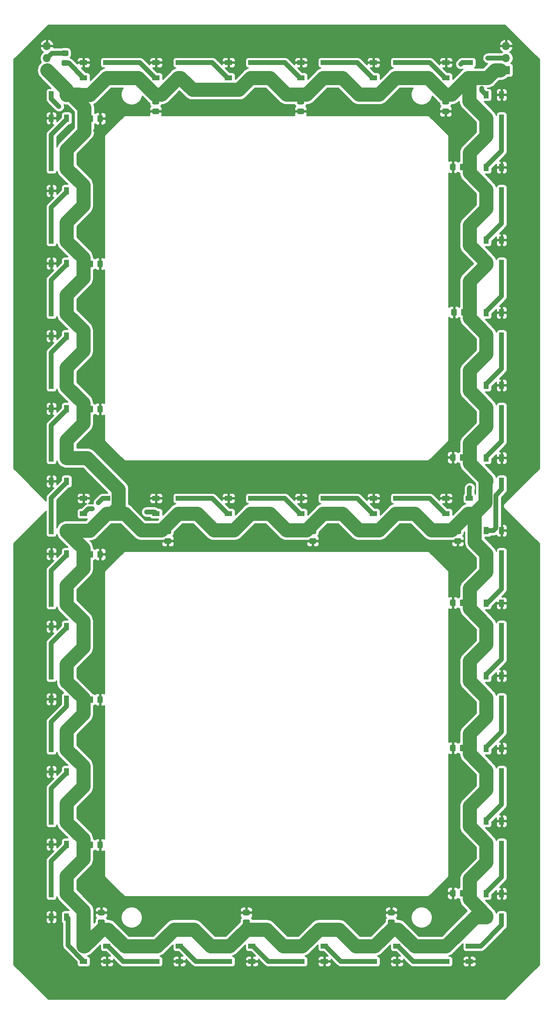
<source format=gbr>
G04 #@! TF.GenerationSoftware,KiCad,Pcbnew,(5.1.5)-3*
G04 #@! TF.CreationDate,2020-10-28T14:02:02+01:00*
G04 #@! TF.ProjectId,7segment,37736567-6d65-46e7-942e-6b696361645f,rev?*
G04 #@! TF.SameCoordinates,Original*
G04 #@! TF.FileFunction,Copper,L1,Top*
G04 #@! TF.FilePolarity,Positive*
%FSLAX46Y46*%
G04 Gerber Fmt 4.6, Leading zero omitted, Abs format (unit mm)*
G04 Created by KiCad (PCBNEW (5.1.5)-3) date 2020-10-28 14:02:02*
%MOMM*%
%LPD*%
G04 APERTURE LIST*
%ADD10C,0.100000*%
%ADD11R,1.500000X1.000000*%
%ADD12O,1.700000X1.700000*%
%ADD13R,1.700000X1.700000*%
%ADD14R,1.000000X1.500000*%
%ADD15C,0.800000*%
%ADD16C,1.000000*%
%ADD17C,3.000000*%
%ADD18C,0.254000*%
G04 APERTURE END LIST*
G04 #@! TA.AperFunction,SMDPad,CuDef*
D10*
G36*
X132554505Y-123641204D02*
G01*
X132578773Y-123644804D01*
X132602572Y-123650765D01*
X132625671Y-123659030D01*
X132647850Y-123669520D01*
X132668893Y-123682132D01*
X132688599Y-123696747D01*
X132706777Y-123713223D01*
X132723253Y-123731401D01*
X132737868Y-123751107D01*
X132750480Y-123772150D01*
X132760970Y-123794329D01*
X132769235Y-123817428D01*
X132775196Y-123841227D01*
X132778796Y-123865495D01*
X132780000Y-123889999D01*
X132780000Y-124540001D01*
X132778796Y-124564505D01*
X132775196Y-124588773D01*
X132769235Y-124612572D01*
X132760970Y-124635671D01*
X132750480Y-124657850D01*
X132737868Y-124678893D01*
X132723253Y-124698599D01*
X132706777Y-124716777D01*
X132688599Y-124733253D01*
X132668893Y-124747868D01*
X132647850Y-124760480D01*
X132625671Y-124770970D01*
X132602572Y-124779235D01*
X132578773Y-124785196D01*
X132554505Y-124788796D01*
X132530001Y-124790000D01*
X131629999Y-124790000D01*
X131605495Y-124788796D01*
X131581227Y-124785196D01*
X131557428Y-124779235D01*
X131534329Y-124770970D01*
X131512150Y-124760480D01*
X131491107Y-124747868D01*
X131471401Y-124733253D01*
X131453223Y-124716777D01*
X131436747Y-124698599D01*
X131422132Y-124678893D01*
X131409520Y-124657850D01*
X131399030Y-124635671D01*
X131390765Y-124612572D01*
X131384804Y-124588773D01*
X131381204Y-124564505D01*
X131380000Y-124540001D01*
X131380000Y-123889999D01*
X131381204Y-123865495D01*
X131384804Y-123841227D01*
X131390765Y-123817428D01*
X131399030Y-123794329D01*
X131409520Y-123772150D01*
X131422132Y-123751107D01*
X131436747Y-123731401D01*
X131453223Y-123713223D01*
X131471401Y-123696747D01*
X131491107Y-123682132D01*
X131512150Y-123669520D01*
X131534329Y-123659030D01*
X131557428Y-123650765D01*
X131581227Y-123644804D01*
X131605495Y-123641204D01*
X131629999Y-123640000D01*
X132530001Y-123640000D01*
X132554505Y-123641204D01*
G37*
G04 #@! TD.AperFunction*
G04 #@! TA.AperFunction,SMDPad,CuDef*
G36*
X132554505Y-121591204D02*
G01*
X132578773Y-121594804D01*
X132602572Y-121600765D01*
X132625671Y-121609030D01*
X132647850Y-121619520D01*
X132668893Y-121632132D01*
X132688599Y-121646747D01*
X132706777Y-121663223D01*
X132723253Y-121681401D01*
X132737868Y-121701107D01*
X132750480Y-121722150D01*
X132760970Y-121744329D01*
X132769235Y-121767428D01*
X132775196Y-121791227D01*
X132778796Y-121815495D01*
X132780000Y-121839999D01*
X132780000Y-122490001D01*
X132778796Y-122514505D01*
X132775196Y-122538773D01*
X132769235Y-122562572D01*
X132760970Y-122585671D01*
X132750480Y-122607850D01*
X132737868Y-122628893D01*
X132723253Y-122648599D01*
X132706777Y-122666777D01*
X132688599Y-122683253D01*
X132668893Y-122697868D01*
X132647850Y-122710480D01*
X132625671Y-122720970D01*
X132602572Y-122729235D01*
X132578773Y-122735196D01*
X132554505Y-122738796D01*
X132530001Y-122740000D01*
X131629999Y-122740000D01*
X131605495Y-122738796D01*
X131581227Y-122735196D01*
X131557428Y-122729235D01*
X131534329Y-122720970D01*
X131512150Y-122710480D01*
X131491107Y-122697868D01*
X131471401Y-122683253D01*
X131453223Y-122666777D01*
X131436747Y-122648599D01*
X131422132Y-122628893D01*
X131409520Y-122607850D01*
X131399030Y-122585671D01*
X131390765Y-122562572D01*
X131384804Y-122538773D01*
X131381204Y-122514505D01*
X131380000Y-122490001D01*
X131380000Y-121839999D01*
X131381204Y-121815495D01*
X131384804Y-121791227D01*
X131390765Y-121767428D01*
X131399030Y-121744329D01*
X131409520Y-121722150D01*
X131422132Y-121701107D01*
X131436747Y-121681401D01*
X131453223Y-121663223D01*
X131471401Y-121646747D01*
X131491107Y-121632132D01*
X131512150Y-121619520D01*
X131534329Y-121609030D01*
X131557428Y-121600765D01*
X131581227Y-121594804D01*
X131605495Y-121591204D01*
X131629999Y-121590000D01*
X132530001Y-121590000D01*
X132554505Y-121591204D01*
G37*
G04 #@! TD.AperFunction*
G04 #@! TA.AperFunction,SMDPad,CuDef*
G36*
X102074505Y-123641204D02*
G01*
X102098773Y-123644804D01*
X102122572Y-123650765D01*
X102145671Y-123659030D01*
X102167850Y-123669520D01*
X102188893Y-123682132D01*
X102208599Y-123696747D01*
X102226777Y-123713223D01*
X102243253Y-123731401D01*
X102257868Y-123751107D01*
X102270480Y-123772150D01*
X102280970Y-123794329D01*
X102289235Y-123817428D01*
X102295196Y-123841227D01*
X102298796Y-123865495D01*
X102300000Y-123889999D01*
X102300000Y-124540001D01*
X102298796Y-124564505D01*
X102295196Y-124588773D01*
X102289235Y-124612572D01*
X102280970Y-124635671D01*
X102270480Y-124657850D01*
X102257868Y-124678893D01*
X102243253Y-124698599D01*
X102226777Y-124716777D01*
X102208599Y-124733253D01*
X102188893Y-124747868D01*
X102167850Y-124760480D01*
X102145671Y-124770970D01*
X102122572Y-124779235D01*
X102098773Y-124785196D01*
X102074505Y-124788796D01*
X102050001Y-124790000D01*
X101149999Y-124790000D01*
X101125495Y-124788796D01*
X101101227Y-124785196D01*
X101077428Y-124779235D01*
X101054329Y-124770970D01*
X101032150Y-124760480D01*
X101011107Y-124747868D01*
X100991401Y-124733253D01*
X100973223Y-124716777D01*
X100956747Y-124698599D01*
X100942132Y-124678893D01*
X100929520Y-124657850D01*
X100919030Y-124635671D01*
X100910765Y-124612572D01*
X100904804Y-124588773D01*
X100901204Y-124564505D01*
X100900000Y-124540001D01*
X100900000Y-123889999D01*
X100901204Y-123865495D01*
X100904804Y-123841227D01*
X100910765Y-123817428D01*
X100919030Y-123794329D01*
X100929520Y-123772150D01*
X100942132Y-123751107D01*
X100956747Y-123731401D01*
X100973223Y-123713223D01*
X100991401Y-123696747D01*
X101011107Y-123682132D01*
X101032150Y-123669520D01*
X101054329Y-123659030D01*
X101077428Y-123650765D01*
X101101227Y-123644804D01*
X101125495Y-123641204D01*
X101149999Y-123640000D01*
X102050001Y-123640000D01*
X102074505Y-123641204D01*
G37*
G04 #@! TD.AperFunction*
G04 #@! TA.AperFunction,SMDPad,CuDef*
G36*
X102074505Y-121591204D02*
G01*
X102098773Y-121594804D01*
X102122572Y-121600765D01*
X102145671Y-121609030D01*
X102167850Y-121619520D01*
X102188893Y-121632132D01*
X102208599Y-121646747D01*
X102226777Y-121663223D01*
X102243253Y-121681401D01*
X102257868Y-121701107D01*
X102270480Y-121722150D01*
X102280970Y-121744329D01*
X102289235Y-121767428D01*
X102295196Y-121791227D01*
X102298796Y-121815495D01*
X102300000Y-121839999D01*
X102300000Y-122490001D01*
X102298796Y-122514505D01*
X102295196Y-122538773D01*
X102289235Y-122562572D01*
X102280970Y-122585671D01*
X102270480Y-122607850D01*
X102257868Y-122628893D01*
X102243253Y-122648599D01*
X102226777Y-122666777D01*
X102208599Y-122683253D01*
X102188893Y-122697868D01*
X102167850Y-122710480D01*
X102145671Y-122720970D01*
X102122572Y-122729235D01*
X102098773Y-122735196D01*
X102074505Y-122738796D01*
X102050001Y-122740000D01*
X101149999Y-122740000D01*
X101125495Y-122738796D01*
X101101227Y-122735196D01*
X101077428Y-122729235D01*
X101054329Y-122720970D01*
X101032150Y-122710480D01*
X101011107Y-122697868D01*
X100991401Y-122683253D01*
X100973223Y-122666777D01*
X100956747Y-122648599D01*
X100942132Y-122628893D01*
X100929520Y-122607850D01*
X100919030Y-122585671D01*
X100910765Y-122562572D01*
X100904804Y-122538773D01*
X100901204Y-122514505D01*
X100900000Y-122490001D01*
X100900000Y-121839999D01*
X100901204Y-121815495D01*
X100904804Y-121791227D01*
X100910765Y-121767428D01*
X100919030Y-121744329D01*
X100929520Y-121722150D01*
X100942132Y-121701107D01*
X100956747Y-121681401D01*
X100973223Y-121663223D01*
X100991401Y-121646747D01*
X101011107Y-121632132D01*
X101032150Y-121619520D01*
X101054329Y-121609030D01*
X101077428Y-121600765D01*
X101101227Y-121594804D01*
X101125495Y-121591204D01*
X101149999Y-121590000D01*
X102050001Y-121590000D01*
X102074505Y-121591204D01*
G37*
G04 #@! TD.AperFunction*
G04 #@! TA.AperFunction,SMDPad,CuDef*
G36*
X71594505Y-123641204D02*
G01*
X71618773Y-123644804D01*
X71642572Y-123650765D01*
X71665671Y-123659030D01*
X71687850Y-123669520D01*
X71708893Y-123682132D01*
X71728599Y-123696747D01*
X71746777Y-123713223D01*
X71763253Y-123731401D01*
X71777868Y-123751107D01*
X71790480Y-123772150D01*
X71800970Y-123794329D01*
X71809235Y-123817428D01*
X71815196Y-123841227D01*
X71818796Y-123865495D01*
X71820000Y-123889999D01*
X71820000Y-124540001D01*
X71818796Y-124564505D01*
X71815196Y-124588773D01*
X71809235Y-124612572D01*
X71800970Y-124635671D01*
X71790480Y-124657850D01*
X71777868Y-124678893D01*
X71763253Y-124698599D01*
X71746777Y-124716777D01*
X71728599Y-124733253D01*
X71708893Y-124747868D01*
X71687850Y-124760480D01*
X71665671Y-124770970D01*
X71642572Y-124779235D01*
X71618773Y-124785196D01*
X71594505Y-124788796D01*
X71570001Y-124790000D01*
X70669999Y-124790000D01*
X70645495Y-124788796D01*
X70621227Y-124785196D01*
X70597428Y-124779235D01*
X70574329Y-124770970D01*
X70552150Y-124760480D01*
X70531107Y-124747868D01*
X70511401Y-124733253D01*
X70493223Y-124716777D01*
X70476747Y-124698599D01*
X70462132Y-124678893D01*
X70449520Y-124657850D01*
X70439030Y-124635671D01*
X70430765Y-124612572D01*
X70424804Y-124588773D01*
X70421204Y-124564505D01*
X70420000Y-124540001D01*
X70420000Y-123889999D01*
X70421204Y-123865495D01*
X70424804Y-123841227D01*
X70430765Y-123817428D01*
X70439030Y-123794329D01*
X70449520Y-123772150D01*
X70462132Y-123751107D01*
X70476747Y-123731401D01*
X70493223Y-123713223D01*
X70511401Y-123696747D01*
X70531107Y-123682132D01*
X70552150Y-123669520D01*
X70574329Y-123659030D01*
X70597428Y-123650765D01*
X70621227Y-123644804D01*
X70645495Y-123641204D01*
X70669999Y-123640000D01*
X71570001Y-123640000D01*
X71594505Y-123641204D01*
G37*
G04 #@! TD.AperFunction*
G04 #@! TA.AperFunction,SMDPad,CuDef*
G36*
X71594505Y-121591204D02*
G01*
X71618773Y-121594804D01*
X71642572Y-121600765D01*
X71665671Y-121609030D01*
X71687850Y-121619520D01*
X71708893Y-121632132D01*
X71728599Y-121646747D01*
X71746777Y-121663223D01*
X71763253Y-121681401D01*
X71777868Y-121701107D01*
X71790480Y-121722150D01*
X71800970Y-121744329D01*
X71809235Y-121767428D01*
X71815196Y-121791227D01*
X71818796Y-121815495D01*
X71820000Y-121839999D01*
X71820000Y-122490001D01*
X71818796Y-122514505D01*
X71815196Y-122538773D01*
X71809235Y-122562572D01*
X71800970Y-122585671D01*
X71790480Y-122607850D01*
X71777868Y-122628893D01*
X71763253Y-122648599D01*
X71746777Y-122666777D01*
X71728599Y-122683253D01*
X71708893Y-122697868D01*
X71687850Y-122710480D01*
X71665671Y-122720970D01*
X71642572Y-122729235D01*
X71618773Y-122735196D01*
X71594505Y-122738796D01*
X71570001Y-122740000D01*
X70669999Y-122740000D01*
X70645495Y-122738796D01*
X70621227Y-122735196D01*
X70597428Y-122729235D01*
X70574329Y-122720970D01*
X70552150Y-122710480D01*
X70531107Y-122697868D01*
X70511401Y-122683253D01*
X70493223Y-122666777D01*
X70476747Y-122648599D01*
X70462132Y-122628893D01*
X70449520Y-122607850D01*
X70439030Y-122585671D01*
X70430765Y-122562572D01*
X70424804Y-122538773D01*
X70421204Y-122514505D01*
X70420000Y-122490001D01*
X70420000Y-121839999D01*
X70421204Y-121815495D01*
X70424804Y-121791227D01*
X70430765Y-121767428D01*
X70439030Y-121744329D01*
X70449520Y-121722150D01*
X70462132Y-121701107D01*
X70476747Y-121681401D01*
X70493223Y-121663223D01*
X70511401Y-121646747D01*
X70531107Y-121632132D01*
X70552150Y-121619520D01*
X70574329Y-121609030D01*
X70597428Y-121600765D01*
X70621227Y-121594804D01*
X70645495Y-121591204D01*
X70669999Y-121590000D01*
X71570001Y-121590000D01*
X71594505Y-121591204D01*
G37*
G04 #@! TD.AperFunction*
G04 #@! TA.AperFunction,SMDPad,CuDef*
G36*
X57254505Y-34861204D02*
G01*
X57278773Y-34864804D01*
X57302572Y-34870765D01*
X57325671Y-34879030D01*
X57347850Y-34889520D01*
X57368893Y-34902132D01*
X57388599Y-34916747D01*
X57406777Y-34933223D01*
X57423253Y-34951401D01*
X57437868Y-34971107D01*
X57450480Y-34992150D01*
X57460970Y-35014329D01*
X57469235Y-35037428D01*
X57475196Y-35061227D01*
X57478796Y-35085495D01*
X57480000Y-35109999D01*
X57480000Y-36010001D01*
X57478796Y-36034505D01*
X57475196Y-36058773D01*
X57469235Y-36082572D01*
X57460970Y-36105671D01*
X57450480Y-36127850D01*
X57437868Y-36148893D01*
X57423253Y-36168599D01*
X57406777Y-36186777D01*
X57388599Y-36203253D01*
X57368893Y-36217868D01*
X57347850Y-36230480D01*
X57325671Y-36240970D01*
X57302572Y-36249235D01*
X57278773Y-36255196D01*
X57254505Y-36258796D01*
X57230001Y-36260000D01*
X56579999Y-36260000D01*
X56555495Y-36258796D01*
X56531227Y-36255196D01*
X56507428Y-36249235D01*
X56484329Y-36240970D01*
X56462150Y-36230480D01*
X56441107Y-36217868D01*
X56421401Y-36203253D01*
X56403223Y-36186777D01*
X56386747Y-36168599D01*
X56372132Y-36148893D01*
X56359520Y-36127850D01*
X56349030Y-36105671D01*
X56340765Y-36082572D01*
X56334804Y-36058773D01*
X56331204Y-36034505D01*
X56330000Y-36010001D01*
X56330000Y-35109999D01*
X56331204Y-35085495D01*
X56334804Y-35061227D01*
X56340765Y-35037428D01*
X56349030Y-35014329D01*
X56359520Y-34992150D01*
X56372132Y-34971107D01*
X56386747Y-34951401D01*
X56403223Y-34933223D01*
X56421401Y-34916747D01*
X56441107Y-34902132D01*
X56462150Y-34889520D01*
X56484329Y-34879030D01*
X56507428Y-34870765D01*
X56531227Y-34864804D01*
X56555495Y-34861204D01*
X56579999Y-34860000D01*
X57230001Y-34860000D01*
X57254505Y-34861204D01*
G37*
G04 #@! TD.AperFunction*
G04 #@! TA.AperFunction,SMDPad,CuDef*
G36*
X55204505Y-34861204D02*
G01*
X55228773Y-34864804D01*
X55252572Y-34870765D01*
X55275671Y-34879030D01*
X55297850Y-34889520D01*
X55318893Y-34902132D01*
X55338599Y-34916747D01*
X55356777Y-34933223D01*
X55373253Y-34951401D01*
X55387868Y-34971107D01*
X55400480Y-34992150D01*
X55410970Y-35014329D01*
X55419235Y-35037428D01*
X55425196Y-35061227D01*
X55428796Y-35085495D01*
X55430000Y-35109999D01*
X55430000Y-36010001D01*
X55428796Y-36034505D01*
X55425196Y-36058773D01*
X55419235Y-36082572D01*
X55410970Y-36105671D01*
X55400480Y-36127850D01*
X55387868Y-36148893D01*
X55373253Y-36168599D01*
X55356777Y-36186777D01*
X55338599Y-36203253D01*
X55318893Y-36217868D01*
X55297850Y-36230480D01*
X55275671Y-36240970D01*
X55252572Y-36249235D01*
X55228773Y-36255196D01*
X55204505Y-36258796D01*
X55180001Y-36260000D01*
X54529999Y-36260000D01*
X54505495Y-36258796D01*
X54481227Y-36255196D01*
X54457428Y-36249235D01*
X54434329Y-36240970D01*
X54412150Y-36230480D01*
X54391107Y-36217868D01*
X54371401Y-36203253D01*
X54353223Y-36186777D01*
X54336747Y-36168599D01*
X54322132Y-36148893D01*
X54309520Y-36127850D01*
X54299030Y-36105671D01*
X54290765Y-36082572D01*
X54284804Y-36058773D01*
X54281204Y-36034505D01*
X54280000Y-36010001D01*
X54280000Y-35109999D01*
X54281204Y-35085495D01*
X54284804Y-35061227D01*
X54290765Y-35037428D01*
X54299030Y-35014329D01*
X54309520Y-34992150D01*
X54322132Y-34971107D01*
X54336747Y-34951401D01*
X54353223Y-34933223D01*
X54371401Y-34916747D01*
X54391107Y-34902132D01*
X54412150Y-34889520D01*
X54434329Y-34879030D01*
X54457428Y-34870765D01*
X54481227Y-34864804D01*
X54505495Y-34861204D01*
X54529999Y-34860000D01*
X55180001Y-34860000D01*
X55204505Y-34861204D01*
G37*
G04 #@! TD.AperFunction*
G04 #@! TA.AperFunction,SMDPad,CuDef*
G36*
X57254505Y-65341204D02*
G01*
X57278773Y-65344804D01*
X57302572Y-65350765D01*
X57325671Y-65359030D01*
X57347850Y-65369520D01*
X57368893Y-65382132D01*
X57388599Y-65396747D01*
X57406777Y-65413223D01*
X57423253Y-65431401D01*
X57437868Y-65451107D01*
X57450480Y-65472150D01*
X57460970Y-65494329D01*
X57469235Y-65517428D01*
X57475196Y-65541227D01*
X57478796Y-65565495D01*
X57480000Y-65589999D01*
X57480000Y-66490001D01*
X57478796Y-66514505D01*
X57475196Y-66538773D01*
X57469235Y-66562572D01*
X57460970Y-66585671D01*
X57450480Y-66607850D01*
X57437868Y-66628893D01*
X57423253Y-66648599D01*
X57406777Y-66666777D01*
X57388599Y-66683253D01*
X57368893Y-66697868D01*
X57347850Y-66710480D01*
X57325671Y-66720970D01*
X57302572Y-66729235D01*
X57278773Y-66735196D01*
X57254505Y-66738796D01*
X57230001Y-66740000D01*
X56579999Y-66740000D01*
X56555495Y-66738796D01*
X56531227Y-66735196D01*
X56507428Y-66729235D01*
X56484329Y-66720970D01*
X56462150Y-66710480D01*
X56441107Y-66697868D01*
X56421401Y-66683253D01*
X56403223Y-66666777D01*
X56386747Y-66648599D01*
X56372132Y-66628893D01*
X56359520Y-66607850D01*
X56349030Y-66585671D01*
X56340765Y-66562572D01*
X56334804Y-66538773D01*
X56331204Y-66514505D01*
X56330000Y-66490001D01*
X56330000Y-65589999D01*
X56331204Y-65565495D01*
X56334804Y-65541227D01*
X56340765Y-65517428D01*
X56349030Y-65494329D01*
X56359520Y-65472150D01*
X56372132Y-65451107D01*
X56386747Y-65431401D01*
X56403223Y-65413223D01*
X56421401Y-65396747D01*
X56441107Y-65382132D01*
X56462150Y-65369520D01*
X56484329Y-65359030D01*
X56507428Y-65350765D01*
X56531227Y-65344804D01*
X56555495Y-65341204D01*
X56579999Y-65340000D01*
X57230001Y-65340000D01*
X57254505Y-65341204D01*
G37*
G04 #@! TD.AperFunction*
G04 #@! TA.AperFunction,SMDPad,CuDef*
G36*
X55204505Y-65341204D02*
G01*
X55228773Y-65344804D01*
X55252572Y-65350765D01*
X55275671Y-65359030D01*
X55297850Y-65369520D01*
X55318893Y-65382132D01*
X55338599Y-65396747D01*
X55356777Y-65413223D01*
X55373253Y-65431401D01*
X55387868Y-65451107D01*
X55400480Y-65472150D01*
X55410970Y-65494329D01*
X55419235Y-65517428D01*
X55425196Y-65541227D01*
X55428796Y-65565495D01*
X55430000Y-65589999D01*
X55430000Y-66490001D01*
X55428796Y-66514505D01*
X55425196Y-66538773D01*
X55419235Y-66562572D01*
X55410970Y-66585671D01*
X55400480Y-66607850D01*
X55387868Y-66628893D01*
X55373253Y-66648599D01*
X55356777Y-66666777D01*
X55338599Y-66683253D01*
X55318893Y-66697868D01*
X55297850Y-66710480D01*
X55275671Y-66720970D01*
X55252572Y-66729235D01*
X55228773Y-66735196D01*
X55204505Y-66738796D01*
X55180001Y-66740000D01*
X54529999Y-66740000D01*
X54505495Y-66738796D01*
X54481227Y-66735196D01*
X54457428Y-66729235D01*
X54434329Y-66720970D01*
X54412150Y-66710480D01*
X54391107Y-66697868D01*
X54371401Y-66683253D01*
X54353223Y-66666777D01*
X54336747Y-66648599D01*
X54322132Y-66628893D01*
X54309520Y-66607850D01*
X54299030Y-66585671D01*
X54290765Y-66562572D01*
X54284804Y-66538773D01*
X54281204Y-66514505D01*
X54280000Y-66490001D01*
X54280000Y-65589999D01*
X54281204Y-65565495D01*
X54284804Y-65541227D01*
X54290765Y-65517428D01*
X54299030Y-65494329D01*
X54309520Y-65472150D01*
X54322132Y-65451107D01*
X54336747Y-65431401D01*
X54353223Y-65413223D01*
X54371401Y-65396747D01*
X54391107Y-65382132D01*
X54412150Y-65369520D01*
X54434329Y-65359030D01*
X54457428Y-65350765D01*
X54481227Y-65344804D01*
X54505495Y-65341204D01*
X54529999Y-65340000D01*
X55180001Y-65340000D01*
X55204505Y-65341204D01*
G37*
G04 #@! TD.AperFunction*
G04 #@! TA.AperFunction,SMDPad,CuDef*
G36*
X57254505Y-95821204D02*
G01*
X57278773Y-95824804D01*
X57302572Y-95830765D01*
X57325671Y-95839030D01*
X57347850Y-95849520D01*
X57368893Y-95862132D01*
X57388599Y-95876747D01*
X57406777Y-95893223D01*
X57423253Y-95911401D01*
X57437868Y-95931107D01*
X57450480Y-95952150D01*
X57460970Y-95974329D01*
X57469235Y-95997428D01*
X57475196Y-96021227D01*
X57478796Y-96045495D01*
X57480000Y-96069999D01*
X57480000Y-96970001D01*
X57478796Y-96994505D01*
X57475196Y-97018773D01*
X57469235Y-97042572D01*
X57460970Y-97065671D01*
X57450480Y-97087850D01*
X57437868Y-97108893D01*
X57423253Y-97128599D01*
X57406777Y-97146777D01*
X57388599Y-97163253D01*
X57368893Y-97177868D01*
X57347850Y-97190480D01*
X57325671Y-97200970D01*
X57302572Y-97209235D01*
X57278773Y-97215196D01*
X57254505Y-97218796D01*
X57230001Y-97220000D01*
X56579999Y-97220000D01*
X56555495Y-97218796D01*
X56531227Y-97215196D01*
X56507428Y-97209235D01*
X56484329Y-97200970D01*
X56462150Y-97190480D01*
X56441107Y-97177868D01*
X56421401Y-97163253D01*
X56403223Y-97146777D01*
X56386747Y-97128599D01*
X56372132Y-97108893D01*
X56359520Y-97087850D01*
X56349030Y-97065671D01*
X56340765Y-97042572D01*
X56334804Y-97018773D01*
X56331204Y-96994505D01*
X56330000Y-96970001D01*
X56330000Y-96069999D01*
X56331204Y-96045495D01*
X56334804Y-96021227D01*
X56340765Y-95997428D01*
X56349030Y-95974329D01*
X56359520Y-95952150D01*
X56372132Y-95931107D01*
X56386747Y-95911401D01*
X56403223Y-95893223D01*
X56421401Y-95876747D01*
X56441107Y-95862132D01*
X56462150Y-95849520D01*
X56484329Y-95839030D01*
X56507428Y-95830765D01*
X56531227Y-95824804D01*
X56555495Y-95821204D01*
X56579999Y-95820000D01*
X57230001Y-95820000D01*
X57254505Y-95821204D01*
G37*
G04 #@! TD.AperFunction*
G04 #@! TA.AperFunction,SMDPad,CuDef*
G36*
X55204505Y-95821204D02*
G01*
X55228773Y-95824804D01*
X55252572Y-95830765D01*
X55275671Y-95839030D01*
X55297850Y-95849520D01*
X55318893Y-95862132D01*
X55338599Y-95876747D01*
X55356777Y-95893223D01*
X55373253Y-95911401D01*
X55387868Y-95931107D01*
X55400480Y-95952150D01*
X55410970Y-95974329D01*
X55419235Y-95997428D01*
X55425196Y-96021227D01*
X55428796Y-96045495D01*
X55430000Y-96069999D01*
X55430000Y-96970001D01*
X55428796Y-96994505D01*
X55425196Y-97018773D01*
X55419235Y-97042572D01*
X55410970Y-97065671D01*
X55400480Y-97087850D01*
X55387868Y-97108893D01*
X55373253Y-97128599D01*
X55356777Y-97146777D01*
X55338599Y-97163253D01*
X55318893Y-97177868D01*
X55297850Y-97190480D01*
X55275671Y-97200970D01*
X55252572Y-97209235D01*
X55228773Y-97215196D01*
X55204505Y-97218796D01*
X55180001Y-97220000D01*
X54529999Y-97220000D01*
X54505495Y-97218796D01*
X54481227Y-97215196D01*
X54457428Y-97209235D01*
X54434329Y-97200970D01*
X54412150Y-97190480D01*
X54391107Y-97177868D01*
X54371401Y-97163253D01*
X54353223Y-97146777D01*
X54336747Y-97128599D01*
X54322132Y-97108893D01*
X54309520Y-97087850D01*
X54299030Y-97065671D01*
X54290765Y-97042572D01*
X54284804Y-97018773D01*
X54281204Y-96994505D01*
X54280000Y-96970001D01*
X54280000Y-96069999D01*
X54281204Y-96045495D01*
X54284804Y-96021227D01*
X54290765Y-95997428D01*
X54299030Y-95974329D01*
X54309520Y-95952150D01*
X54322132Y-95931107D01*
X54336747Y-95911401D01*
X54353223Y-95893223D01*
X54371401Y-95876747D01*
X54391107Y-95862132D01*
X54412150Y-95849520D01*
X54434329Y-95839030D01*
X54457428Y-95830765D01*
X54481227Y-95824804D01*
X54505495Y-95821204D01*
X54529999Y-95820000D01*
X55180001Y-95820000D01*
X55204505Y-95821204D01*
G37*
G04 #@! TD.AperFunction*
G04 #@! TA.AperFunction,SMDPad,CuDef*
G36*
X57254505Y-126301204D02*
G01*
X57278773Y-126304804D01*
X57302572Y-126310765D01*
X57325671Y-126319030D01*
X57347850Y-126329520D01*
X57368893Y-126342132D01*
X57388599Y-126356747D01*
X57406777Y-126373223D01*
X57423253Y-126391401D01*
X57437868Y-126411107D01*
X57450480Y-126432150D01*
X57460970Y-126454329D01*
X57469235Y-126477428D01*
X57475196Y-126501227D01*
X57478796Y-126525495D01*
X57480000Y-126549999D01*
X57480000Y-127450001D01*
X57478796Y-127474505D01*
X57475196Y-127498773D01*
X57469235Y-127522572D01*
X57460970Y-127545671D01*
X57450480Y-127567850D01*
X57437868Y-127588893D01*
X57423253Y-127608599D01*
X57406777Y-127626777D01*
X57388599Y-127643253D01*
X57368893Y-127657868D01*
X57347850Y-127670480D01*
X57325671Y-127680970D01*
X57302572Y-127689235D01*
X57278773Y-127695196D01*
X57254505Y-127698796D01*
X57230001Y-127700000D01*
X56579999Y-127700000D01*
X56555495Y-127698796D01*
X56531227Y-127695196D01*
X56507428Y-127689235D01*
X56484329Y-127680970D01*
X56462150Y-127670480D01*
X56441107Y-127657868D01*
X56421401Y-127643253D01*
X56403223Y-127626777D01*
X56386747Y-127608599D01*
X56372132Y-127588893D01*
X56359520Y-127567850D01*
X56349030Y-127545671D01*
X56340765Y-127522572D01*
X56334804Y-127498773D01*
X56331204Y-127474505D01*
X56330000Y-127450001D01*
X56330000Y-126549999D01*
X56331204Y-126525495D01*
X56334804Y-126501227D01*
X56340765Y-126477428D01*
X56349030Y-126454329D01*
X56359520Y-126432150D01*
X56372132Y-126411107D01*
X56386747Y-126391401D01*
X56403223Y-126373223D01*
X56421401Y-126356747D01*
X56441107Y-126342132D01*
X56462150Y-126329520D01*
X56484329Y-126319030D01*
X56507428Y-126310765D01*
X56531227Y-126304804D01*
X56555495Y-126301204D01*
X56579999Y-126300000D01*
X57230001Y-126300000D01*
X57254505Y-126301204D01*
G37*
G04 #@! TD.AperFunction*
G04 #@! TA.AperFunction,SMDPad,CuDef*
G36*
X55204505Y-126301204D02*
G01*
X55228773Y-126304804D01*
X55252572Y-126310765D01*
X55275671Y-126319030D01*
X55297850Y-126329520D01*
X55318893Y-126342132D01*
X55338599Y-126356747D01*
X55356777Y-126373223D01*
X55373253Y-126391401D01*
X55387868Y-126411107D01*
X55400480Y-126432150D01*
X55410970Y-126454329D01*
X55419235Y-126477428D01*
X55425196Y-126501227D01*
X55428796Y-126525495D01*
X55430000Y-126549999D01*
X55430000Y-127450001D01*
X55428796Y-127474505D01*
X55425196Y-127498773D01*
X55419235Y-127522572D01*
X55410970Y-127545671D01*
X55400480Y-127567850D01*
X55387868Y-127588893D01*
X55373253Y-127608599D01*
X55356777Y-127626777D01*
X55338599Y-127643253D01*
X55318893Y-127657868D01*
X55297850Y-127670480D01*
X55275671Y-127680970D01*
X55252572Y-127689235D01*
X55228773Y-127695196D01*
X55204505Y-127698796D01*
X55180001Y-127700000D01*
X54529999Y-127700000D01*
X54505495Y-127698796D01*
X54481227Y-127695196D01*
X54457428Y-127689235D01*
X54434329Y-127680970D01*
X54412150Y-127670480D01*
X54391107Y-127657868D01*
X54371401Y-127643253D01*
X54353223Y-127626777D01*
X54336747Y-127608599D01*
X54322132Y-127588893D01*
X54309520Y-127567850D01*
X54299030Y-127545671D01*
X54290765Y-127522572D01*
X54284804Y-127498773D01*
X54281204Y-127474505D01*
X54280000Y-127450001D01*
X54280000Y-126549999D01*
X54281204Y-126525495D01*
X54284804Y-126501227D01*
X54290765Y-126477428D01*
X54299030Y-126454329D01*
X54309520Y-126432150D01*
X54322132Y-126411107D01*
X54336747Y-126391401D01*
X54353223Y-126373223D01*
X54371401Y-126356747D01*
X54391107Y-126342132D01*
X54412150Y-126329520D01*
X54434329Y-126319030D01*
X54457428Y-126310765D01*
X54481227Y-126304804D01*
X54505495Y-126301204D01*
X54529999Y-126300000D01*
X55180001Y-126300000D01*
X55204505Y-126301204D01*
G37*
G04 #@! TD.AperFunction*
G04 #@! TA.AperFunction,SMDPad,CuDef*
G36*
X57254505Y-156781204D02*
G01*
X57278773Y-156784804D01*
X57302572Y-156790765D01*
X57325671Y-156799030D01*
X57347850Y-156809520D01*
X57368893Y-156822132D01*
X57388599Y-156836747D01*
X57406777Y-156853223D01*
X57423253Y-156871401D01*
X57437868Y-156891107D01*
X57450480Y-156912150D01*
X57460970Y-156934329D01*
X57469235Y-156957428D01*
X57475196Y-156981227D01*
X57478796Y-157005495D01*
X57480000Y-157029999D01*
X57480000Y-157930001D01*
X57478796Y-157954505D01*
X57475196Y-157978773D01*
X57469235Y-158002572D01*
X57460970Y-158025671D01*
X57450480Y-158047850D01*
X57437868Y-158068893D01*
X57423253Y-158088599D01*
X57406777Y-158106777D01*
X57388599Y-158123253D01*
X57368893Y-158137868D01*
X57347850Y-158150480D01*
X57325671Y-158160970D01*
X57302572Y-158169235D01*
X57278773Y-158175196D01*
X57254505Y-158178796D01*
X57230001Y-158180000D01*
X56579999Y-158180000D01*
X56555495Y-158178796D01*
X56531227Y-158175196D01*
X56507428Y-158169235D01*
X56484329Y-158160970D01*
X56462150Y-158150480D01*
X56441107Y-158137868D01*
X56421401Y-158123253D01*
X56403223Y-158106777D01*
X56386747Y-158088599D01*
X56372132Y-158068893D01*
X56359520Y-158047850D01*
X56349030Y-158025671D01*
X56340765Y-158002572D01*
X56334804Y-157978773D01*
X56331204Y-157954505D01*
X56330000Y-157930001D01*
X56330000Y-157029999D01*
X56331204Y-157005495D01*
X56334804Y-156981227D01*
X56340765Y-156957428D01*
X56349030Y-156934329D01*
X56359520Y-156912150D01*
X56372132Y-156891107D01*
X56386747Y-156871401D01*
X56403223Y-156853223D01*
X56421401Y-156836747D01*
X56441107Y-156822132D01*
X56462150Y-156809520D01*
X56484329Y-156799030D01*
X56507428Y-156790765D01*
X56531227Y-156784804D01*
X56555495Y-156781204D01*
X56579999Y-156780000D01*
X57230001Y-156780000D01*
X57254505Y-156781204D01*
G37*
G04 #@! TD.AperFunction*
G04 #@! TA.AperFunction,SMDPad,CuDef*
G36*
X55204505Y-156781204D02*
G01*
X55228773Y-156784804D01*
X55252572Y-156790765D01*
X55275671Y-156799030D01*
X55297850Y-156809520D01*
X55318893Y-156822132D01*
X55338599Y-156836747D01*
X55356777Y-156853223D01*
X55373253Y-156871401D01*
X55387868Y-156891107D01*
X55400480Y-156912150D01*
X55410970Y-156934329D01*
X55419235Y-156957428D01*
X55425196Y-156981227D01*
X55428796Y-157005495D01*
X55430000Y-157029999D01*
X55430000Y-157930001D01*
X55428796Y-157954505D01*
X55425196Y-157978773D01*
X55419235Y-158002572D01*
X55410970Y-158025671D01*
X55400480Y-158047850D01*
X55387868Y-158068893D01*
X55373253Y-158088599D01*
X55356777Y-158106777D01*
X55338599Y-158123253D01*
X55318893Y-158137868D01*
X55297850Y-158150480D01*
X55275671Y-158160970D01*
X55252572Y-158169235D01*
X55228773Y-158175196D01*
X55204505Y-158178796D01*
X55180001Y-158180000D01*
X54529999Y-158180000D01*
X54505495Y-158178796D01*
X54481227Y-158175196D01*
X54457428Y-158169235D01*
X54434329Y-158160970D01*
X54412150Y-158150480D01*
X54391107Y-158137868D01*
X54371401Y-158123253D01*
X54353223Y-158106777D01*
X54336747Y-158088599D01*
X54322132Y-158068893D01*
X54309520Y-158047850D01*
X54299030Y-158025671D01*
X54290765Y-158002572D01*
X54284804Y-157978773D01*
X54281204Y-157954505D01*
X54280000Y-157930001D01*
X54280000Y-157029999D01*
X54281204Y-157005495D01*
X54284804Y-156981227D01*
X54290765Y-156957428D01*
X54299030Y-156934329D01*
X54309520Y-156912150D01*
X54322132Y-156891107D01*
X54336747Y-156871401D01*
X54353223Y-156853223D01*
X54371401Y-156836747D01*
X54391107Y-156822132D01*
X54412150Y-156809520D01*
X54434329Y-156799030D01*
X54457428Y-156790765D01*
X54481227Y-156784804D01*
X54505495Y-156781204D01*
X54529999Y-156780000D01*
X55180001Y-156780000D01*
X55204505Y-156781204D01*
G37*
G04 #@! TD.AperFunction*
G04 #@! TA.AperFunction,SMDPad,CuDef*
G36*
X57254505Y-187261204D02*
G01*
X57278773Y-187264804D01*
X57302572Y-187270765D01*
X57325671Y-187279030D01*
X57347850Y-187289520D01*
X57368893Y-187302132D01*
X57388599Y-187316747D01*
X57406777Y-187333223D01*
X57423253Y-187351401D01*
X57437868Y-187371107D01*
X57450480Y-187392150D01*
X57460970Y-187414329D01*
X57469235Y-187437428D01*
X57475196Y-187461227D01*
X57478796Y-187485495D01*
X57480000Y-187509999D01*
X57480000Y-188410001D01*
X57478796Y-188434505D01*
X57475196Y-188458773D01*
X57469235Y-188482572D01*
X57460970Y-188505671D01*
X57450480Y-188527850D01*
X57437868Y-188548893D01*
X57423253Y-188568599D01*
X57406777Y-188586777D01*
X57388599Y-188603253D01*
X57368893Y-188617868D01*
X57347850Y-188630480D01*
X57325671Y-188640970D01*
X57302572Y-188649235D01*
X57278773Y-188655196D01*
X57254505Y-188658796D01*
X57230001Y-188660000D01*
X56579999Y-188660000D01*
X56555495Y-188658796D01*
X56531227Y-188655196D01*
X56507428Y-188649235D01*
X56484329Y-188640970D01*
X56462150Y-188630480D01*
X56441107Y-188617868D01*
X56421401Y-188603253D01*
X56403223Y-188586777D01*
X56386747Y-188568599D01*
X56372132Y-188548893D01*
X56359520Y-188527850D01*
X56349030Y-188505671D01*
X56340765Y-188482572D01*
X56334804Y-188458773D01*
X56331204Y-188434505D01*
X56330000Y-188410001D01*
X56330000Y-187509999D01*
X56331204Y-187485495D01*
X56334804Y-187461227D01*
X56340765Y-187437428D01*
X56349030Y-187414329D01*
X56359520Y-187392150D01*
X56372132Y-187371107D01*
X56386747Y-187351401D01*
X56403223Y-187333223D01*
X56421401Y-187316747D01*
X56441107Y-187302132D01*
X56462150Y-187289520D01*
X56484329Y-187279030D01*
X56507428Y-187270765D01*
X56531227Y-187264804D01*
X56555495Y-187261204D01*
X56579999Y-187260000D01*
X57230001Y-187260000D01*
X57254505Y-187261204D01*
G37*
G04 #@! TD.AperFunction*
G04 #@! TA.AperFunction,SMDPad,CuDef*
G36*
X55204505Y-187261204D02*
G01*
X55228773Y-187264804D01*
X55252572Y-187270765D01*
X55275671Y-187279030D01*
X55297850Y-187289520D01*
X55318893Y-187302132D01*
X55338599Y-187316747D01*
X55356777Y-187333223D01*
X55373253Y-187351401D01*
X55387868Y-187371107D01*
X55400480Y-187392150D01*
X55410970Y-187414329D01*
X55419235Y-187437428D01*
X55425196Y-187461227D01*
X55428796Y-187485495D01*
X55430000Y-187509999D01*
X55430000Y-188410001D01*
X55428796Y-188434505D01*
X55425196Y-188458773D01*
X55419235Y-188482572D01*
X55410970Y-188505671D01*
X55400480Y-188527850D01*
X55387868Y-188548893D01*
X55373253Y-188568599D01*
X55356777Y-188586777D01*
X55338599Y-188603253D01*
X55318893Y-188617868D01*
X55297850Y-188630480D01*
X55275671Y-188640970D01*
X55252572Y-188649235D01*
X55228773Y-188655196D01*
X55204505Y-188658796D01*
X55180001Y-188660000D01*
X54529999Y-188660000D01*
X54505495Y-188658796D01*
X54481227Y-188655196D01*
X54457428Y-188649235D01*
X54434329Y-188640970D01*
X54412150Y-188630480D01*
X54391107Y-188617868D01*
X54371401Y-188603253D01*
X54353223Y-188586777D01*
X54336747Y-188568599D01*
X54322132Y-188548893D01*
X54309520Y-188527850D01*
X54299030Y-188505671D01*
X54290765Y-188482572D01*
X54284804Y-188458773D01*
X54281204Y-188434505D01*
X54280000Y-188410001D01*
X54280000Y-187509999D01*
X54281204Y-187485495D01*
X54284804Y-187461227D01*
X54290765Y-187437428D01*
X54299030Y-187414329D01*
X54309520Y-187392150D01*
X54322132Y-187371107D01*
X54336747Y-187351401D01*
X54353223Y-187333223D01*
X54371401Y-187316747D01*
X54391107Y-187302132D01*
X54412150Y-187289520D01*
X54434329Y-187279030D01*
X54457428Y-187270765D01*
X54481227Y-187264804D01*
X54505495Y-187261204D01*
X54529999Y-187260000D01*
X55180001Y-187260000D01*
X55204505Y-187261204D01*
G37*
G04 #@! TD.AperFunction*
G04 #@! TA.AperFunction,SMDPad,CuDef*
G36*
X57624505Y-201601204D02*
G01*
X57648773Y-201604804D01*
X57672572Y-201610765D01*
X57695671Y-201619030D01*
X57717850Y-201629520D01*
X57738893Y-201642132D01*
X57758599Y-201656747D01*
X57776777Y-201673223D01*
X57793253Y-201691401D01*
X57807868Y-201711107D01*
X57820480Y-201732150D01*
X57830970Y-201754329D01*
X57839235Y-201777428D01*
X57845196Y-201801227D01*
X57848796Y-201825495D01*
X57850000Y-201849999D01*
X57850000Y-202500001D01*
X57848796Y-202524505D01*
X57845196Y-202548773D01*
X57839235Y-202572572D01*
X57830970Y-202595671D01*
X57820480Y-202617850D01*
X57807868Y-202638893D01*
X57793253Y-202658599D01*
X57776777Y-202676777D01*
X57758599Y-202693253D01*
X57738893Y-202707868D01*
X57717850Y-202720480D01*
X57695671Y-202730970D01*
X57672572Y-202739235D01*
X57648773Y-202745196D01*
X57624505Y-202748796D01*
X57600001Y-202750000D01*
X56699999Y-202750000D01*
X56675495Y-202748796D01*
X56651227Y-202745196D01*
X56627428Y-202739235D01*
X56604329Y-202730970D01*
X56582150Y-202720480D01*
X56561107Y-202707868D01*
X56541401Y-202693253D01*
X56523223Y-202676777D01*
X56506747Y-202658599D01*
X56492132Y-202638893D01*
X56479520Y-202617850D01*
X56469030Y-202595671D01*
X56460765Y-202572572D01*
X56454804Y-202548773D01*
X56451204Y-202524505D01*
X56450000Y-202500001D01*
X56450000Y-201849999D01*
X56451204Y-201825495D01*
X56454804Y-201801227D01*
X56460765Y-201777428D01*
X56469030Y-201754329D01*
X56479520Y-201732150D01*
X56492132Y-201711107D01*
X56506747Y-201691401D01*
X56523223Y-201673223D01*
X56541401Y-201656747D01*
X56561107Y-201642132D01*
X56582150Y-201629520D01*
X56604329Y-201619030D01*
X56627428Y-201610765D01*
X56651227Y-201604804D01*
X56675495Y-201601204D01*
X56699999Y-201600000D01*
X57600001Y-201600000D01*
X57624505Y-201601204D01*
G37*
G04 #@! TD.AperFunction*
G04 #@! TA.AperFunction,SMDPad,CuDef*
G36*
X57624505Y-203651204D02*
G01*
X57648773Y-203654804D01*
X57672572Y-203660765D01*
X57695671Y-203669030D01*
X57717850Y-203679520D01*
X57738893Y-203692132D01*
X57758599Y-203706747D01*
X57776777Y-203723223D01*
X57793253Y-203741401D01*
X57807868Y-203761107D01*
X57820480Y-203782150D01*
X57830970Y-203804329D01*
X57839235Y-203827428D01*
X57845196Y-203851227D01*
X57848796Y-203875495D01*
X57850000Y-203899999D01*
X57850000Y-204550001D01*
X57848796Y-204574505D01*
X57845196Y-204598773D01*
X57839235Y-204622572D01*
X57830970Y-204645671D01*
X57820480Y-204667850D01*
X57807868Y-204688893D01*
X57793253Y-204708599D01*
X57776777Y-204726777D01*
X57758599Y-204743253D01*
X57738893Y-204757868D01*
X57717850Y-204770480D01*
X57695671Y-204780970D01*
X57672572Y-204789235D01*
X57648773Y-204795196D01*
X57624505Y-204798796D01*
X57600001Y-204800000D01*
X56699999Y-204800000D01*
X56675495Y-204798796D01*
X56651227Y-204795196D01*
X56627428Y-204789235D01*
X56604329Y-204780970D01*
X56582150Y-204770480D01*
X56561107Y-204757868D01*
X56541401Y-204743253D01*
X56523223Y-204726777D01*
X56506747Y-204708599D01*
X56492132Y-204688893D01*
X56479520Y-204667850D01*
X56469030Y-204645671D01*
X56460765Y-204622572D01*
X56454804Y-204598773D01*
X56451204Y-204574505D01*
X56450000Y-204550001D01*
X56450000Y-203899999D01*
X56451204Y-203875495D01*
X56454804Y-203851227D01*
X56460765Y-203827428D01*
X56469030Y-203804329D01*
X56479520Y-203782150D01*
X56492132Y-203761107D01*
X56506747Y-203741401D01*
X56523223Y-203723223D01*
X56541401Y-203706747D01*
X56561107Y-203692132D01*
X56582150Y-203679520D01*
X56604329Y-203669030D01*
X56627428Y-203660765D01*
X56651227Y-203654804D01*
X56675495Y-203651204D01*
X56699999Y-203650000D01*
X57600001Y-203650000D01*
X57624505Y-203651204D01*
G37*
G04 #@! TD.AperFunction*
G04 #@! TA.AperFunction,SMDPad,CuDef*
G36*
X88104505Y-201601204D02*
G01*
X88128773Y-201604804D01*
X88152572Y-201610765D01*
X88175671Y-201619030D01*
X88197850Y-201629520D01*
X88218893Y-201642132D01*
X88238599Y-201656747D01*
X88256777Y-201673223D01*
X88273253Y-201691401D01*
X88287868Y-201711107D01*
X88300480Y-201732150D01*
X88310970Y-201754329D01*
X88319235Y-201777428D01*
X88325196Y-201801227D01*
X88328796Y-201825495D01*
X88330000Y-201849999D01*
X88330000Y-202500001D01*
X88328796Y-202524505D01*
X88325196Y-202548773D01*
X88319235Y-202572572D01*
X88310970Y-202595671D01*
X88300480Y-202617850D01*
X88287868Y-202638893D01*
X88273253Y-202658599D01*
X88256777Y-202676777D01*
X88238599Y-202693253D01*
X88218893Y-202707868D01*
X88197850Y-202720480D01*
X88175671Y-202730970D01*
X88152572Y-202739235D01*
X88128773Y-202745196D01*
X88104505Y-202748796D01*
X88080001Y-202750000D01*
X87179999Y-202750000D01*
X87155495Y-202748796D01*
X87131227Y-202745196D01*
X87107428Y-202739235D01*
X87084329Y-202730970D01*
X87062150Y-202720480D01*
X87041107Y-202707868D01*
X87021401Y-202693253D01*
X87003223Y-202676777D01*
X86986747Y-202658599D01*
X86972132Y-202638893D01*
X86959520Y-202617850D01*
X86949030Y-202595671D01*
X86940765Y-202572572D01*
X86934804Y-202548773D01*
X86931204Y-202524505D01*
X86930000Y-202500001D01*
X86930000Y-201849999D01*
X86931204Y-201825495D01*
X86934804Y-201801227D01*
X86940765Y-201777428D01*
X86949030Y-201754329D01*
X86959520Y-201732150D01*
X86972132Y-201711107D01*
X86986747Y-201691401D01*
X87003223Y-201673223D01*
X87021401Y-201656747D01*
X87041107Y-201642132D01*
X87062150Y-201629520D01*
X87084329Y-201619030D01*
X87107428Y-201610765D01*
X87131227Y-201604804D01*
X87155495Y-201601204D01*
X87179999Y-201600000D01*
X88080001Y-201600000D01*
X88104505Y-201601204D01*
G37*
G04 #@! TD.AperFunction*
G04 #@! TA.AperFunction,SMDPad,CuDef*
G36*
X88104505Y-203651204D02*
G01*
X88128773Y-203654804D01*
X88152572Y-203660765D01*
X88175671Y-203669030D01*
X88197850Y-203679520D01*
X88218893Y-203692132D01*
X88238599Y-203706747D01*
X88256777Y-203723223D01*
X88273253Y-203741401D01*
X88287868Y-203761107D01*
X88300480Y-203782150D01*
X88310970Y-203804329D01*
X88319235Y-203827428D01*
X88325196Y-203851227D01*
X88328796Y-203875495D01*
X88330000Y-203899999D01*
X88330000Y-204550001D01*
X88328796Y-204574505D01*
X88325196Y-204598773D01*
X88319235Y-204622572D01*
X88310970Y-204645671D01*
X88300480Y-204667850D01*
X88287868Y-204688893D01*
X88273253Y-204708599D01*
X88256777Y-204726777D01*
X88238599Y-204743253D01*
X88218893Y-204757868D01*
X88197850Y-204770480D01*
X88175671Y-204780970D01*
X88152572Y-204789235D01*
X88128773Y-204795196D01*
X88104505Y-204798796D01*
X88080001Y-204800000D01*
X87179999Y-204800000D01*
X87155495Y-204798796D01*
X87131227Y-204795196D01*
X87107428Y-204789235D01*
X87084329Y-204780970D01*
X87062150Y-204770480D01*
X87041107Y-204757868D01*
X87021401Y-204743253D01*
X87003223Y-204726777D01*
X86986747Y-204708599D01*
X86972132Y-204688893D01*
X86959520Y-204667850D01*
X86949030Y-204645671D01*
X86940765Y-204622572D01*
X86934804Y-204598773D01*
X86931204Y-204574505D01*
X86930000Y-204550001D01*
X86930000Y-203899999D01*
X86931204Y-203875495D01*
X86934804Y-203851227D01*
X86940765Y-203827428D01*
X86949030Y-203804329D01*
X86959520Y-203782150D01*
X86972132Y-203761107D01*
X86986747Y-203741401D01*
X87003223Y-203723223D01*
X87021401Y-203706747D01*
X87041107Y-203692132D01*
X87062150Y-203679520D01*
X87084329Y-203669030D01*
X87107428Y-203660765D01*
X87131227Y-203654804D01*
X87155495Y-203651204D01*
X87179999Y-203650000D01*
X88080001Y-203650000D01*
X88104505Y-203651204D01*
G37*
G04 #@! TD.AperFunction*
G04 #@! TA.AperFunction,SMDPad,CuDef*
G36*
X118584505Y-201601204D02*
G01*
X118608773Y-201604804D01*
X118632572Y-201610765D01*
X118655671Y-201619030D01*
X118677850Y-201629520D01*
X118698893Y-201642132D01*
X118718599Y-201656747D01*
X118736777Y-201673223D01*
X118753253Y-201691401D01*
X118767868Y-201711107D01*
X118780480Y-201732150D01*
X118790970Y-201754329D01*
X118799235Y-201777428D01*
X118805196Y-201801227D01*
X118808796Y-201825495D01*
X118810000Y-201849999D01*
X118810000Y-202500001D01*
X118808796Y-202524505D01*
X118805196Y-202548773D01*
X118799235Y-202572572D01*
X118790970Y-202595671D01*
X118780480Y-202617850D01*
X118767868Y-202638893D01*
X118753253Y-202658599D01*
X118736777Y-202676777D01*
X118718599Y-202693253D01*
X118698893Y-202707868D01*
X118677850Y-202720480D01*
X118655671Y-202730970D01*
X118632572Y-202739235D01*
X118608773Y-202745196D01*
X118584505Y-202748796D01*
X118560001Y-202750000D01*
X117659999Y-202750000D01*
X117635495Y-202748796D01*
X117611227Y-202745196D01*
X117587428Y-202739235D01*
X117564329Y-202730970D01*
X117542150Y-202720480D01*
X117521107Y-202707868D01*
X117501401Y-202693253D01*
X117483223Y-202676777D01*
X117466747Y-202658599D01*
X117452132Y-202638893D01*
X117439520Y-202617850D01*
X117429030Y-202595671D01*
X117420765Y-202572572D01*
X117414804Y-202548773D01*
X117411204Y-202524505D01*
X117410000Y-202500001D01*
X117410000Y-201849999D01*
X117411204Y-201825495D01*
X117414804Y-201801227D01*
X117420765Y-201777428D01*
X117429030Y-201754329D01*
X117439520Y-201732150D01*
X117452132Y-201711107D01*
X117466747Y-201691401D01*
X117483223Y-201673223D01*
X117501401Y-201656747D01*
X117521107Y-201642132D01*
X117542150Y-201629520D01*
X117564329Y-201619030D01*
X117587428Y-201610765D01*
X117611227Y-201604804D01*
X117635495Y-201601204D01*
X117659999Y-201600000D01*
X118560001Y-201600000D01*
X118584505Y-201601204D01*
G37*
G04 #@! TD.AperFunction*
G04 #@! TA.AperFunction,SMDPad,CuDef*
G36*
X118584505Y-203651204D02*
G01*
X118608773Y-203654804D01*
X118632572Y-203660765D01*
X118655671Y-203669030D01*
X118677850Y-203679520D01*
X118698893Y-203692132D01*
X118718599Y-203706747D01*
X118736777Y-203723223D01*
X118753253Y-203741401D01*
X118767868Y-203761107D01*
X118780480Y-203782150D01*
X118790970Y-203804329D01*
X118799235Y-203827428D01*
X118805196Y-203851227D01*
X118808796Y-203875495D01*
X118810000Y-203899999D01*
X118810000Y-204550001D01*
X118808796Y-204574505D01*
X118805196Y-204598773D01*
X118799235Y-204622572D01*
X118790970Y-204645671D01*
X118780480Y-204667850D01*
X118767868Y-204688893D01*
X118753253Y-204708599D01*
X118736777Y-204726777D01*
X118718599Y-204743253D01*
X118698893Y-204757868D01*
X118677850Y-204770480D01*
X118655671Y-204780970D01*
X118632572Y-204789235D01*
X118608773Y-204795196D01*
X118584505Y-204798796D01*
X118560001Y-204800000D01*
X117659999Y-204800000D01*
X117635495Y-204798796D01*
X117611227Y-204795196D01*
X117587428Y-204789235D01*
X117564329Y-204780970D01*
X117542150Y-204770480D01*
X117521107Y-204757868D01*
X117501401Y-204743253D01*
X117483223Y-204726777D01*
X117466747Y-204708599D01*
X117452132Y-204688893D01*
X117439520Y-204667850D01*
X117429030Y-204645671D01*
X117420765Y-204622572D01*
X117414804Y-204598773D01*
X117411204Y-204574505D01*
X117410000Y-204550001D01*
X117410000Y-203899999D01*
X117411204Y-203875495D01*
X117414804Y-203851227D01*
X117420765Y-203827428D01*
X117429030Y-203804329D01*
X117439520Y-203782150D01*
X117452132Y-203761107D01*
X117466747Y-203741401D01*
X117483223Y-203723223D01*
X117501401Y-203706747D01*
X117521107Y-203692132D01*
X117542150Y-203679520D01*
X117564329Y-203669030D01*
X117587428Y-203660765D01*
X117611227Y-203654804D01*
X117635495Y-203651204D01*
X117659999Y-203650000D01*
X118560001Y-203650000D01*
X118584505Y-203651204D01*
G37*
G04 #@! TD.AperFunction*
G04 #@! TA.AperFunction,SMDPad,CuDef*
G36*
X131404505Y-197421204D02*
G01*
X131428773Y-197424804D01*
X131452572Y-197430765D01*
X131475671Y-197439030D01*
X131497850Y-197449520D01*
X131518893Y-197462132D01*
X131538599Y-197476747D01*
X131556777Y-197493223D01*
X131573253Y-197511401D01*
X131587868Y-197531107D01*
X131600480Y-197552150D01*
X131610970Y-197574329D01*
X131619235Y-197597428D01*
X131625196Y-197621227D01*
X131628796Y-197645495D01*
X131630000Y-197669999D01*
X131630000Y-198570001D01*
X131628796Y-198594505D01*
X131625196Y-198618773D01*
X131619235Y-198642572D01*
X131610970Y-198665671D01*
X131600480Y-198687850D01*
X131587868Y-198708893D01*
X131573253Y-198728599D01*
X131556777Y-198746777D01*
X131538599Y-198763253D01*
X131518893Y-198777868D01*
X131497850Y-198790480D01*
X131475671Y-198800970D01*
X131452572Y-198809235D01*
X131428773Y-198815196D01*
X131404505Y-198818796D01*
X131380001Y-198820000D01*
X130729999Y-198820000D01*
X130705495Y-198818796D01*
X130681227Y-198815196D01*
X130657428Y-198809235D01*
X130634329Y-198800970D01*
X130612150Y-198790480D01*
X130591107Y-198777868D01*
X130571401Y-198763253D01*
X130553223Y-198746777D01*
X130536747Y-198728599D01*
X130522132Y-198708893D01*
X130509520Y-198687850D01*
X130499030Y-198665671D01*
X130490765Y-198642572D01*
X130484804Y-198618773D01*
X130481204Y-198594505D01*
X130480000Y-198570001D01*
X130480000Y-197669999D01*
X130481204Y-197645495D01*
X130484804Y-197621227D01*
X130490765Y-197597428D01*
X130499030Y-197574329D01*
X130509520Y-197552150D01*
X130522132Y-197531107D01*
X130536747Y-197511401D01*
X130553223Y-197493223D01*
X130571401Y-197476747D01*
X130591107Y-197462132D01*
X130612150Y-197449520D01*
X130634329Y-197439030D01*
X130657428Y-197430765D01*
X130681227Y-197424804D01*
X130705495Y-197421204D01*
X130729999Y-197420000D01*
X131380001Y-197420000D01*
X131404505Y-197421204D01*
G37*
G04 #@! TD.AperFunction*
G04 #@! TA.AperFunction,SMDPad,CuDef*
G36*
X133454505Y-197421204D02*
G01*
X133478773Y-197424804D01*
X133502572Y-197430765D01*
X133525671Y-197439030D01*
X133547850Y-197449520D01*
X133568893Y-197462132D01*
X133588599Y-197476747D01*
X133606777Y-197493223D01*
X133623253Y-197511401D01*
X133637868Y-197531107D01*
X133650480Y-197552150D01*
X133660970Y-197574329D01*
X133669235Y-197597428D01*
X133675196Y-197621227D01*
X133678796Y-197645495D01*
X133680000Y-197669999D01*
X133680000Y-198570001D01*
X133678796Y-198594505D01*
X133675196Y-198618773D01*
X133669235Y-198642572D01*
X133660970Y-198665671D01*
X133650480Y-198687850D01*
X133637868Y-198708893D01*
X133623253Y-198728599D01*
X133606777Y-198746777D01*
X133588599Y-198763253D01*
X133568893Y-198777868D01*
X133547850Y-198790480D01*
X133525671Y-198800970D01*
X133502572Y-198809235D01*
X133478773Y-198815196D01*
X133454505Y-198818796D01*
X133430001Y-198820000D01*
X132779999Y-198820000D01*
X132755495Y-198818796D01*
X132731227Y-198815196D01*
X132707428Y-198809235D01*
X132684329Y-198800970D01*
X132662150Y-198790480D01*
X132641107Y-198777868D01*
X132621401Y-198763253D01*
X132603223Y-198746777D01*
X132586747Y-198728599D01*
X132572132Y-198708893D01*
X132559520Y-198687850D01*
X132549030Y-198665671D01*
X132540765Y-198642572D01*
X132534804Y-198618773D01*
X132531204Y-198594505D01*
X132530000Y-198570001D01*
X132530000Y-197669999D01*
X132531204Y-197645495D01*
X132534804Y-197621227D01*
X132540765Y-197597428D01*
X132549030Y-197574329D01*
X132559520Y-197552150D01*
X132572132Y-197531107D01*
X132586747Y-197511401D01*
X132603223Y-197493223D01*
X132621401Y-197476747D01*
X132641107Y-197462132D01*
X132662150Y-197449520D01*
X132684329Y-197439030D01*
X132707428Y-197430765D01*
X132731227Y-197424804D01*
X132755495Y-197421204D01*
X132779999Y-197420000D01*
X133430001Y-197420000D01*
X133454505Y-197421204D01*
G37*
G04 #@! TD.AperFunction*
G04 #@! TA.AperFunction,SMDPad,CuDef*
G36*
X131404505Y-166941204D02*
G01*
X131428773Y-166944804D01*
X131452572Y-166950765D01*
X131475671Y-166959030D01*
X131497850Y-166969520D01*
X131518893Y-166982132D01*
X131538599Y-166996747D01*
X131556777Y-167013223D01*
X131573253Y-167031401D01*
X131587868Y-167051107D01*
X131600480Y-167072150D01*
X131610970Y-167094329D01*
X131619235Y-167117428D01*
X131625196Y-167141227D01*
X131628796Y-167165495D01*
X131630000Y-167189999D01*
X131630000Y-168090001D01*
X131628796Y-168114505D01*
X131625196Y-168138773D01*
X131619235Y-168162572D01*
X131610970Y-168185671D01*
X131600480Y-168207850D01*
X131587868Y-168228893D01*
X131573253Y-168248599D01*
X131556777Y-168266777D01*
X131538599Y-168283253D01*
X131518893Y-168297868D01*
X131497850Y-168310480D01*
X131475671Y-168320970D01*
X131452572Y-168329235D01*
X131428773Y-168335196D01*
X131404505Y-168338796D01*
X131380001Y-168340000D01*
X130729999Y-168340000D01*
X130705495Y-168338796D01*
X130681227Y-168335196D01*
X130657428Y-168329235D01*
X130634329Y-168320970D01*
X130612150Y-168310480D01*
X130591107Y-168297868D01*
X130571401Y-168283253D01*
X130553223Y-168266777D01*
X130536747Y-168248599D01*
X130522132Y-168228893D01*
X130509520Y-168207850D01*
X130499030Y-168185671D01*
X130490765Y-168162572D01*
X130484804Y-168138773D01*
X130481204Y-168114505D01*
X130480000Y-168090001D01*
X130480000Y-167189999D01*
X130481204Y-167165495D01*
X130484804Y-167141227D01*
X130490765Y-167117428D01*
X130499030Y-167094329D01*
X130509520Y-167072150D01*
X130522132Y-167051107D01*
X130536747Y-167031401D01*
X130553223Y-167013223D01*
X130571401Y-166996747D01*
X130591107Y-166982132D01*
X130612150Y-166969520D01*
X130634329Y-166959030D01*
X130657428Y-166950765D01*
X130681227Y-166944804D01*
X130705495Y-166941204D01*
X130729999Y-166940000D01*
X131380001Y-166940000D01*
X131404505Y-166941204D01*
G37*
G04 #@! TD.AperFunction*
G04 #@! TA.AperFunction,SMDPad,CuDef*
G36*
X133454505Y-166941204D02*
G01*
X133478773Y-166944804D01*
X133502572Y-166950765D01*
X133525671Y-166959030D01*
X133547850Y-166969520D01*
X133568893Y-166982132D01*
X133588599Y-166996747D01*
X133606777Y-167013223D01*
X133623253Y-167031401D01*
X133637868Y-167051107D01*
X133650480Y-167072150D01*
X133660970Y-167094329D01*
X133669235Y-167117428D01*
X133675196Y-167141227D01*
X133678796Y-167165495D01*
X133680000Y-167189999D01*
X133680000Y-168090001D01*
X133678796Y-168114505D01*
X133675196Y-168138773D01*
X133669235Y-168162572D01*
X133660970Y-168185671D01*
X133650480Y-168207850D01*
X133637868Y-168228893D01*
X133623253Y-168248599D01*
X133606777Y-168266777D01*
X133588599Y-168283253D01*
X133568893Y-168297868D01*
X133547850Y-168310480D01*
X133525671Y-168320970D01*
X133502572Y-168329235D01*
X133478773Y-168335196D01*
X133454505Y-168338796D01*
X133430001Y-168340000D01*
X132779999Y-168340000D01*
X132755495Y-168338796D01*
X132731227Y-168335196D01*
X132707428Y-168329235D01*
X132684329Y-168320970D01*
X132662150Y-168310480D01*
X132641107Y-168297868D01*
X132621401Y-168283253D01*
X132603223Y-168266777D01*
X132586747Y-168248599D01*
X132572132Y-168228893D01*
X132559520Y-168207850D01*
X132549030Y-168185671D01*
X132540765Y-168162572D01*
X132534804Y-168138773D01*
X132531204Y-168114505D01*
X132530000Y-168090001D01*
X132530000Y-167189999D01*
X132531204Y-167165495D01*
X132534804Y-167141227D01*
X132540765Y-167117428D01*
X132549030Y-167094329D01*
X132559520Y-167072150D01*
X132572132Y-167051107D01*
X132586747Y-167031401D01*
X132603223Y-167013223D01*
X132621401Y-166996747D01*
X132641107Y-166982132D01*
X132662150Y-166969520D01*
X132684329Y-166959030D01*
X132707428Y-166950765D01*
X132731227Y-166944804D01*
X132755495Y-166941204D01*
X132779999Y-166940000D01*
X133430001Y-166940000D01*
X133454505Y-166941204D01*
G37*
G04 #@! TD.AperFunction*
G04 #@! TA.AperFunction,SMDPad,CuDef*
G36*
X131404505Y-136461204D02*
G01*
X131428773Y-136464804D01*
X131452572Y-136470765D01*
X131475671Y-136479030D01*
X131497850Y-136489520D01*
X131518893Y-136502132D01*
X131538599Y-136516747D01*
X131556777Y-136533223D01*
X131573253Y-136551401D01*
X131587868Y-136571107D01*
X131600480Y-136592150D01*
X131610970Y-136614329D01*
X131619235Y-136637428D01*
X131625196Y-136661227D01*
X131628796Y-136685495D01*
X131630000Y-136709999D01*
X131630000Y-137610001D01*
X131628796Y-137634505D01*
X131625196Y-137658773D01*
X131619235Y-137682572D01*
X131610970Y-137705671D01*
X131600480Y-137727850D01*
X131587868Y-137748893D01*
X131573253Y-137768599D01*
X131556777Y-137786777D01*
X131538599Y-137803253D01*
X131518893Y-137817868D01*
X131497850Y-137830480D01*
X131475671Y-137840970D01*
X131452572Y-137849235D01*
X131428773Y-137855196D01*
X131404505Y-137858796D01*
X131380001Y-137860000D01*
X130729999Y-137860000D01*
X130705495Y-137858796D01*
X130681227Y-137855196D01*
X130657428Y-137849235D01*
X130634329Y-137840970D01*
X130612150Y-137830480D01*
X130591107Y-137817868D01*
X130571401Y-137803253D01*
X130553223Y-137786777D01*
X130536747Y-137768599D01*
X130522132Y-137748893D01*
X130509520Y-137727850D01*
X130499030Y-137705671D01*
X130490765Y-137682572D01*
X130484804Y-137658773D01*
X130481204Y-137634505D01*
X130480000Y-137610001D01*
X130480000Y-136709999D01*
X130481204Y-136685495D01*
X130484804Y-136661227D01*
X130490765Y-136637428D01*
X130499030Y-136614329D01*
X130509520Y-136592150D01*
X130522132Y-136571107D01*
X130536747Y-136551401D01*
X130553223Y-136533223D01*
X130571401Y-136516747D01*
X130591107Y-136502132D01*
X130612150Y-136489520D01*
X130634329Y-136479030D01*
X130657428Y-136470765D01*
X130681227Y-136464804D01*
X130705495Y-136461204D01*
X130729999Y-136460000D01*
X131380001Y-136460000D01*
X131404505Y-136461204D01*
G37*
G04 #@! TD.AperFunction*
G04 #@! TA.AperFunction,SMDPad,CuDef*
G36*
X133454505Y-136461204D02*
G01*
X133478773Y-136464804D01*
X133502572Y-136470765D01*
X133525671Y-136479030D01*
X133547850Y-136489520D01*
X133568893Y-136502132D01*
X133588599Y-136516747D01*
X133606777Y-136533223D01*
X133623253Y-136551401D01*
X133637868Y-136571107D01*
X133650480Y-136592150D01*
X133660970Y-136614329D01*
X133669235Y-136637428D01*
X133675196Y-136661227D01*
X133678796Y-136685495D01*
X133680000Y-136709999D01*
X133680000Y-137610001D01*
X133678796Y-137634505D01*
X133675196Y-137658773D01*
X133669235Y-137682572D01*
X133660970Y-137705671D01*
X133650480Y-137727850D01*
X133637868Y-137748893D01*
X133623253Y-137768599D01*
X133606777Y-137786777D01*
X133588599Y-137803253D01*
X133568893Y-137817868D01*
X133547850Y-137830480D01*
X133525671Y-137840970D01*
X133502572Y-137849235D01*
X133478773Y-137855196D01*
X133454505Y-137858796D01*
X133430001Y-137860000D01*
X132779999Y-137860000D01*
X132755495Y-137858796D01*
X132731227Y-137855196D01*
X132707428Y-137849235D01*
X132684329Y-137840970D01*
X132662150Y-137830480D01*
X132641107Y-137817868D01*
X132621401Y-137803253D01*
X132603223Y-137786777D01*
X132586747Y-137768599D01*
X132572132Y-137748893D01*
X132559520Y-137727850D01*
X132549030Y-137705671D01*
X132540765Y-137682572D01*
X132534804Y-137658773D01*
X132531204Y-137634505D01*
X132530000Y-137610001D01*
X132530000Y-136709999D01*
X132531204Y-136685495D01*
X132534804Y-136661227D01*
X132540765Y-136637428D01*
X132549030Y-136614329D01*
X132559520Y-136592150D01*
X132572132Y-136571107D01*
X132586747Y-136551401D01*
X132603223Y-136533223D01*
X132621401Y-136516747D01*
X132641107Y-136502132D01*
X132662150Y-136489520D01*
X132684329Y-136479030D01*
X132707428Y-136470765D01*
X132731227Y-136464804D01*
X132755495Y-136461204D01*
X132779999Y-136460000D01*
X133430001Y-136460000D01*
X133454505Y-136461204D01*
G37*
G04 #@! TD.AperFunction*
G04 #@! TA.AperFunction,SMDPad,CuDef*
G36*
X131404505Y-105981204D02*
G01*
X131428773Y-105984804D01*
X131452572Y-105990765D01*
X131475671Y-105999030D01*
X131497850Y-106009520D01*
X131518893Y-106022132D01*
X131538599Y-106036747D01*
X131556777Y-106053223D01*
X131573253Y-106071401D01*
X131587868Y-106091107D01*
X131600480Y-106112150D01*
X131610970Y-106134329D01*
X131619235Y-106157428D01*
X131625196Y-106181227D01*
X131628796Y-106205495D01*
X131630000Y-106229999D01*
X131630000Y-107130001D01*
X131628796Y-107154505D01*
X131625196Y-107178773D01*
X131619235Y-107202572D01*
X131610970Y-107225671D01*
X131600480Y-107247850D01*
X131587868Y-107268893D01*
X131573253Y-107288599D01*
X131556777Y-107306777D01*
X131538599Y-107323253D01*
X131518893Y-107337868D01*
X131497850Y-107350480D01*
X131475671Y-107360970D01*
X131452572Y-107369235D01*
X131428773Y-107375196D01*
X131404505Y-107378796D01*
X131380001Y-107380000D01*
X130729999Y-107380000D01*
X130705495Y-107378796D01*
X130681227Y-107375196D01*
X130657428Y-107369235D01*
X130634329Y-107360970D01*
X130612150Y-107350480D01*
X130591107Y-107337868D01*
X130571401Y-107323253D01*
X130553223Y-107306777D01*
X130536747Y-107288599D01*
X130522132Y-107268893D01*
X130509520Y-107247850D01*
X130499030Y-107225671D01*
X130490765Y-107202572D01*
X130484804Y-107178773D01*
X130481204Y-107154505D01*
X130480000Y-107130001D01*
X130480000Y-106229999D01*
X130481204Y-106205495D01*
X130484804Y-106181227D01*
X130490765Y-106157428D01*
X130499030Y-106134329D01*
X130509520Y-106112150D01*
X130522132Y-106091107D01*
X130536747Y-106071401D01*
X130553223Y-106053223D01*
X130571401Y-106036747D01*
X130591107Y-106022132D01*
X130612150Y-106009520D01*
X130634329Y-105999030D01*
X130657428Y-105990765D01*
X130681227Y-105984804D01*
X130705495Y-105981204D01*
X130729999Y-105980000D01*
X131380001Y-105980000D01*
X131404505Y-105981204D01*
G37*
G04 #@! TD.AperFunction*
G04 #@! TA.AperFunction,SMDPad,CuDef*
G36*
X133454505Y-105981204D02*
G01*
X133478773Y-105984804D01*
X133502572Y-105990765D01*
X133525671Y-105999030D01*
X133547850Y-106009520D01*
X133568893Y-106022132D01*
X133588599Y-106036747D01*
X133606777Y-106053223D01*
X133623253Y-106071401D01*
X133637868Y-106091107D01*
X133650480Y-106112150D01*
X133660970Y-106134329D01*
X133669235Y-106157428D01*
X133675196Y-106181227D01*
X133678796Y-106205495D01*
X133680000Y-106229999D01*
X133680000Y-107130001D01*
X133678796Y-107154505D01*
X133675196Y-107178773D01*
X133669235Y-107202572D01*
X133660970Y-107225671D01*
X133650480Y-107247850D01*
X133637868Y-107268893D01*
X133623253Y-107288599D01*
X133606777Y-107306777D01*
X133588599Y-107323253D01*
X133568893Y-107337868D01*
X133547850Y-107350480D01*
X133525671Y-107360970D01*
X133502572Y-107369235D01*
X133478773Y-107375196D01*
X133454505Y-107378796D01*
X133430001Y-107380000D01*
X132779999Y-107380000D01*
X132755495Y-107378796D01*
X132731227Y-107375196D01*
X132707428Y-107369235D01*
X132684329Y-107360970D01*
X132662150Y-107350480D01*
X132641107Y-107337868D01*
X132621401Y-107323253D01*
X132603223Y-107306777D01*
X132586747Y-107288599D01*
X132572132Y-107268893D01*
X132559520Y-107247850D01*
X132549030Y-107225671D01*
X132540765Y-107202572D01*
X132534804Y-107178773D01*
X132531204Y-107154505D01*
X132530000Y-107130001D01*
X132530000Y-106229999D01*
X132531204Y-106205495D01*
X132534804Y-106181227D01*
X132540765Y-106157428D01*
X132549030Y-106134329D01*
X132559520Y-106112150D01*
X132572132Y-106091107D01*
X132586747Y-106071401D01*
X132603223Y-106053223D01*
X132621401Y-106036747D01*
X132641107Y-106022132D01*
X132662150Y-106009520D01*
X132684329Y-105999030D01*
X132707428Y-105990765D01*
X132731227Y-105984804D01*
X132755495Y-105981204D01*
X132779999Y-105980000D01*
X133430001Y-105980000D01*
X133454505Y-105981204D01*
G37*
G04 #@! TD.AperFunction*
G04 #@! TA.AperFunction,SMDPad,CuDef*
G36*
X131649506Y-75501204D02*
G01*
X131673774Y-75504804D01*
X131697573Y-75510765D01*
X131720672Y-75519030D01*
X131742851Y-75529520D01*
X131763894Y-75542132D01*
X131783600Y-75556747D01*
X131801778Y-75573223D01*
X131818254Y-75591401D01*
X131832869Y-75611107D01*
X131845481Y-75632150D01*
X131855971Y-75654329D01*
X131864236Y-75677428D01*
X131870197Y-75701227D01*
X131873797Y-75725495D01*
X131875001Y-75749999D01*
X131875001Y-76650001D01*
X131873797Y-76674505D01*
X131870197Y-76698773D01*
X131864236Y-76722572D01*
X131855971Y-76745671D01*
X131845481Y-76767850D01*
X131832869Y-76788893D01*
X131818254Y-76808599D01*
X131801778Y-76826777D01*
X131783600Y-76843253D01*
X131763894Y-76857868D01*
X131742851Y-76870480D01*
X131720672Y-76880970D01*
X131697573Y-76889235D01*
X131673774Y-76895196D01*
X131649506Y-76898796D01*
X131625002Y-76900000D01*
X130975000Y-76900000D01*
X130950496Y-76898796D01*
X130926228Y-76895196D01*
X130902429Y-76889235D01*
X130879330Y-76880970D01*
X130857151Y-76870480D01*
X130836108Y-76857868D01*
X130816402Y-76843253D01*
X130798224Y-76826777D01*
X130781748Y-76808599D01*
X130767133Y-76788893D01*
X130754521Y-76767850D01*
X130744031Y-76745671D01*
X130735766Y-76722572D01*
X130729805Y-76698773D01*
X130726205Y-76674505D01*
X130725001Y-76650001D01*
X130725001Y-75749999D01*
X130726205Y-75725495D01*
X130729805Y-75701227D01*
X130735766Y-75677428D01*
X130744031Y-75654329D01*
X130754521Y-75632150D01*
X130767133Y-75611107D01*
X130781748Y-75591401D01*
X130798224Y-75573223D01*
X130816402Y-75556747D01*
X130836108Y-75542132D01*
X130857151Y-75529520D01*
X130879330Y-75519030D01*
X130902429Y-75510765D01*
X130926228Y-75504804D01*
X130950496Y-75501204D01*
X130975000Y-75500000D01*
X131625002Y-75500000D01*
X131649506Y-75501204D01*
G37*
G04 #@! TD.AperFunction*
G04 #@! TA.AperFunction,SMDPad,CuDef*
G36*
X133699506Y-75501204D02*
G01*
X133723774Y-75504804D01*
X133747573Y-75510765D01*
X133770672Y-75519030D01*
X133792851Y-75529520D01*
X133813894Y-75542132D01*
X133833600Y-75556747D01*
X133851778Y-75573223D01*
X133868254Y-75591401D01*
X133882869Y-75611107D01*
X133895481Y-75632150D01*
X133905971Y-75654329D01*
X133914236Y-75677428D01*
X133920197Y-75701227D01*
X133923797Y-75725495D01*
X133925001Y-75749999D01*
X133925001Y-76650001D01*
X133923797Y-76674505D01*
X133920197Y-76698773D01*
X133914236Y-76722572D01*
X133905971Y-76745671D01*
X133895481Y-76767850D01*
X133882869Y-76788893D01*
X133868254Y-76808599D01*
X133851778Y-76826777D01*
X133833600Y-76843253D01*
X133813894Y-76857868D01*
X133792851Y-76870480D01*
X133770672Y-76880970D01*
X133747573Y-76889235D01*
X133723774Y-76895196D01*
X133699506Y-76898796D01*
X133675002Y-76900000D01*
X133025000Y-76900000D01*
X133000496Y-76898796D01*
X132976228Y-76895196D01*
X132952429Y-76889235D01*
X132929330Y-76880970D01*
X132907151Y-76870480D01*
X132886108Y-76857868D01*
X132866402Y-76843253D01*
X132848224Y-76826777D01*
X132831748Y-76808599D01*
X132817133Y-76788893D01*
X132804521Y-76767850D01*
X132794031Y-76745671D01*
X132785766Y-76722572D01*
X132779805Y-76698773D01*
X132776205Y-76674505D01*
X132775001Y-76650001D01*
X132775001Y-75749999D01*
X132776205Y-75725495D01*
X132779805Y-75701227D01*
X132785766Y-75677428D01*
X132794031Y-75654329D01*
X132804521Y-75632150D01*
X132817133Y-75611107D01*
X132831748Y-75591401D01*
X132848224Y-75573223D01*
X132866402Y-75556747D01*
X132886108Y-75542132D01*
X132907151Y-75529520D01*
X132929330Y-75519030D01*
X132952429Y-75510765D01*
X132976228Y-75504804D01*
X133000496Y-75501204D01*
X133025000Y-75500000D01*
X133675002Y-75500000D01*
X133699506Y-75501204D01*
G37*
G04 #@! TD.AperFunction*
G04 #@! TA.AperFunction,SMDPad,CuDef*
G36*
X131404505Y-45021204D02*
G01*
X131428773Y-45024804D01*
X131452572Y-45030765D01*
X131475671Y-45039030D01*
X131497850Y-45049520D01*
X131518893Y-45062132D01*
X131538599Y-45076747D01*
X131556777Y-45093223D01*
X131573253Y-45111401D01*
X131587868Y-45131107D01*
X131600480Y-45152150D01*
X131610970Y-45174329D01*
X131619235Y-45197428D01*
X131625196Y-45221227D01*
X131628796Y-45245495D01*
X131630000Y-45269999D01*
X131630000Y-46170001D01*
X131628796Y-46194505D01*
X131625196Y-46218773D01*
X131619235Y-46242572D01*
X131610970Y-46265671D01*
X131600480Y-46287850D01*
X131587868Y-46308893D01*
X131573253Y-46328599D01*
X131556777Y-46346777D01*
X131538599Y-46363253D01*
X131518893Y-46377868D01*
X131497850Y-46390480D01*
X131475671Y-46400970D01*
X131452572Y-46409235D01*
X131428773Y-46415196D01*
X131404505Y-46418796D01*
X131380001Y-46420000D01*
X130729999Y-46420000D01*
X130705495Y-46418796D01*
X130681227Y-46415196D01*
X130657428Y-46409235D01*
X130634329Y-46400970D01*
X130612150Y-46390480D01*
X130591107Y-46377868D01*
X130571401Y-46363253D01*
X130553223Y-46346777D01*
X130536747Y-46328599D01*
X130522132Y-46308893D01*
X130509520Y-46287850D01*
X130499030Y-46265671D01*
X130490765Y-46242572D01*
X130484804Y-46218773D01*
X130481204Y-46194505D01*
X130480000Y-46170001D01*
X130480000Y-45269999D01*
X130481204Y-45245495D01*
X130484804Y-45221227D01*
X130490765Y-45197428D01*
X130499030Y-45174329D01*
X130509520Y-45152150D01*
X130522132Y-45131107D01*
X130536747Y-45111401D01*
X130553223Y-45093223D01*
X130571401Y-45076747D01*
X130591107Y-45062132D01*
X130612150Y-45049520D01*
X130634329Y-45039030D01*
X130657428Y-45030765D01*
X130681227Y-45024804D01*
X130705495Y-45021204D01*
X130729999Y-45020000D01*
X131380001Y-45020000D01*
X131404505Y-45021204D01*
G37*
G04 #@! TD.AperFunction*
G04 #@! TA.AperFunction,SMDPad,CuDef*
G36*
X133454505Y-45021204D02*
G01*
X133478773Y-45024804D01*
X133502572Y-45030765D01*
X133525671Y-45039030D01*
X133547850Y-45049520D01*
X133568893Y-45062132D01*
X133588599Y-45076747D01*
X133606777Y-45093223D01*
X133623253Y-45111401D01*
X133637868Y-45131107D01*
X133650480Y-45152150D01*
X133660970Y-45174329D01*
X133669235Y-45197428D01*
X133675196Y-45221227D01*
X133678796Y-45245495D01*
X133680000Y-45269999D01*
X133680000Y-46170001D01*
X133678796Y-46194505D01*
X133675196Y-46218773D01*
X133669235Y-46242572D01*
X133660970Y-46265671D01*
X133650480Y-46287850D01*
X133637868Y-46308893D01*
X133623253Y-46328599D01*
X133606777Y-46346777D01*
X133588599Y-46363253D01*
X133568893Y-46377868D01*
X133547850Y-46390480D01*
X133525671Y-46400970D01*
X133502572Y-46409235D01*
X133478773Y-46415196D01*
X133454505Y-46418796D01*
X133430001Y-46420000D01*
X132779999Y-46420000D01*
X132755495Y-46418796D01*
X132731227Y-46415196D01*
X132707428Y-46409235D01*
X132684329Y-46400970D01*
X132662150Y-46390480D01*
X132641107Y-46377868D01*
X132621401Y-46363253D01*
X132603223Y-46346777D01*
X132586747Y-46328599D01*
X132572132Y-46308893D01*
X132559520Y-46287850D01*
X132549030Y-46265671D01*
X132540765Y-46242572D01*
X132534804Y-46218773D01*
X132531204Y-46194505D01*
X132530000Y-46170001D01*
X132530000Y-45269999D01*
X132531204Y-45245495D01*
X132534804Y-45221227D01*
X132540765Y-45197428D01*
X132549030Y-45174329D01*
X132559520Y-45152150D01*
X132572132Y-45131107D01*
X132586747Y-45111401D01*
X132603223Y-45093223D01*
X132621401Y-45076747D01*
X132641107Y-45062132D01*
X132662150Y-45049520D01*
X132684329Y-45039030D01*
X132707428Y-45030765D01*
X132731227Y-45024804D01*
X132755495Y-45021204D01*
X132779999Y-45020000D01*
X133430001Y-45020000D01*
X133454505Y-45021204D01*
G37*
G04 #@! TD.AperFunction*
G04 #@! TA.AperFunction,SMDPad,CuDef*
G36*
X130014505Y-33471204D02*
G01*
X130038773Y-33474804D01*
X130062572Y-33480765D01*
X130085671Y-33489030D01*
X130107850Y-33499520D01*
X130128893Y-33512132D01*
X130148599Y-33526747D01*
X130166777Y-33543223D01*
X130183253Y-33561401D01*
X130197868Y-33581107D01*
X130210480Y-33602150D01*
X130220970Y-33624329D01*
X130229235Y-33647428D01*
X130235196Y-33671227D01*
X130238796Y-33695495D01*
X130240000Y-33719999D01*
X130240000Y-34370001D01*
X130238796Y-34394505D01*
X130235196Y-34418773D01*
X130229235Y-34442572D01*
X130220970Y-34465671D01*
X130210480Y-34487850D01*
X130197868Y-34508893D01*
X130183253Y-34528599D01*
X130166777Y-34546777D01*
X130148599Y-34563253D01*
X130128893Y-34577868D01*
X130107850Y-34590480D01*
X130085671Y-34600970D01*
X130062572Y-34609235D01*
X130038773Y-34615196D01*
X130014505Y-34618796D01*
X129990001Y-34620000D01*
X129089999Y-34620000D01*
X129065495Y-34618796D01*
X129041227Y-34615196D01*
X129017428Y-34609235D01*
X128994329Y-34600970D01*
X128972150Y-34590480D01*
X128951107Y-34577868D01*
X128931401Y-34563253D01*
X128913223Y-34546777D01*
X128896747Y-34528599D01*
X128882132Y-34508893D01*
X128869520Y-34487850D01*
X128859030Y-34465671D01*
X128850765Y-34442572D01*
X128844804Y-34418773D01*
X128841204Y-34394505D01*
X128840000Y-34370001D01*
X128840000Y-33719999D01*
X128841204Y-33695495D01*
X128844804Y-33671227D01*
X128850765Y-33647428D01*
X128859030Y-33624329D01*
X128869520Y-33602150D01*
X128882132Y-33581107D01*
X128896747Y-33561401D01*
X128913223Y-33543223D01*
X128931401Y-33526747D01*
X128951107Y-33512132D01*
X128972150Y-33499520D01*
X128994329Y-33489030D01*
X129017428Y-33480765D01*
X129041227Y-33474804D01*
X129065495Y-33471204D01*
X129089999Y-33470000D01*
X129990001Y-33470000D01*
X130014505Y-33471204D01*
G37*
G04 #@! TD.AperFunction*
G04 #@! TA.AperFunction,SMDPad,CuDef*
G36*
X130014505Y-31421204D02*
G01*
X130038773Y-31424804D01*
X130062572Y-31430765D01*
X130085671Y-31439030D01*
X130107850Y-31449520D01*
X130128893Y-31462132D01*
X130148599Y-31476747D01*
X130166777Y-31493223D01*
X130183253Y-31511401D01*
X130197868Y-31531107D01*
X130210480Y-31552150D01*
X130220970Y-31574329D01*
X130229235Y-31597428D01*
X130235196Y-31621227D01*
X130238796Y-31645495D01*
X130240000Y-31669999D01*
X130240000Y-32320001D01*
X130238796Y-32344505D01*
X130235196Y-32368773D01*
X130229235Y-32392572D01*
X130220970Y-32415671D01*
X130210480Y-32437850D01*
X130197868Y-32458893D01*
X130183253Y-32478599D01*
X130166777Y-32496777D01*
X130148599Y-32513253D01*
X130128893Y-32527868D01*
X130107850Y-32540480D01*
X130085671Y-32550970D01*
X130062572Y-32559235D01*
X130038773Y-32565196D01*
X130014505Y-32568796D01*
X129990001Y-32570000D01*
X129089999Y-32570000D01*
X129065495Y-32568796D01*
X129041227Y-32565196D01*
X129017428Y-32559235D01*
X128994329Y-32550970D01*
X128972150Y-32540480D01*
X128951107Y-32527868D01*
X128931401Y-32513253D01*
X128913223Y-32496777D01*
X128896747Y-32478599D01*
X128882132Y-32458893D01*
X128869520Y-32437850D01*
X128859030Y-32415671D01*
X128850765Y-32392572D01*
X128844804Y-32368773D01*
X128841204Y-32344505D01*
X128840000Y-32320001D01*
X128840000Y-31669999D01*
X128841204Y-31645495D01*
X128844804Y-31621227D01*
X128850765Y-31597428D01*
X128859030Y-31574329D01*
X128869520Y-31552150D01*
X128882132Y-31531107D01*
X128896747Y-31511401D01*
X128913223Y-31493223D01*
X128931401Y-31476747D01*
X128951107Y-31462132D01*
X128972150Y-31449520D01*
X128994329Y-31439030D01*
X129017428Y-31430765D01*
X129041227Y-31424804D01*
X129065495Y-31421204D01*
X129089999Y-31420000D01*
X129990001Y-31420000D01*
X130014505Y-31421204D01*
G37*
G04 #@! TD.AperFunction*
G04 #@! TA.AperFunction,SMDPad,CuDef*
G36*
X99534505Y-33471204D02*
G01*
X99558773Y-33474804D01*
X99582572Y-33480765D01*
X99605671Y-33489030D01*
X99627850Y-33499520D01*
X99648893Y-33512132D01*
X99668599Y-33526747D01*
X99686777Y-33543223D01*
X99703253Y-33561401D01*
X99717868Y-33581107D01*
X99730480Y-33602150D01*
X99740970Y-33624329D01*
X99749235Y-33647428D01*
X99755196Y-33671227D01*
X99758796Y-33695495D01*
X99760000Y-33719999D01*
X99760000Y-34370001D01*
X99758796Y-34394505D01*
X99755196Y-34418773D01*
X99749235Y-34442572D01*
X99740970Y-34465671D01*
X99730480Y-34487850D01*
X99717868Y-34508893D01*
X99703253Y-34528599D01*
X99686777Y-34546777D01*
X99668599Y-34563253D01*
X99648893Y-34577868D01*
X99627850Y-34590480D01*
X99605671Y-34600970D01*
X99582572Y-34609235D01*
X99558773Y-34615196D01*
X99534505Y-34618796D01*
X99510001Y-34620000D01*
X98609999Y-34620000D01*
X98585495Y-34618796D01*
X98561227Y-34615196D01*
X98537428Y-34609235D01*
X98514329Y-34600970D01*
X98492150Y-34590480D01*
X98471107Y-34577868D01*
X98451401Y-34563253D01*
X98433223Y-34546777D01*
X98416747Y-34528599D01*
X98402132Y-34508893D01*
X98389520Y-34487850D01*
X98379030Y-34465671D01*
X98370765Y-34442572D01*
X98364804Y-34418773D01*
X98361204Y-34394505D01*
X98360000Y-34370001D01*
X98360000Y-33719999D01*
X98361204Y-33695495D01*
X98364804Y-33671227D01*
X98370765Y-33647428D01*
X98379030Y-33624329D01*
X98389520Y-33602150D01*
X98402132Y-33581107D01*
X98416747Y-33561401D01*
X98433223Y-33543223D01*
X98451401Y-33526747D01*
X98471107Y-33512132D01*
X98492150Y-33499520D01*
X98514329Y-33489030D01*
X98537428Y-33480765D01*
X98561227Y-33474804D01*
X98585495Y-33471204D01*
X98609999Y-33470000D01*
X99510001Y-33470000D01*
X99534505Y-33471204D01*
G37*
G04 #@! TD.AperFunction*
G04 #@! TA.AperFunction,SMDPad,CuDef*
G36*
X99534505Y-31421204D02*
G01*
X99558773Y-31424804D01*
X99582572Y-31430765D01*
X99605671Y-31439030D01*
X99627850Y-31449520D01*
X99648893Y-31462132D01*
X99668599Y-31476747D01*
X99686777Y-31493223D01*
X99703253Y-31511401D01*
X99717868Y-31531107D01*
X99730480Y-31552150D01*
X99740970Y-31574329D01*
X99749235Y-31597428D01*
X99755196Y-31621227D01*
X99758796Y-31645495D01*
X99760000Y-31669999D01*
X99760000Y-32320001D01*
X99758796Y-32344505D01*
X99755196Y-32368773D01*
X99749235Y-32392572D01*
X99740970Y-32415671D01*
X99730480Y-32437850D01*
X99717868Y-32458893D01*
X99703253Y-32478599D01*
X99686777Y-32496777D01*
X99668599Y-32513253D01*
X99648893Y-32527868D01*
X99627850Y-32540480D01*
X99605671Y-32550970D01*
X99582572Y-32559235D01*
X99558773Y-32565196D01*
X99534505Y-32568796D01*
X99510001Y-32570000D01*
X98609999Y-32570000D01*
X98585495Y-32568796D01*
X98561227Y-32565196D01*
X98537428Y-32559235D01*
X98514329Y-32550970D01*
X98492150Y-32540480D01*
X98471107Y-32527868D01*
X98451401Y-32513253D01*
X98433223Y-32496777D01*
X98416747Y-32478599D01*
X98402132Y-32458893D01*
X98389520Y-32437850D01*
X98379030Y-32415671D01*
X98370765Y-32392572D01*
X98364804Y-32368773D01*
X98361204Y-32344505D01*
X98360000Y-32320001D01*
X98360000Y-31669999D01*
X98361204Y-31645495D01*
X98364804Y-31621227D01*
X98370765Y-31597428D01*
X98379030Y-31574329D01*
X98389520Y-31552150D01*
X98402132Y-31531107D01*
X98416747Y-31511401D01*
X98433223Y-31493223D01*
X98451401Y-31476747D01*
X98471107Y-31462132D01*
X98492150Y-31449520D01*
X98514329Y-31439030D01*
X98537428Y-31430765D01*
X98561227Y-31424804D01*
X98585495Y-31421204D01*
X98609999Y-31420000D01*
X99510001Y-31420000D01*
X99534505Y-31421204D01*
G37*
G04 #@! TD.AperFunction*
G04 #@! TA.AperFunction,SMDPad,CuDef*
G36*
X69054505Y-33471204D02*
G01*
X69078773Y-33474804D01*
X69102572Y-33480765D01*
X69125671Y-33489030D01*
X69147850Y-33499520D01*
X69168893Y-33512132D01*
X69188599Y-33526747D01*
X69206777Y-33543223D01*
X69223253Y-33561401D01*
X69237868Y-33581107D01*
X69250480Y-33602150D01*
X69260970Y-33624329D01*
X69269235Y-33647428D01*
X69275196Y-33671227D01*
X69278796Y-33695495D01*
X69280000Y-33719999D01*
X69280000Y-34370001D01*
X69278796Y-34394505D01*
X69275196Y-34418773D01*
X69269235Y-34442572D01*
X69260970Y-34465671D01*
X69250480Y-34487850D01*
X69237868Y-34508893D01*
X69223253Y-34528599D01*
X69206777Y-34546777D01*
X69188599Y-34563253D01*
X69168893Y-34577868D01*
X69147850Y-34590480D01*
X69125671Y-34600970D01*
X69102572Y-34609235D01*
X69078773Y-34615196D01*
X69054505Y-34618796D01*
X69030001Y-34620000D01*
X68129999Y-34620000D01*
X68105495Y-34618796D01*
X68081227Y-34615196D01*
X68057428Y-34609235D01*
X68034329Y-34600970D01*
X68012150Y-34590480D01*
X67991107Y-34577868D01*
X67971401Y-34563253D01*
X67953223Y-34546777D01*
X67936747Y-34528599D01*
X67922132Y-34508893D01*
X67909520Y-34487850D01*
X67899030Y-34465671D01*
X67890765Y-34442572D01*
X67884804Y-34418773D01*
X67881204Y-34394505D01*
X67880000Y-34370001D01*
X67880000Y-33719999D01*
X67881204Y-33695495D01*
X67884804Y-33671227D01*
X67890765Y-33647428D01*
X67899030Y-33624329D01*
X67909520Y-33602150D01*
X67922132Y-33581107D01*
X67936747Y-33561401D01*
X67953223Y-33543223D01*
X67971401Y-33526747D01*
X67991107Y-33512132D01*
X68012150Y-33499520D01*
X68034329Y-33489030D01*
X68057428Y-33480765D01*
X68081227Y-33474804D01*
X68105495Y-33471204D01*
X68129999Y-33470000D01*
X69030001Y-33470000D01*
X69054505Y-33471204D01*
G37*
G04 #@! TD.AperFunction*
G04 #@! TA.AperFunction,SMDPad,CuDef*
G36*
X69054505Y-31421204D02*
G01*
X69078773Y-31424804D01*
X69102572Y-31430765D01*
X69125671Y-31439030D01*
X69147850Y-31449520D01*
X69168893Y-31462132D01*
X69188599Y-31476747D01*
X69206777Y-31493223D01*
X69223253Y-31511401D01*
X69237868Y-31531107D01*
X69250480Y-31552150D01*
X69260970Y-31574329D01*
X69269235Y-31597428D01*
X69275196Y-31621227D01*
X69278796Y-31645495D01*
X69280000Y-31669999D01*
X69280000Y-32320001D01*
X69278796Y-32344505D01*
X69275196Y-32368773D01*
X69269235Y-32392572D01*
X69260970Y-32415671D01*
X69250480Y-32437850D01*
X69237868Y-32458893D01*
X69223253Y-32478599D01*
X69206777Y-32496777D01*
X69188599Y-32513253D01*
X69168893Y-32527868D01*
X69147850Y-32540480D01*
X69125671Y-32550970D01*
X69102572Y-32559235D01*
X69078773Y-32565196D01*
X69054505Y-32568796D01*
X69030001Y-32570000D01*
X68129999Y-32570000D01*
X68105495Y-32568796D01*
X68081227Y-32565196D01*
X68057428Y-32559235D01*
X68034329Y-32550970D01*
X68012150Y-32540480D01*
X67991107Y-32527868D01*
X67971401Y-32513253D01*
X67953223Y-32496777D01*
X67936747Y-32478599D01*
X67922132Y-32458893D01*
X67909520Y-32437850D01*
X67899030Y-32415671D01*
X67890765Y-32392572D01*
X67884804Y-32368773D01*
X67881204Y-32344505D01*
X67880000Y-32320001D01*
X67880000Y-31669999D01*
X67881204Y-31645495D01*
X67884804Y-31621227D01*
X67890765Y-31597428D01*
X67899030Y-31574329D01*
X67909520Y-31552150D01*
X67922132Y-31531107D01*
X67936747Y-31511401D01*
X67953223Y-31493223D01*
X67971401Y-31476747D01*
X67991107Y-31462132D01*
X68012150Y-31449520D01*
X68034329Y-31439030D01*
X68057428Y-31430765D01*
X68081227Y-31424804D01*
X68105495Y-31421204D01*
X68129999Y-31420000D01*
X69030001Y-31420000D01*
X69054505Y-31421204D01*
G37*
G04 #@! TD.AperFunction*
D11*
X58330000Y-27000000D03*
X58330000Y-23800000D03*
X53430000Y-27000000D03*
X53430000Y-23800000D03*
G04 #@! TA.AperFunction,SMDPad,CuDef*
D10*
G36*
X50004505Y-21261204D02*
G01*
X50028773Y-21264804D01*
X50052572Y-21270765D01*
X50075671Y-21279030D01*
X50097850Y-21289520D01*
X50118893Y-21302132D01*
X50138599Y-21316747D01*
X50156777Y-21333223D01*
X50173253Y-21351401D01*
X50187868Y-21371107D01*
X50200480Y-21392150D01*
X50210970Y-21414329D01*
X50219235Y-21437428D01*
X50225196Y-21461227D01*
X50228796Y-21485495D01*
X50230000Y-21509999D01*
X50230000Y-22160001D01*
X50228796Y-22184505D01*
X50225196Y-22208773D01*
X50219235Y-22232572D01*
X50210970Y-22255671D01*
X50200480Y-22277850D01*
X50187868Y-22298893D01*
X50173253Y-22318599D01*
X50156777Y-22336777D01*
X50138599Y-22353253D01*
X50118893Y-22367868D01*
X50097850Y-22380480D01*
X50075671Y-22390970D01*
X50052572Y-22399235D01*
X50028773Y-22405196D01*
X50004505Y-22408796D01*
X49980001Y-22410000D01*
X49079999Y-22410000D01*
X49055495Y-22408796D01*
X49031227Y-22405196D01*
X49007428Y-22399235D01*
X48984329Y-22390970D01*
X48962150Y-22380480D01*
X48941107Y-22367868D01*
X48921401Y-22353253D01*
X48903223Y-22336777D01*
X48886747Y-22318599D01*
X48872132Y-22298893D01*
X48859520Y-22277850D01*
X48849030Y-22255671D01*
X48840765Y-22232572D01*
X48834804Y-22208773D01*
X48831204Y-22184505D01*
X48830000Y-22160001D01*
X48830000Y-21509999D01*
X48831204Y-21485495D01*
X48834804Y-21461227D01*
X48840765Y-21437428D01*
X48849030Y-21414329D01*
X48859520Y-21392150D01*
X48872132Y-21371107D01*
X48886747Y-21351401D01*
X48903223Y-21333223D01*
X48921401Y-21316747D01*
X48941107Y-21302132D01*
X48962150Y-21289520D01*
X48984329Y-21279030D01*
X49007428Y-21270765D01*
X49031227Y-21264804D01*
X49055495Y-21261204D01*
X49079999Y-21260000D01*
X49980001Y-21260000D01*
X50004505Y-21261204D01*
G37*
G04 #@! TD.AperFunction*
G04 #@! TA.AperFunction,SMDPad,CuDef*
G36*
X50004505Y-23311204D02*
G01*
X50028773Y-23314804D01*
X50052572Y-23320765D01*
X50075671Y-23329030D01*
X50097850Y-23339520D01*
X50118893Y-23352132D01*
X50138599Y-23366747D01*
X50156777Y-23383223D01*
X50173253Y-23401401D01*
X50187868Y-23421107D01*
X50200480Y-23442150D01*
X50210970Y-23464329D01*
X50219235Y-23487428D01*
X50225196Y-23511227D01*
X50228796Y-23535495D01*
X50230000Y-23559999D01*
X50230000Y-24210001D01*
X50228796Y-24234505D01*
X50225196Y-24258773D01*
X50219235Y-24282572D01*
X50210970Y-24305671D01*
X50200480Y-24327850D01*
X50187868Y-24348893D01*
X50173253Y-24368599D01*
X50156777Y-24386777D01*
X50138599Y-24403253D01*
X50118893Y-24417868D01*
X50097850Y-24430480D01*
X50075671Y-24440970D01*
X50052572Y-24449235D01*
X50028773Y-24455196D01*
X50004505Y-24458796D01*
X49980001Y-24460000D01*
X49079999Y-24460000D01*
X49055495Y-24458796D01*
X49031227Y-24455196D01*
X49007428Y-24449235D01*
X48984329Y-24440970D01*
X48962150Y-24430480D01*
X48941107Y-24417868D01*
X48921401Y-24403253D01*
X48903223Y-24386777D01*
X48886747Y-24368599D01*
X48872132Y-24348893D01*
X48859520Y-24327850D01*
X48849030Y-24305671D01*
X48840765Y-24282572D01*
X48834804Y-24258773D01*
X48831204Y-24234505D01*
X48830000Y-24210001D01*
X48830000Y-23559999D01*
X48831204Y-23535495D01*
X48834804Y-23511227D01*
X48840765Y-23487428D01*
X48849030Y-23464329D01*
X48859520Y-23442150D01*
X48872132Y-23421107D01*
X48886747Y-23401401D01*
X48903223Y-23383223D01*
X48921401Y-23366747D01*
X48941107Y-23352132D01*
X48962150Y-23339520D01*
X48984329Y-23329030D01*
X49007428Y-23320765D01*
X49031227Y-23314804D01*
X49055495Y-23311204D01*
X49079999Y-23310000D01*
X49980001Y-23310000D01*
X50004505Y-23311204D01*
G37*
G04 #@! TD.AperFunction*
D12*
X142240000Y-20320000D03*
X142240000Y-22860000D03*
D13*
X142240000Y-25400000D03*
D12*
X45720000Y-20320000D03*
X45720000Y-22860000D03*
D13*
X45720000Y-25400000D03*
D11*
X134530000Y-118440000D03*
X134530000Y-115240000D03*
X129630000Y-118440000D03*
X129630000Y-115240000D03*
X119290000Y-118440000D03*
X119290000Y-115240000D03*
X114390000Y-118440000D03*
X114390000Y-115240000D03*
X104050000Y-118440000D03*
X104050000Y-115240000D03*
X99150000Y-118440000D03*
X99150000Y-115240000D03*
X88810000Y-118440000D03*
X88810000Y-115240000D03*
X83910000Y-118440000D03*
X83910000Y-115240000D03*
X73570000Y-118440000D03*
X73570000Y-115240000D03*
X68670000Y-118440000D03*
X68670000Y-115240000D03*
X58330000Y-118440000D03*
X58330000Y-115240000D03*
X53430000Y-118440000D03*
X53430000Y-115240000D03*
D14*
X49860000Y-30570000D03*
X46660000Y-30570000D03*
X49860000Y-35470000D03*
X46660000Y-35470000D03*
X49860000Y-45810000D03*
X46660000Y-45810000D03*
X49860000Y-50710000D03*
X46660000Y-50710000D03*
X49860000Y-61050000D03*
X46660000Y-61050000D03*
X49860000Y-65950000D03*
X46660000Y-65950000D03*
X49860000Y-76290000D03*
X46660000Y-76290000D03*
X49860000Y-81190000D03*
X46660000Y-81190000D03*
X49860000Y-91530000D03*
X46660000Y-91530000D03*
X49860000Y-96430000D03*
X46660000Y-96430000D03*
X49860000Y-106770000D03*
X46660000Y-106770000D03*
X49860000Y-111670000D03*
X46660000Y-111670000D03*
X49860000Y-122010000D03*
X46660000Y-122010000D03*
X49860000Y-126910000D03*
X46660000Y-126910000D03*
X49860000Y-137250000D03*
X46660000Y-137250000D03*
X49860000Y-142150000D03*
X46660000Y-142150000D03*
X49860000Y-152490000D03*
X46660000Y-152490000D03*
X49860000Y-157390000D03*
X46660000Y-157390000D03*
X49860000Y-167730000D03*
X46660000Y-167730000D03*
X49860000Y-172630000D03*
X46660000Y-172630000D03*
X49860000Y-182970000D03*
X46660000Y-182970000D03*
X49860000Y-187870000D03*
X46660000Y-187870000D03*
X49860000Y-198210000D03*
X46660000Y-198210000D03*
X49860000Y-203110000D03*
X46660000Y-203110000D03*
D11*
X53430000Y-209220000D03*
X53430000Y-212420000D03*
X58330000Y-209220000D03*
X58330000Y-212420000D03*
X68670000Y-209220000D03*
X68670000Y-212420000D03*
X73570000Y-209220000D03*
X73570000Y-212420000D03*
X83910000Y-209220000D03*
X83910000Y-212420000D03*
X88810000Y-209220000D03*
X88810000Y-212420000D03*
X99150000Y-209220000D03*
X99150000Y-212420000D03*
X104050000Y-209220000D03*
X104050000Y-212420000D03*
X114390000Y-209220000D03*
X114390000Y-212420000D03*
X119290000Y-209220000D03*
X119290000Y-212420000D03*
X129630000Y-209220000D03*
X129630000Y-212420000D03*
X134530000Y-209220000D03*
X134530000Y-212420000D03*
D14*
X138100000Y-203110000D03*
X141300000Y-203110000D03*
X138100000Y-198210000D03*
X141300000Y-198210000D03*
X138100000Y-187870000D03*
X141300000Y-187870000D03*
X138100000Y-182970000D03*
X141300000Y-182970000D03*
X138100000Y-172630000D03*
X141300000Y-172630000D03*
X138100000Y-167730000D03*
X141300000Y-167730000D03*
X138100000Y-157390000D03*
X141300000Y-157390000D03*
X138100000Y-152490000D03*
X141300000Y-152490000D03*
X138100000Y-142150000D03*
X141300000Y-142150000D03*
X138100000Y-137250000D03*
X141300000Y-137250000D03*
X138100000Y-126910000D03*
X141300000Y-126910000D03*
X138100000Y-122010000D03*
X141300000Y-122010000D03*
X138100000Y-111670000D03*
X141300000Y-111670000D03*
X138100000Y-106770000D03*
X141300000Y-106770000D03*
X138100000Y-96430000D03*
X141300000Y-96430000D03*
X138100000Y-91530000D03*
X141300000Y-91530000D03*
X138100000Y-81190000D03*
X141300000Y-81190000D03*
X138100000Y-76290000D03*
X141300000Y-76290000D03*
X138100000Y-65950000D03*
X141300000Y-65950000D03*
X138100000Y-61050000D03*
X141300000Y-61050000D03*
X138100000Y-50710000D03*
X141300000Y-50710000D03*
X138100000Y-45810000D03*
X141300000Y-45810000D03*
X138100000Y-35470000D03*
X141300000Y-35470000D03*
X138100000Y-30570000D03*
X141300000Y-30570000D03*
D11*
X134530000Y-27000000D03*
X134530000Y-23800000D03*
X129630000Y-27000000D03*
X129630000Y-23800000D03*
X119290000Y-27000000D03*
X119290000Y-23800000D03*
X114390000Y-27000000D03*
X114390000Y-23800000D03*
X104050000Y-27000000D03*
X104050000Y-23800000D03*
X99150000Y-27000000D03*
X99150000Y-23800000D03*
X88810000Y-27000000D03*
X88810000Y-23800000D03*
X83910000Y-27000000D03*
X83910000Y-23800000D03*
X73570000Y-27000000D03*
X73570000Y-23800000D03*
X68670000Y-27000000D03*
X68670000Y-23800000D03*
D15*
X132715000Y-24130000D03*
X137160000Y-29210000D03*
X48260000Y-33020000D03*
X55245000Y-117475000D03*
X56515000Y-116205000D03*
X66675000Y-118110000D03*
X134620000Y-113030000D03*
X138430000Y-22860000D03*
X55880000Y-68580000D03*
X55880000Y-88900000D03*
X55880000Y-38100000D03*
X55880000Y-78740000D03*
X55880000Y-99060000D03*
X55880000Y-58420000D03*
X55880000Y-48260000D03*
X99060000Y-17780000D03*
X109220000Y-17780000D03*
X88900000Y-17780000D03*
X119380000Y-17780000D03*
X129540000Y-17780000D03*
X68580000Y-17780000D03*
X48260000Y-17780000D03*
X78740000Y-17780000D03*
X58420000Y-17780000D03*
X139700000Y-17780000D03*
X40640000Y-144780000D03*
X40640000Y-165100000D03*
X40640000Y-185420000D03*
X40640000Y-195580000D03*
X40640000Y-154940000D03*
X40640000Y-175260000D03*
X40640000Y-134620000D03*
X40640000Y-48260000D03*
X40640000Y-68580000D03*
X40640000Y-88900000D03*
X40640000Y-99060000D03*
X40640000Y-58420000D03*
X40640000Y-78740000D03*
X40640000Y-38100000D03*
X147320000Y-48260000D03*
X147320000Y-68580000D03*
X147320000Y-88900000D03*
X147320000Y-99060000D03*
X147320000Y-58420000D03*
X147320000Y-78740000D03*
X147320000Y-38100000D03*
X147320000Y-149860000D03*
X147320000Y-170180000D03*
X147320000Y-190500000D03*
X147320000Y-200660000D03*
X147320000Y-160020000D03*
X147320000Y-180340000D03*
X147320000Y-139700000D03*
X58420000Y-33020000D03*
X78740000Y-33020000D03*
X88900000Y-33020000D03*
X109220000Y-33020000D03*
X119380000Y-33020000D03*
X63500000Y-109220000D03*
X73660000Y-109220000D03*
X83820000Y-109220000D03*
X93980000Y-109220000D03*
X104140000Y-109220000D03*
X114300000Y-109220000D03*
X124460000Y-109220000D03*
X68580000Y-124460000D03*
X78740000Y-124460000D03*
X88900000Y-124460000D03*
X99060000Y-124460000D03*
X109220000Y-124460000D03*
X119380000Y-124460000D03*
X129540000Y-124460000D03*
X55880000Y-134620000D03*
X55880000Y-144780000D03*
X55880000Y-154940000D03*
X55880000Y-165100000D03*
X55880000Y-175260000D03*
X55880000Y-185420000D03*
X55880000Y-195580000D03*
X68580000Y-200660000D03*
X78740000Y-200660000D03*
X88900000Y-200660000D03*
X99060000Y-200660000D03*
X109220000Y-200660000D03*
X119380000Y-200660000D03*
X129540000Y-200660000D03*
X58420000Y-124460000D03*
X132080000Y-38100000D03*
X132080000Y-48260000D03*
X132080000Y-58420000D03*
X132080000Y-68580000D03*
X132080000Y-78740000D03*
X132080000Y-88900000D03*
X132080000Y-99060000D03*
X132080000Y-109220000D03*
X132080000Y-129540000D03*
X132080000Y-139700000D03*
X132080000Y-149860000D03*
X132080000Y-160020000D03*
X132080000Y-170180000D03*
X132080000Y-180340000D03*
X132080000Y-190500000D03*
X129540000Y-215900000D03*
X119380000Y-215900000D03*
X109220000Y-215900000D03*
X99060000Y-215900000D03*
X88900000Y-215900000D03*
X78740000Y-215900000D03*
X68580000Y-215900000D03*
X58420000Y-215900000D03*
X48260000Y-215900000D03*
X139700000Y-215900000D03*
D16*
X68420000Y-27000000D02*
X68670000Y-27000000D01*
X58330000Y-23800000D02*
X65220000Y-23800000D01*
X65220000Y-23800000D02*
X68420000Y-27000000D01*
X49530000Y-23885000D02*
X50315000Y-23885000D01*
X50315000Y-23885000D02*
X53430000Y-27000000D01*
X83660000Y-27000000D02*
X83910000Y-27000000D01*
X80460000Y-23800000D02*
X83660000Y-27000000D01*
X73570000Y-23800000D02*
X80460000Y-23800000D01*
X88810000Y-23800000D02*
X95700000Y-23800000D01*
X98900000Y-27000000D02*
X99150000Y-27000000D01*
X95700000Y-23800000D02*
X98900000Y-27000000D01*
X114140000Y-27000000D02*
X114390000Y-27000000D01*
X104050000Y-23800000D02*
X110940000Y-23800000D01*
X110940000Y-23800000D02*
X114140000Y-27000000D01*
X129380000Y-27000000D02*
X129630000Y-27000000D01*
X119290000Y-23800000D02*
X126180000Y-23800000D01*
X126180000Y-23800000D02*
X129380000Y-27000000D01*
X134530000Y-23800000D02*
X133045000Y-23800000D01*
X133045000Y-23800000D02*
X132715000Y-24130000D01*
X137160000Y-29630000D02*
X138100000Y-30570000D01*
X137160000Y-29210000D02*
X137160000Y-29630000D01*
X138100000Y-45560000D02*
X138100000Y-45810000D01*
X141300000Y-35470000D02*
X141300000Y-42360000D01*
X141300000Y-42360000D02*
X138100000Y-45560000D01*
X138100000Y-60800000D02*
X138100000Y-61050000D01*
X141300000Y-50710000D02*
X141300000Y-57600000D01*
X141300000Y-57600000D02*
X138100000Y-60800000D01*
X138100000Y-76040000D02*
X138100000Y-76290000D01*
X141300000Y-65950000D02*
X141300000Y-72840000D01*
X141300000Y-72840000D02*
X138100000Y-76040000D01*
X138100000Y-91280000D02*
X138100000Y-91530000D01*
X141300000Y-81190000D02*
X141300000Y-88080000D01*
X141300000Y-88080000D02*
X138100000Y-91280000D01*
X138100000Y-106520000D02*
X138100000Y-106770000D01*
X141300000Y-96430000D02*
X141300000Y-103320000D01*
X141300000Y-103320000D02*
X138100000Y-106520000D01*
X139600000Y-122010000D02*
X138100000Y-122010000D01*
X140099999Y-121510001D02*
X139600000Y-122010000D01*
X140099999Y-114620001D02*
X140099999Y-121510001D01*
X141300000Y-113420000D02*
X140099999Y-114620001D01*
X141300000Y-111670000D02*
X141300000Y-113420000D01*
X138340000Y-137250000D02*
X138100000Y-137250000D01*
X141300000Y-126910000D02*
X141300000Y-134290000D01*
X141300000Y-134290000D02*
X138340000Y-137250000D01*
X138100000Y-152240000D02*
X138100000Y-152490000D01*
X141300000Y-142150000D02*
X141300000Y-149040000D01*
X141300000Y-149040000D02*
X138100000Y-152240000D01*
X138100000Y-167480000D02*
X138100000Y-167730000D01*
X141300000Y-157390000D02*
X141300000Y-164280000D01*
X141300000Y-164280000D02*
X138100000Y-167480000D01*
X138100000Y-182720000D02*
X138100000Y-182970000D01*
X141300000Y-172630000D02*
X141300000Y-179520000D01*
X141300000Y-179520000D02*
X138100000Y-182720000D01*
X138100000Y-197960000D02*
X138100000Y-198210000D01*
X141300000Y-187870000D02*
X141300000Y-194760000D01*
X141300000Y-194760000D02*
X138100000Y-197960000D01*
X136940000Y-209220000D02*
X136280000Y-209220000D01*
X141300000Y-204860000D02*
X136940000Y-209220000D01*
X136280000Y-209220000D02*
X134530000Y-209220000D01*
X141300000Y-203110000D02*
X141300000Y-204860000D01*
X119540000Y-209220000D02*
X119290000Y-209220000D01*
X129630000Y-212420000D02*
X122740000Y-212420000D01*
X122740000Y-212420000D02*
X119540000Y-209220000D01*
X114390000Y-212420000D02*
X107500000Y-212420000D01*
X104300000Y-209220000D02*
X104050000Y-209220000D01*
X107500000Y-212420000D02*
X104300000Y-209220000D01*
X89060000Y-209220000D02*
X88810000Y-209220000D01*
X99150000Y-212420000D02*
X92260000Y-212420000D01*
X92260000Y-212420000D02*
X89060000Y-209220000D01*
X73820000Y-209220000D02*
X73570000Y-209220000D01*
X83910000Y-212420000D02*
X77020000Y-212420000D01*
X77020000Y-212420000D02*
X73820000Y-209220000D01*
X58580000Y-209220000D02*
X58330000Y-209220000D01*
X68670000Y-212420000D02*
X61780000Y-212420000D01*
X61780000Y-212420000D02*
X58580000Y-209220000D01*
X50165000Y-203415000D02*
X49860000Y-203110000D01*
X50165000Y-209066283D02*
X50165000Y-203415000D01*
X53430000Y-212420000D02*
X53430000Y-212331283D01*
X53430000Y-212331283D02*
X50165000Y-209066283D01*
X49860000Y-188120000D02*
X49860000Y-187870000D01*
X46660000Y-198210000D02*
X46660000Y-191320000D01*
X46660000Y-191320000D02*
X49860000Y-188120000D01*
X49860000Y-172880000D02*
X49860000Y-172630000D01*
X46660000Y-182970000D02*
X46660000Y-176080000D01*
X46660000Y-176080000D02*
X49860000Y-172880000D01*
X49860000Y-158910000D02*
X49860000Y-157390000D01*
X49860000Y-157390000D02*
X49860000Y-158660000D01*
X46660000Y-167730000D02*
X46660000Y-162110000D01*
X46660000Y-162110000D02*
X49860000Y-158910000D01*
X49860000Y-142400000D02*
X49860000Y-142150000D01*
X46660000Y-152490000D02*
X46660000Y-145600000D01*
X46660000Y-145600000D02*
X49860000Y-142400000D01*
X49860000Y-127160000D02*
X49860000Y-126910000D01*
X46660000Y-137250000D02*
X46660000Y-130360000D01*
X46660000Y-130360000D02*
X49860000Y-127160000D01*
X46660000Y-122010000D02*
X46660000Y-115120000D01*
X49860000Y-111920000D02*
X49860000Y-111670000D01*
X46660000Y-115120000D02*
X49860000Y-111920000D01*
X46660000Y-106770000D02*
X46660000Y-99880000D01*
X49860000Y-96680000D02*
X49860000Y-96430000D01*
X46660000Y-99880000D02*
X49860000Y-96680000D01*
X49860000Y-81440000D02*
X49860000Y-81190000D01*
X46660000Y-91530000D02*
X46660000Y-84640000D01*
X46660000Y-84640000D02*
X49860000Y-81440000D01*
X49860000Y-66200000D02*
X49860000Y-65950000D01*
X46660000Y-76290000D02*
X46660000Y-69400000D01*
X46660000Y-69400000D02*
X49860000Y-66200000D01*
X49860000Y-50960000D02*
X49860000Y-50710000D01*
X46660000Y-61050000D02*
X46660000Y-54160000D01*
X46660000Y-54160000D02*
X49860000Y-50960000D01*
X49860000Y-35720000D02*
X49860000Y-35470000D01*
X46660000Y-45810000D02*
X46660000Y-38920000D01*
X46660000Y-38920000D02*
X49860000Y-35720000D01*
X46660000Y-30570000D02*
X46660000Y-31420000D01*
X46660000Y-31420000D02*
X48260000Y-33020000D01*
X54395000Y-117475000D02*
X53430000Y-118440000D01*
X55245000Y-117475000D02*
X54395000Y-117475000D01*
X58330000Y-115240000D02*
X57480000Y-115240000D01*
X57480000Y-115240000D02*
X56515000Y-116205000D01*
X68340000Y-118110000D02*
X68670000Y-118440000D01*
X66675000Y-118110000D02*
X68340000Y-118110000D01*
X83660000Y-118440000D02*
X83910000Y-118440000D01*
X73570000Y-115240000D02*
X80460000Y-115240000D01*
X80460000Y-115240000D02*
X83660000Y-118440000D01*
X98900000Y-118440000D02*
X99150000Y-118440000D01*
X88810000Y-115240000D02*
X95700000Y-115240000D01*
X95700000Y-115240000D02*
X98900000Y-118440000D01*
X114140000Y-118440000D02*
X114390000Y-118440000D01*
X104050000Y-115240000D02*
X110940000Y-115240000D01*
X110940000Y-115240000D02*
X114140000Y-118440000D01*
X129380000Y-118440000D02*
X129630000Y-118440000D01*
X119290000Y-115240000D02*
X126180000Y-115240000D01*
X126180000Y-115240000D02*
X129380000Y-118440000D01*
X134530000Y-115240000D02*
X134530000Y-113120000D01*
X134530000Y-113120000D02*
X134620000Y-113030000D01*
X138430000Y-22860000D02*
X142240000Y-22860000D01*
X45720000Y-22860000D02*
X46745000Y-21835000D01*
X46745000Y-21835000D02*
X49530000Y-21835000D01*
D17*
X88560000Y-27000000D02*
X88810000Y-27000000D01*
X86060000Y-29500000D02*
X88560000Y-27000000D01*
X76320000Y-29500000D02*
X86060000Y-29500000D01*
X73820000Y-27000000D02*
X76320000Y-29500000D01*
X73570000Y-27000000D02*
X73820000Y-27000000D01*
X73320000Y-27000000D02*
X73570000Y-27000000D01*
X69820000Y-30500000D02*
X73320000Y-27000000D01*
X68404002Y-30500000D02*
X69820000Y-30500000D01*
X64904002Y-27000000D02*
X68404002Y-30500000D01*
X58330000Y-27000000D02*
X64904002Y-27000000D01*
X103800000Y-27000000D02*
X104050000Y-27000000D01*
X100300000Y-30500000D02*
X103800000Y-27000000D01*
X96060000Y-30500000D02*
X100300000Y-30500000D01*
X92560000Y-27000000D02*
X96060000Y-30500000D01*
X88810000Y-27000000D02*
X92560000Y-27000000D01*
X115540000Y-30500000D02*
X119040000Y-27000000D01*
X111300000Y-30500000D02*
X115540000Y-30500000D01*
X107800000Y-27000000D02*
X111300000Y-30500000D01*
X119040000Y-27000000D02*
X119290000Y-27000000D01*
X104050000Y-27000000D02*
X107800000Y-27000000D01*
X134280000Y-27000000D02*
X134530000Y-27000000D01*
X130780000Y-30500000D02*
X134280000Y-27000000D01*
X129364002Y-30500000D02*
X130780000Y-30500000D01*
X125864002Y-27000000D02*
X129364002Y-30500000D01*
X119290000Y-27000000D02*
X125864002Y-27000000D01*
X139880000Y-25400000D02*
X141005998Y-25400000D01*
X134530000Y-27000000D02*
X138280000Y-27000000D01*
X138280000Y-27000000D02*
X139880000Y-25400000D01*
X134530000Y-31900000D02*
X138100000Y-35470000D01*
X134530000Y-27000000D02*
X134530000Y-31900000D01*
X138100000Y-50460000D02*
X138100000Y-50710000D01*
X134600000Y-46960000D02*
X138100000Y-50460000D01*
X134600000Y-42720000D02*
X134600000Y-46960000D01*
X138100000Y-39220000D02*
X134600000Y-42720000D01*
X138100000Y-35470000D02*
X138100000Y-39220000D01*
X134600000Y-62200000D02*
X138100000Y-65700000D01*
X134600000Y-57960000D02*
X134600000Y-62200000D01*
X138100000Y-54460000D02*
X134600000Y-57960000D01*
X138100000Y-65700000D02*
X138100000Y-65950000D01*
X138100000Y-50710000D02*
X138100000Y-54460000D01*
X138100000Y-80940000D02*
X138100000Y-81190000D01*
X134600000Y-69700000D02*
X134600000Y-77440000D01*
X138100000Y-66200000D02*
X134600000Y-69700000D01*
X134600000Y-77440000D02*
X138100000Y-80940000D01*
X138100000Y-65950000D02*
X138100000Y-66200000D01*
X138100000Y-96180000D02*
X138100000Y-96430000D01*
X134600000Y-92680000D02*
X138100000Y-96180000D01*
X134600000Y-88440000D02*
X134600000Y-92680000D01*
X138100000Y-84940000D02*
X134600000Y-88440000D01*
X138100000Y-81190000D02*
X138100000Y-84940000D01*
X134600000Y-107920000D02*
X138100000Y-111420000D01*
X134600000Y-103680000D02*
X134600000Y-107920000D01*
X138100000Y-111420000D02*
X138100000Y-111670000D01*
X138100000Y-100180000D02*
X134600000Y-103680000D01*
X138100000Y-96430000D02*
X138100000Y-100180000D01*
X138100000Y-141900000D02*
X138100000Y-142150000D01*
X134600000Y-134160000D02*
X134600000Y-138400000D01*
X134600000Y-138400000D02*
X138100000Y-141900000D01*
X138100000Y-130660000D02*
X134600000Y-134160000D01*
X138100000Y-126910000D02*
X138100000Y-130660000D01*
X138100000Y-157140000D02*
X138100000Y-157390000D01*
X134600000Y-149400000D02*
X134600000Y-153640000D01*
X138100000Y-145900000D02*
X134600000Y-149400000D01*
X134600000Y-153640000D02*
X138100000Y-157140000D01*
X138100000Y-142150000D02*
X138100000Y-145900000D01*
X138100000Y-172380000D02*
X138100000Y-172630000D01*
X134600000Y-168880000D02*
X138100000Y-172380000D01*
X138100000Y-161140000D02*
X134600000Y-164640000D01*
X134600000Y-164640000D02*
X134600000Y-168880000D01*
X138100000Y-157390000D02*
X138100000Y-161140000D01*
X138100000Y-187620000D02*
X138100000Y-187870000D01*
X134600000Y-184120000D02*
X138100000Y-187620000D01*
X138100000Y-176380000D02*
X134600000Y-179880000D01*
X134600000Y-179880000D02*
X134600000Y-184120000D01*
X138100000Y-172630000D02*
X138100000Y-176380000D01*
X138100000Y-202860000D02*
X138100000Y-203110000D01*
X134600000Y-199360000D02*
X138100000Y-202860000D01*
X134600000Y-195120000D02*
X134600000Y-199360000D01*
X138100000Y-191620000D02*
X134600000Y-195120000D01*
X138100000Y-187870000D02*
X138100000Y-191620000D01*
X135740000Y-203110000D02*
X129630000Y-209220000D01*
X138100000Y-203110000D02*
X135740000Y-203110000D01*
X114640000Y-209220000D02*
X114390000Y-209220000D01*
X119555998Y-205720000D02*
X118140000Y-205720000D01*
X118140000Y-205720000D02*
X114640000Y-209220000D01*
X123055998Y-209220000D02*
X119555998Y-205720000D01*
X129630000Y-209220000D02*
X123055998Y-209220000D01*
X99400000Y-209220000D02*
X99150000Y-209220000D01*
X107140000Y-205720000D02*
X102900000Y-205720000D01*
X102900000Y-205720000D02*
X99400000Y-209220000D01*
X110640000Y-209220000D02*
X107140000Y-205720000D01*
X114390000Y-209220000D02*
X110640000Y-209220000D01*
X84160000Y-209220000D02*
X83910000Y-209220000D01*
X87660000Y-205720000D02*
X84160000Y-209220000D01*
X91900000Y-205720000D02*
X87660000Y-205720000D01*
X95400000Y-209220000D02*
X91900000Y-205720000D01*
X99150000Y-209220000D02*
X95400000Y-209220000D01*
X68920000Y-209220000D02*
X68670000Y-209220000D01*
X72420000Y-205720000D02*
X68920000Y-209220000D01*
X76660000Y-205720000D02*
X72420000Y-205720000D01*
X80160000Y-209220000D02*
X76660000Y-205720000D01*
X83910000Y-209220000D02*
X80160000Y-209220000D01*
X53680000Y-209220000D02*
X53430000Y-209220000D01*
X57180000Y-205720000D02*
X53680000Y-209220000D01*
X58595998Y-205720000D02*
X57180000Y-205720000D01*
X62095998Y-209220000D02*
X58595998Y-205720000D01*
X68670000Y-209220000D02*
X62095998Y-209220000D01*
X53430000Y-201780000D02*
X49860000Y-198210000D01*
X53430000Y-209220000D02*
X53430000Y-201780000D01*
X49860000Y-183220000D02*
X49860000Y-182970000D01*
X53360000Y-186720000D02*
X49860000Y-183220000D01*
X53360000Y-190960000D02*
X53360000Y-186720000D01*
X49860000Y-194460000D02*
X53360000Y-190960000D01*
X49860000Y-198210000D02*
X49860000Y-194460000D01*
X53360000Y-175720000D02*
X53360000Y-171480000D01*
X49860000Y-179220000D02*
X53360000Y-175720000D01*
X49860000Y-167980000D02*
X49860000Y-167730000D01*
X53360000Y-171480000D02*
X49860000Y-167980000D01*
X49860000Y-182970000D02*
X49860000Y-179220000D01*
X53360000Y-125760000D02*
X49860000Y-122260000D01*
X53360000Y-130000000D02*
X53360000Y-125760000D01*
X49860000Y-133500000D02*
X53360000Y-130000000D01*
X49860000Y-122260000D02*
X49860000Y-122010000D01*
X49860000Y-137250000D02*
X49860000Y-133500000D01*
X54760000Y-122010000D02*
X58330000Y-118440000D01*
X49860000Y-122010000D02*
X54760000Y-122010000D01*
X53360000Y-106770000D02*
X49860000Y-106770000D01*
X54170002Y-106770000D02*
X53360000Y-106770000D01*
X58330000Y-118440000D02*
X59440002Y-118440000D01*
X49860000Y-91780000D02*
X49860000Y-91530000D01*
X53360000Y-95280000D02*
X49860000Y-91780000D01*
X53360000Y-99520000D02*
X53360000Y-95280000D01*
X49860000Y-103020000D02*
X53360000Y-99520000D01*
X49860000Y-106770000D02*
X49860000Y-103020000D01*
X53360000Y-80040000D02*
X49860000Y-76540000D01*
X53360000Y-84280000D02*
X53360000Y-80040000D01*
X49860000Y-87780000D02*
X53360000Y-84280000D01*
X49860000Y-76540000D02*
X49860000Y-76290000D01*
X49860000Y-91530000D02*
X49860000Y-87780000D01*
X53360000Y-64800000D02*
X49860000Y-61300000D01*
X49860000Y-61300000D02*
X49860000Y-61050000D01*
X53360000Y-69040000D02*
X53360000Y-64800000D01*
X49860000Y-72540000D02*
X53360000Y-69040000D01*
X49860000Y-76290000D02*
X49860000Y-72540000D01*
X49860000Y-46060000D02*
X49860000Y-45810000D01*
X53360000Y-49560000D02*
X49860000Y-46060000D01*
X53360000Y-53800000D02*
X53360000Y-49560000D01*
X49860000Y-57300000D02*
X53360000Y-53800000D01*
X49860000Y-61050000D02*
X49860000Y-57300000D01*
X73320000Y-118440000D02*
X73570000Y-118440000D01*
X65580000Y-121940000D02*
X69820000Y-121940000D01*
X69820000Y-121940000D02*
X73320000Y-118440000D01*
X62080000Y-118440000D02*
X65580000Y-121940000D01*
X58330000Y-118440000D02*
X62080000Y-118440000D01*
X88560000Y-118440000D02*
X88810000Y-118440000D01*
X80820000Y-121940000D02*
X85060000Y-121940000D01*
X77320000Y-118440000D02*
X80820000Y-121940000D01*
X85060000Y-121940000D02*
X88560000Y-118440000D01*
X73570000Y-118440000D02*
X77320000Y-118440000D01*
X100300000Y-121940000D02*
X103800000Y-118440000D01*
X92560000Y-118440000D02*
X96060000Y-121940000D01*
X103800000Y-118440000D02*
X104050000Y-118440000D01*
X96060000Y-121940000D02*
X100300000Y-121940000D01*
X88810000Y-118440000D02*
X92560000Y-118440000D01*
X119040000Y-118440000D02*
X119290000Y-118440000D01*
X115540000Y-121940000D02*
X119040000Y-118440000D01*
X111300000Y-121940000D02*
X115540000Y-121940000D01*
X107800000Y-118440000D02*
X111300000Y-121940000D01*
X104050000Y-118440000D02*
X107800000Y-118440000D01*
X134280000Y-118440000D02*
X134530000Y-118440000D01*
X126540000Y-121940000D02*
X130780000Y-121940000D01*
X123040000Y-118440000D02*
X126540000Y-121940000D01*
X130780000Y-121940000D02*
X134280000Y-118440000D01*
X119290000Y-118440000D02*
X123040000Y-118440000D01*
X135640002Y-118440000D02*
X134530000Y-118440000D01*
X137899988Y-116180014D02*
X135640002Y-118440000D01*
X137899988Y-111870012D02*
X137899988Y-116180014D01*
X138100000Y-111670000D02*
X137899988Y-111870012D01*
X59440002Y-118440000D02*
X60780001Y-117100001D01*
X60780001Y-113379999D02*
X54170002Y-106770000D01*
X60780001Y-117100001D02*
X60780001Y-113379999D01*
X49860000Y-137500000D02*
X49860000Y-137250000D01*
X53360000Y-141000000D02*
X49860000Y-137500000D01*
X53360000Y-146510000D02*
X53360000Y-141000000D01*
X49860000Y-153760000D02*
X49860000Y-150010000D01*
X53360000Y-157187500D02*
X49932500Y-153760000D01*
X49860000Y-167730000D02*
X49860000Y-163980000D01*
X49860000Y-150010000D02*
X53360000Y-146510000D01*
X53360000Y-160480000D02*
X53360000Y-157187500D01*
X49860000Y-163980000D02*
X53360000Y-160480000D01*
X49932500Y-153760000D02*
X49860000Y-153760000D01*
X49860000Y-30570000D02*
X49860000Y-29459998D01*
X49860000Y-29459998D02*
X45810003Y-25410001D01*
X54760000Y-30570000D02*
X58330000Y-27000000D01*
X49860000Y-42060000D02*
X53594000Y-38326000D01*
X49860000Y-45810000D02*
X49860000Y-42060000D01*
X53594000Y-38326000D02*
X53594000Y-33274000D01*
X53594000Y-33274000D02*
X50800000Y-30480000D01*
X50800000Y-30480000D02*
X54760000Y-30570000D01*
X135640002Y-124450002D02*
X138100000Y-126910000D01*
X135640002Y-118440000D02*
X135640002Y-124450002D01*
D18*
G36*
X149200001Y-23133382D02*
G01*
X149200000Y-108946619D01*
X141796236Y-116350384D01*
X141771052Y-116371052D01*
X141750386Y-116396234D01*
X141688575Y-116471550D01*
X141627290Y-116586208D01*
X141589551Y-116710618D01*
X141576808Y-116840000D01*
X141589551Y-116969382D01*
X141627290Y-117093792D01*
X141688575Y-117208450D01*
X141771052Y-117308948D01*
X141796236Y-117329616D01*
X149200001Y-124733382D01*
X149200000Y-213086619D01*
X141966620Y-220320000D01*
X45993381Y-220320000D01*
X38760000Y-213086620D01*
X38760000Y-203860000D01*
X45521928Y-203860000D01*
X45534188Y-203984482D01*
X45570498Y-204104180D01*
X45629463Y-204214494D01*
X45708815Y-204311185D01*
X45805506Y-204390537D01*
X45915820Y-204449502D01*
X46035518Y-204485812D01*
X46160000Y-204498072D01*
X46374250Y-204495000D01*
X46533000Y-204336250D01*
X46533000Y-203237000D01*
X46787000Y-203237000D01*
X46787000Y-204336250D01*
X46945750Y-204495000D01*
X47160000Y-204498072D01*
X47284482Y-204485812D01*
X47404180Y-204449502D01*
X47514494Y-204390537D01*
X47611185Y-204311185D01*
X47690537Y-204214494D01*
X47749502Y-204104180D01*
X47785812Y-203984482D01*
X47798072Y-203860000D01*
X47795000Y-203395750D01*
X47636250Y-203237000D01*
X46787000Y-203237000D01*
X46533000Y-203237000D01*
X45683750Y-203237000D01*
X45525000Y-203395750D01*
X45521928Y-203860000D01*
X38760000Y-203860000D01*
X38760000Y-202360000D01*
X45521928Y-202360000D01*
X45525000Y-202824250D01*
X45683750Y-202983000D01*
X46533000Y-202983000D01*
X46533000Y-201883750D01*
X46787000Y-201883750D01*
X46787000Y-202983000D01*
X47636250Y-202983000D01*
X47795000Y-202824250D01*
X47798072Y-202360000D01*
X47785812Y-202235518D01*
X47749502Y-202115820D01*
X47690537Y-202005506D01*
X47611185Y-201908815D01*
X47514494Y-201829463D01*
X47404180Y-201770498D01*
X47284482Y-201734188D01*
X47160000Y-201721928D01*
X46945750Y-201725000D01*
X46787000Y-201883750D01*
X46533000Y-201883750D01*
X46374250Y-201725000D01*
X46160000Y-201721928D01*
X46035518Y-201734188D01*
X45915820Y-201770498D01*
X45805506Y-201829463D01*
X45708815Y-201908815D01*
X45629463Y-202005506D01*
X45570498Y-202115820D01*
X45534188Y-202235518D01*
X45521928Y-202360000D01*
X38760000Y-202360000D01*
X38760000Y-188620000D01*
X45521928Y-188620000D01*
X45534188Y-188744482D01*
X45570498Y-188864180D01*
X45629463Y-188974494D01*
X45708815Y-189071185D01*
X45805506Y-189150537D01*
X45915820Y-189209502D01*
X46035518Y-189245812D01*
X46160000Y-189258072D01*
X46374250Y-189255000D01*
X46533000Y-189096250D01*
X46533000Y-187997000D01*
X45683750Y-187997000D01*
X45525000Y-188155750D01*
X45521928Y-188620000D01*
X38760000Y-188620000D01*
X38760000Y-187120000D01*
X45521928Y-187120000D01*
X45525000Y-187584250D01*
X45683750Y-187743000D01*
X46533000Y-187743000D01*
X46533000Y-186643750D01*
X46787000Y-186643750D01*
X46787000Y-187743000D01*
X47636250Y-187743000D01*
X47795000Y-187584250D01*
X47798072Y-187120000D01*
X47785812Y-186995518D01*
X47749502Y-186875820D01*
X47690537Y-186765506D01*
X47611185Y-186668815D01*
X47514494Y-186589463D01*
X47404180Y-186530498D01*
X47284482Y-186494188D01*
X47160000Y-186481928D01*
X46945750Y-186485000D01*
X46787000Y-186643750D01*
X46533000Y-186643750D01*
X46374250Y-186485000D01*
X46160000Y-186481928D01*
X46035518Y-186494188D01*
X45915820Y-186530498D01*
X45805506Y-186589463D01*
X45708815Y-186668815D01*
X45629463Y-186765506D01*
X45570498Y-186875820D01*
X45534188Y-186995518D01*
X45521928Y-187120000D01*
X38760000Y-187120000D01*
X38760000Y-173380000D01*
X45521928Y-173380000D01*
X45534188Y-173504482D01*
X45570498Y-173624180D01*
X45629463Y-173734494D01*
X45708815Y-173831185D01*
X45805506Y-173910537D01*
X45915820Y-173969502D01*
X46035518Y-174005812D01*
X46160000Y-174018072D01*
X46374250Y-174015000D01*
X46533000Y-173856250D01*
X46533000Y-172757000D01*
X45683750Y-172757000D01*
X45525000Y-172915750D01*
X45521928Y-173380000D01*
X38760000Y-173380000D01*
X38760000Y-171880000D01*
X45521928Y-171880000D01*
X45525000Y-172344250D01*
X45683750Y-172503000D01*
X46533000Y-172503000D01*
X46533000Y-171403750D01*
X46787000Y-171403750D01*
X46787000Y-172503000D01*
X47636250Y-172503000D01*
X47795000Y-172344250D01*
X47798072Y-171880000D01*
X47785812Y-171755518D01*
X47749502Y-171635820D01*
X47690537Y-171525506D01*
X47611185Y-171428815D01*
X47514494Y-171349463D01*
X47404180Y-171290498D01*
X47284482Y-171254188D01*
X47160000Y-171241928D01*
X46945750Y-171245000D01*
X46787000Y-171403750D01*
X46533000Y-171403750D01*
X46374250Y-171245000D01*
X46160000Y-171241928D01*
X46035518Y-171254188D01*
X45915820Y-171290498D01*
X45805506Y-171349463D01*
X45708815Y-171428815D01*
X45629463Y-171525506D01*
X45570498Y-171635820D01*
X45534188Y-171755518D01*
X45521928Y-171880000D01*
X38760000Y-171880000D01*
X38760000Y-158140000D01*
X45521928Y-158140000D01*
X45534188Y-158264482D01*
X45570498Y-158384180D01*
X45629463Y-158494494D01*
X45708815Y-158591185D01*
X45805506Y-158670537D01*
X45915820Y-158729502D01*
X46035518Y-158765812D01*
X46160000Y-158778072D01*
X46374250Y-158775000D01*
X46533000Y-158616250D01*
X46533000Y-157517000D01*
X46787000Y-157517000D01*
X46787000Y-158616250D01*
X46945750Y-158775000D01*
X47160000Y-158778072D01*
X47284482Y-158765812D01*
X47404180Y-158729502D01*
X47514494Y-158670537D01*
X47611185Y-158591185D01*
X47690537Y-158494494D01*
X47749502Y-158384180D01*
X47785812Y-158264482D01*
X47798072Y-158140000D01*
X47795000Y-157675750D01*
X47636250Y-157517000D01*
X46787000Y-157517000D01*
X46533000Y-157517000D01*
X45683750Y-157517000D01*
X45525000Y-157675750D01*
X45521928Y-158140000D01*
X38760000Y-158140000D01*
X38760000Y-156640000D01*
X45521928Y-156640000D01*
X45525000Y-157104250D01*
X45683750Y-157263000D01*
X46533000Y-157263000D01*
X46533000Y-156163750D01*
X46787000Y-156163750D01*
X46787000Y-157263000D01*
X47636250Y-157263000D01*
X47795000Y-157104250D01*
X47798072Y-156640000D01*
X47785812Y-156515518D01*
X47749502Y-156395820D01*
X47690537Y-156285506D01*
X47611185Y-156188815D01*
X47514494Y-156109463D01*
X47404180Y-156050498D01*
X47284482Y-156014188D01*
X47160000Y-156001928D01*
X46945750Y-156005000D01*
X46787000Y-156163750D01*
X46533000Y-156163750D01*
X46374250Y-156005000D01*
X46160000Y-156001928D01*
X46035518Y-156014188D01*
X45915820Y-156050498D01*
X45805506Y-156109463D01*
X45708815Y-156188815D01*
X45629463Y-156285506D01*
X45570498Y-156395820D01*
X45534188Y-156515518D01*
X45521928Y-156640000D01*
X38760000Y-156640000D01*
X38760000Y-142900000D01*
X45521928Y-142900000D01*
X45534188Y-143024482D01*
X45570498Y-143144180D01*
X45629463Y-143254494D01*
X45708815Y-143351185D01*
X45805506Y-143430537D01*
X45915820Y-143489502D01*
X46035518Y-143525812D01*
X46160000Y-143538072D01*
X46374250Y-143535000D01*
X46533000Y-143376250D01*
X46533000Y-142277000D01*
X45683750Y-142277000D01*
X45525000Y-142435750D01*
X45521928Y-142900000D01*
X38760000Y-142900000D01*
X38760000Y-141400000D01*
X45521928Y-141400000D01*
X45525000Y-141864250D01*
X45683750Y-142023000D01*
X46533000Y-142023000D01*
X46533000Y-140923750D01*
X46787000Y-140923750D01*
X46787000Y-142023000D01*
X47636250Y-142023000D01*
X47795000Y-141864250D01*
X47798072Y-141400000D01*
X47785812Y-141275518D01*
X47749502Y-141155820D01*
X47690537Y-141045506D01*
X47611185Y-140948815D01*
X47514494Y-140869463D01*
X47404180Y-140810498D01*
X47284482Y-140774188D01*
X47160000Y-140761928D01*
X46945750Y-140765000D01*
X46787000Y-140923750D01*
X46533000Y-140923750D01*
X46374250Y-140765000D01*
X46160000Y-140761928D01*
X46035518Y-140774188D01*
X45915820Y-140810498D01*
X45805506Y-140869463D01*
X45708815Y-140948815D01*
X45629463Y-141045506D01*
X45570498Y-141155820D01*
X45534188Y-141275518D01*
X45521928Y-141400000D01*
X38760000Y-141400000D01*
X38760000Y-127660000D01*
X45521928Y-127660000D01*
X45534188Y-127784482D01*
X45570498Y-127904180D01*
X45629463Y-128014494D01*
X45708815Y-128111185D01*
X45805506Y-128190537D01*
X45915820Y-128249502D01*
X46035518Y-128285812D01*
X46160000Y-128298072D01*
X46374250Y-128295000D01*
X46533000Y-128136250D01*
X46533000Y-127037000D01*
X45683750Y-127037000D01*
X45525000Y-127195750D01*
X45521928Y-127660000D01*
X38760000Y-127660000D01*
X38760000Y-126160000D01*
X45521928Y-126160000D01*
X45525000Y-126624250D01*
X45683750Y-126783000D01*
X46533000Y-126783000D01*
X46533000Y-125683750D01*
X46787000Y-125683750D01*
X46787000Y-126783000D01*
X47636250Y-126783000D01*
X47795000Y-126624250D01*
X47798072Y-126160000D01*
X47785812Y-126035518D01*
X47749502Y-125915820D01*
X47690537Y-125805506D01*
X47611185Y-125708815D01*
X47514494Y-125629463D01*
X47404180Y-125570498D01*
X47284482Y-125534188D01*
X47160000Y-125521928D01*
X46945750Y-125525000D01*
X46787000Y-125683750D01*
X46533000Y-125683750D01*
X46374250Y-125525000D01*
X46160000Y-125521928D01*
X46035518Y-125534188D01*
X45915820Y-125570498D01*
X45805506Y-125629463D01*
X45708815Y-125708815D01*
X45629463Y-125805506D01*
X45570498Y-125915820D01*
X45534188Y-126035518D01*
X45521928Y-126160000D01*
X38760000Y-126160000D01*
X38760000Y-124733380D01*
X45525001Y-117968380D01*
X45525000Y-121228807D01*
X45521928Y-121260000D01*
X45521928Y-122760000D01*
X45534188Y-122884482D01*
X45570498Y-123004180D01*
X45629463Y-123114494D01*
X45708815Y-123211185D01*
X45805506Y-123290537D01*
X45915820Y-123349502D01*
X46035518Y-123385812D01*
X46160000Y-123398072D01*
X47160000Y-123398072D01*
X47284482Y-123385812D01*
X47404180Y-123349502D01*
X47514494Y-123290537D01*
X47611185Y-123211185D01*
X47690537Y-123114494D01*
X47749502Y-123004180D01*
X47785812Y-122884482D01*
X47793791Y-122803468D01*
X47877974Y-123080981D01*
X48076223Y-123451881D01*
X48343023Y-123776977D01*
X48424492Y-123843837D01*
X50102582Y-125521928D01*
X49360000Y-125521928D01*
X49235518Y-125534188D01*
X49115820Y-125570498D01*
X49005506Y-125629463D01*
X48908815Y-125708815D01*
X48829463Y-125805506D01*
X48770498Y-125915820D01*
X48734188Y-126035518D01*
X48721928Y-126160000D01*
X48721928Y-126692940D01*
X47797788Y-127617080D01*
X47795000Y-127195750D01*
X47636250Y-127037000D01*
X46787000Y-127037000D01*
X46787000Y-128136250D01*
X46945750Y-128295000D01*
X47117407Y-128297461D01*
X45896860Y-129518009D01*
X45853552Y-129553551D01*
X45711717Y-129726377D01*
X45655384Y-129831770D01*
X45606324Y-129923554D01*
X45541423Y-130137502D01*
X45519509Y-130360000D01*
X45525001Y-130415761D01*
X45525000Y-136468807D01*
X45521928Y-136500000D01*
X45521928Y-138000000D01*
X45534188Y-138124482D01*
X45570498Y-138244180D01*
X45629463Y-138354494D01*
X45708815Y-138451185D01*
X45805506Y-138530537D01*
X45915820Y-138589502D01*
X46035518Y-138625812D01*
X46160000Y-138638072D01*
X47160000Y-138638072D01*
X47284482Y-138625812D01*
X47404180Y-138589502D01*
X47514494Y-138530537D01*
X47611185Y-138451185D01*
X47690537Y-138354494D01*
X47749502Y-138244180D01*
X47785812Y-138124482D01*
X47793791Y-138043468D01*
X47877974Y-138320981D01*
X48076223Y-138691881D01*
X48343023Y-139016977D01*
X48424492Y-139083837D01*
X50102582Y-140761928D01*
X49360000Y-140761928D01*
X49235518Y-140774188D01*
X49115820Y-140810498D01*
X49005506Y-140869463D01*
X48908815Y-140948815D01*
X48829463Y-141045506D01*
X48770498Y-141155820D01*
X48734188Y-141275518D01*
X48721928Y-141400000D01*
X48721928Y-141932940D01*
X47797788Y-142857080D01*
X47795000Y-142435750D01*
X47636250Y-142277000D01*
X46787000Y-142277000D01*
X46787000Y-143376250D01*
X46945750Y-143535000D01*
X47117407Y-143537461D01*
X45896860Y-144758009D01*
X45853552Y-144793551D01*
X45711717Y-144966377D01*
X45697475Y-144993023D01*
X45606324Y-145163554D01*
X45541423Y-145377502D01*
X45519509Y-145600000D01*
X45525001Y-145655761D01*
X45525000Y-151708807D01*
X45521928Y-151740000D01*
X45521928Y-153240000D01*
X45534188Y-153364482D01*
X45570498Y-153484180D01*
X45629463Y-153594494D01*
X45708815Y-153691185D01*
X45805506Y-153770537D01*
X45915820Y-153829502D01*
X46035518Y-153865812D01*
X46160000Y-153878072D01*
X47160000Y-153878072D01*
X47284482Y-153865812D01*
X47404180Y-153829502D01*
X47514494Y-153770537D01*
X47611185Y-153691185D01*
X47690537Y-153594494D01*
X47725000Y-153530019D01*
X47725000Y-153655117D01*
X47714670Y-153760000D01*
X47755892Y-154178533D01*
X47877974Y-154580982D01*
X48012082Y-154831881D01*
X48076223Y-154951881D01*
X48343023Y-155276977D01*
X48668119Y-155543777D01*
X48730017Y-155576862D01*
X49183210Y-156030055D01*
X49115820Y-156050498D01*
X49005506Y-156109463D01*
X48908815Y-156188815D01*
X48829463Y-156285506D01*
X48770498Y-156395820D01*
X48734188Y-156515518D01*
X48721928Y-156640000D01*
X48721928Y-158140000D01*
X48725000Y-158171192D01*
X48725000Y-158439868D01*
X45896860Y-161268009D01*
X45853552Y-161303551D01*
X45711717Y-161476377D01*
X45667804Y-161558533D01*
X45606324Y-161673554D01*
X45541423Y-161887502D01*
X45519509Y-162110000D01*
X45525001Y-162165761D01*
X45525000Y-166948807D01*
X45521928Y-166980000D01*
X45521928Y-168480000D01*
X45534188Y-168604482D01*
X45570498Y-168724180D01*
X45629463Y-168834494D01*
X45708815Y-168931185D01*
X45805506Y-169010537D01*
X45915820Y-169069502D01*
X46035518Y-169105812D01*
X46160000Y-169118072D01*
X47160000Y-169118072D01*
X47284482Y-169105812D01*
X47404180Y-169069502D01*
X47514494Y-169010537D01*
X47611185Y-168931185D01*
X47690537Y-168834494D01*
X47749502Y-168724180D01*
X47785812Y-168604482D01*
X47793791Y-168523468D01*
X47877974Y-168800981D01*
X48076223Y-169171881D01*
X48343023Y-169496977D01*
X48424492Y-169563837D01*
X50102582Y-171241928D01*
X49360000Y-171241928D01*
X49235518Y-171254188D01*
X49115820Y-171290498D01*
X49005506Y-171349463D01*
X48908815Y-171428815D01*
X48829463Y-171525506D01*
X48770498Y-171635820D01*
X48734188Y-171755518D01*
X48721928Y-171880000D01*
X48721928Y-172412940D01*
X47797788Y-173337080D01*
X47795000Y-172915750D01*
X47636250Y-172757000D01*
X46787000Y-172757000D01*
X46787000Y-173856250D01*
X46945750Y-174015000D01*
X47117407Y-174017461D01*
X45896860Y-175238009D01*
X45853552Y-175273551D01*
X45711717Y-175446377D01*
X45655384Y-175551770D01*
X45606324Y-175643554D01*
X45541423Y-175857502D01*
X45519509Y-176080000D01*
X45525001Y-176135761D01*
X45525000Y-182188807D01*
X45521928Y-182220000D01*
X45521928Y-183720000D01*
X45534188Y-183844482D01*
X45570498Y-183964180D01*
X45629463Y-184074494D01*
X45708815Y-184171185D01*
X45805506Y-184250537D01*
X45915820Y-184309502D01*
X46035518Y-184345812D01*
X46160000Y-184358072D01*
X47160000Y-184358072D01*
X47284482Y-184345812D01*
X47404180Y-184309502D01*
X47514494Y-184250537D01*
X47611185Y-184171185D01*
X47690537Y-184074494D01*
X47749502Y-183964180D01*
X47785812Y-183844482D01*
X47793791Y-183763468D01*
X47877974Y-184040981D01*
X48076223Y-184411881D01*
X48343023Y-184736977D01*
X48424492Y-184803837D01*
X50102582Y-186481928D01*
X49360000Y-186481928D01*
X49235518Y-186494188D01*
X49115820Y-186530498D01*
X49005506Y-186589463D01*
X48908815Y-186668815D01*
X48829463Y-186765506D01*
X48770498Y-186875820D01*
X48734188Y-186995518D01*
X48721928Y-187120000D01*
X48721928Y-187652940D01*
X47797788Y-188577080D01*
X47795000Y-188155750D01*
X47636250Y-187997000D01*
X46787000Y-187997000D01*
X46787000Y-189096250D01*
X46945750Y-189255000D01*
X47117407Y-189257461D01*
X45896860Y-190478009D01*
X45853552Y-190513551D01*
X45711717Y-190686377D01*
X45655384Y-190791770D01*
X45606324Y-190883554D01*
X45541423Y-191097502D01*
X45519509Y-191320000D01*
X45525001Y-191375761D01*
X45525000Y-197428807D01*
X45521928Y-197460000D01*
X45521928Y-198960000D01*
X45534188Y-199084482D01*
X45570498Y-199204180D01*
X45629463Y-199314494D01*
X45708815Y-199411185D01*
X45805506Y-199490537D01*
X45915820Y-199549502D01*
X46035518Y-199585812D01*
X46160000Y-199598072D01*
X47160000Y-199598072D01*
X47284482Y-199585812D01*
X47404180Y-199549502D01*
X47514494Y-199490537D01*
X47611185Y-199411185D01*
X47690537Y-199314494D01*
X47749502Y-199204180D01*
X47785812Y-199084482D01*
X47798072Y-198960000D01*
X47798072Y-198767580D01*
X47877974Y-199030981D01*
X48076223Y-199401881D01*
X48343023Y-199726977D01*
X48424492Y-199793837D01*
X50352582Y-201721928D01*
X49360000Y-201721928D01*
X49235518Y-201734188D01*
X49115820Y-201770498D01*
X49005506Y-201829463D01*
X48908815Y-201908815D01*
X48829463Y-202005506D01*
X48770498Y-202115820D01*
X48734188Y-202235518D01*
X48721928Y-202360000D01*
X48721928Y-203085439D01*
X48719509Y-203110000D01*
X48721928Y-203134561D01*
X48721928Y-203860000D01*
X48734188Y-203984482D01*
X48770498Y-204104180D01*
X48829463Y-204214494D01*
X48908815Y-204311185D01*
X49005506Y-204390537D01*
X49030001Y-204403630D01*
X49030000Y-209010531D01*
X49024509Y-209066283D01*
X49030000Y-209122034D01*
X49046423Y-209288781D01*
X49111324Y-209502729D01*
X49216716Y-209699906D01*
X49358551Y-209872732D01*
X49401865Y-209908279D01*
X52041928Y-212548343D01*
X52041928Y-212920000D01*
X52054188Y-213044482D01*
X52090498Y-213164180D01*
X52149463Y-213274494D01*
X52228815Y-213371185D01*
X52325506Y-213450537D01*
X52435820Y-213509502D01*
X52555518Y-213545812D01*
X52680000Y-213558072D01*
X53405439Y-213558072D01*
X53430000Y-213560491D01*
X53454561Y-213558072D01*
X54180000Y-213558072D01*
X54304482Y-213545812D01*
X54424180Y-213509502D01*
X54534494Y-213450537D01*
X54631185Y-213371185D01*
X54710537Y-213274494D01*
X54769502Y-213164180D01*
X54805812Y-213044482D01*
X54818072Y-212920000D01*
X56941928Y-212920000D01*
X56954188Y-213044482D01*
X56990498Y-213164180D01*
X57049463Y-213274494D01*
X57128815Y-213371185D01*
X57225506Y-213450537D01*
X57335820Y-213509502D01*
X57455518Y-213545812D01*
X57580000Y-213558072D01*
X58044250Y-213555000D01*
X58203000Y-213396250D01*
X58203000Y-212547000D01*
X58457000Y-212547000D01*
X58457000Y-213396250D01*
X58615750Y-213555000D01*
X59080000Y-213558072D01*
X59204482Y-213545812D01*
X59324180Y-213509502D01*
X59434494Y-213450537D01*
X59531185Y-213371185D01*
X59610537Y-213274494D01*
X59669502Y-213164180D01*
X59705812Y-213044482D01*
X59718072Y-212920000D01*
X59715000Y-212705750D01*
X59556250Y-212547000D01*
X58457000Y-212547000D01*
X58203000Y-212547000D01*
X57103750Y-212547000D01*
X56945000Y-212705750D01*
X56941928Y-212920000D01*
X54818072Y-212920000D01*
X54818072Y-211920000D01*
X56941928Y-211920000D01*
X56945000Y-212134250D01*
X57103750Y-212293000D01*
X58203000Y-212293000D01*
X58203000Y-211443750D01*
X58044250Y-211285000D01*
X57580000Y-211281928D01*
X57455518Y-211294188D01*
X57335820Y-211330498D01*
X57225506Y-211389463D01*
X57128815Y-211468815D01*
X57049463Y-211565506D01*
X56990498Y-211675820D01*
X56954188Y-211795518D01*
X56941928Y-211920000D01*
X54818072Y-211920000D01*
X54805812Y-211795518D01*
X54769502Y-211675820D01*
X54710537Y-211565506D01*
X54631185Y-211468815D01*
X54534494Y-211389463D01*
X54424180Y-211330498D01*
X54304482Y-211294188D01*
X54223468Y-211286209D01*
X54500982Y-211202026D01*
X54871881Y-211003777D01*
X55196977Y-210736977D01*
X55263837Y-210655508D01*
X56941928Y-208977418D01*
X56941928Y-209720000D01*
X56954188Y-209844482D01*
X56990498Y-209964180D01*
X57049463Y-210074494D01*
X57128815Y-210171185D01*
X57225506Y-210250537D01*
X57335820Y-210309502D01*
X57455518Y-210345812D01*
X57580000Y-210358072D01*
X58112941Y-210358072D01*
X59037081Y-211282212D01*
X58615750Y-211285000D01*
X58457000Y-211443750D01*
X58457000Y-212293000D01*
X59556250Y-212293000D01*
X59715000Y-212134250D01*
X59717461Y-211962593D01*
X60938009Y-213183141D01*
X60973551Y-213226449D01*
X61146377Y-213368284D01*
X61343553Y-213473676D01*
X61557501Y-213538577D01*
X61724248Y-213555000D01*
X61724257Y-213555000D01*
X61779999Y-213560490D01*
X61835741Y-213555000D01*
X67888808Y-213555000D01*
X67920000Y-213558072D01*
X69420000Y-213558072D01*
X69544482Y-213545812D01*
X69664180Y-213509502D01*
X69774494Y-213450537D01*
X69871185Y-213371185D01*
X69950537Y-213274494D01*
X70009502Y-213164180D01*
X70045812Y-213044482D01*
X70058072Y-212920000D01*
X72181928Y-212920000D01*
X72194188Y-213044482D01*
X72230498Y-213164180D01*
X72289463Y-213274494D01*
X72368815Y-213371185D01*
X72465506Y-213450537D01*
X72575820Y-213509502D01*
X72695518Y-213545812D01*
X72820000Y-213558072D01*
X73284250Y-213555000D01*
X73443000Y-213396250D01*
X73443000Y-212547000D01*
X73697000Y-212547000D01*
X73697000Y-213396250D01*
X73855750Y-213555000D01*
X74320000Y-213558072D01*
X74444482Y-213545812D01*
X74564180Y-213509502D01*
X74674494Y-213450537D01*
X74771185Y-213371185D01*
X74850537Y-213274494D01*
X74909502Y-213164180D01*
X74945812Y-213044482D01*
X74958072Y-212920000D01*
X74955000Y-212705750D01*
X74796250Y-212547000D01*
X73697000Y-212547000D01*
X73443000Y-212547000D01*
X72343750Y-212547000D01*
X72185000Y-212705750D01*
X72181928Y-212920000D01*
X70058072Y-212920000D01*
X70058072Y-211920000D01*
X72181928Y-211920000D01*
X72185000Y-212134250D01*
X72343750Y-212293000D01*
X73443000Y-212293000D01*
X73443000Y-211443750D01*
X73284250Y-211285000D01*
X72820000Y-211281928D01*
X72695518Y-211294188D01*
X72575820Y-211330498D01*
X72465506Y-211389463D01*
X72368815Y-211468815D01*
X72289463Y-211565506D01*
X72230498Y-211675820D01*
X72194188Y-211795518D01*
X72181928Y-211920000D01*
X70058072Y-211920000D01*
X70045812Y-211795518D01*
X70009502Y-211675820D01*
X69950537Y-211565506D01*
X69871185Y-211468815D01*
X69774494Y-211389463D01*
X69664180Y-211330498D01*
X69544482Y-211294188D01*
X69463468Y-211286209D01*
X69740982Y-211202026D01*
X70111881Y-211003777D01*
X70436977Y-210736977D01*
X70503837Y-210655508D01*
X72181928Y-208977418D01*
X72181928Y-209720000D01*
X72194188Y-209844482D01*
X72230498Y-209964180D01*
X72289463Y-210074494D01*
X72368815Y-210171185D01*
X72465506Y-210250537D01*
X72575820Y-210309502D01*
X72695518Y-210345812D01*
X72820000Y-210358072D01*
X73352941Y-210358072D01*
X74277081Y-211282212D01*
X73855750Y-211285000D01*
X73697000Y-211443750D01*
X73697000Y-212293000D01*
X74796250Y-212293000D01*
X74955000Y-212134250D01*
X74957461Y-211962593D01*
X76178009Y-213183141D01*
X76213551Y-213226449D01*
X76386377Y-213368284D01*
X76583553Y-213473676D01*
X76797501Y-213538577D01*
X76964248Y-213555000D01*
X76964257Y-213555000D01*
X77019999Y-213560490D01*
X77075741Y-213555000D01*
X83128808Y-213555000D01*
X83160000Y-213558072D01*
X84660000Y-213558072D01*
X84784482Y-213545812D01*
X84904180Y-213509502D01*
X85014494Y-213450537D01*
X85111185Y-213371185D01*
X85190537Y-213274494D01*
X85249502Y-213164180D01*
X85285812Y-213044482D01*
X85298072Y-212920000D01*
X87421928Y-212920000D01*
X87434188Y-213044482D01*
X87470498Y-213164180D01*
X87529463Y-213274494D01*
X87608815Y-213371185D01*
X87705506Y-213450537D01*
X87815820Y-213509502D01*
X87935518Y-213545812D01*
X88060000Y-213558072D01*
X88524250Y-213555000D01*
X88683000Y-213396250D01*
X88683000Y-212547000D01*
X88937000Y-212547000D01*
X88937000Y-213396250D01*
X89095750Y-213555000D01*
X89560000Y-213558072D01*
X89684482Y-213545812D01*
X89804180Y-213509502D01*
X89914494Y-213450537D01*
X90011185Y-213371185D01*
X90090537Y-213274494D01*
X90149502Y-213164180D01*
X90185812Y-213044482D01*
X90198072Y-212920000D01*
X90195000Y-212705750D01*
X90036250Y-212547000D01*
X88937000Y-212547000D01*
X88683000Y-212547000D01*
X87583750Y-212547000D01*
X87425000Y-212705750D01*
X87421928Y-212920000D01*
X85298072Y-212920000D01*
X85298072Y-211920000D01*
X87421928Y-211920000D01*
X87425000Y-212134250D01*
X87583750Y-212293000D01*
X88683000Y-212293000D01*
X88683000Y-211443750D01*
X88524250Y-211285000D01*
X88060000Y-211281928D01*
X87935518Y-211294188D01*
X87815820Y-211330498D01*
X87705506Y-211389463D01*
X87608815Y-211468815D01*
X87529463Y-211565506D01*
X87470498Y-211675820D01*
X87434188Y-211795518D01*
X87421928Y-211920000D01*
X85298072Y-211920000D01*
X85285812Y-211795518D01*
X85249502Y-211675820D01*
X85190537Y-211565506D01*
X85111185Y-211468815D01*
X85014494Y-211389463D01*
X84904180Y-211330498D01*
X84784482Y-211294188D01*
X84703468Y-211286209D01*
X84980982Y-211202026D01*
X85351881Y-211003777D01*
X85676977Y-210736977D01*
X85743837Y-210655508D01*
X87421928Y-208977418D01*
X87421928Y-209720000D01*
X87434188Y-209844482D01*
X87470498Y-209964180D01*
X87529463Y-210074494D01*
X87608815Y-210171185D01*
X87705506Y-210250537D01*
X87815820Y-210309502D01*
X87935518Y-210345812D01*
X88060000Y-210358072D01*
X88592941Y-210358072D01*
X89517081Y-211282212D01*
X89095750Y-211285000D01*
X88937000Y-211443750D01*
X88937000Y-212293000D01*
X90036250Y-212293000D01*
X90195000Y-212134250D01*
X90197461Y-211962593D01*
X91418009Y-213183141D01*
X91453551Y-213226449D01*
X91626377Y-213368284D01*
X91823553Y-213473676D01*
X92037501Y-213538577D01*
X92204248Y-213555000D01*
X92204257Y-213555000D01*
X92259999Y-213560490D01*
X92315741Y-213555000D01*
X98368808Y-213555000D01*
X98400000Y-213558072D01*
X99900000Y-213558072D01*
X100024482Y-213545812D01*
X100144180Y-213509502D01*
X100254494Y-213450537D01*
X100351185Y-213371185D01*
X100430537Y-213274494D01*
X100489502Y-213164180D01*
X100525812Y-213044482D01*
X100538072Y-212920000D01*
X102661928Y-212920000D01*
X102674188Y-213044482D01*
X102710498Y-213164180D01*
X102769463Y-213274494D01*
X102848815Y-213371185D01*
X102945506Y-213450537D01*
X103055820Y-213509502D01*
X103175518Y-213545812D01*
X103300000Y-213558072D01*
X103764250Y-213555000D01*
X103923000Y-213396250D01*
X103923000Y-212547000D01*
X104177000Y-212547000D01*
X104177000Y-213396250D01*
X104335750Y-213555000D01*
X104800000Y-213558072D01*
X104924482Y-213545812D01*
X105044180Y-213509502D01*
X105154494Y-213450537D01*
X105251185Y-213371185D01*
X105330537Y-213274494D01*
X105389502Y-213164180D01*
X105425812Y-213044482D01*
X105438072Y-212920000D01*
X105435000Y-212705750D01*
X105276250Y-212547000D01*
X104177000Y-212547000D01*
X103923000Y-212547000D01*
X102823750Y-212547000D01*
X102665000Y-212705750D01*
X102661928Y-212920000D01*
X100538072Y-212920000D01*
X100538072Y-211920000D01*
X102661928Y-211920000D01*
X102665000Y-212134250D01*
X102823750Y-212293000D01*
X103923000Y-212293000D01*
X103923000Y-211443750D01*
X103764250Y-211285000D01*
X103300000Y-211281928D01*
X103175518Y-211294188D01*
X103055820Y-211330498D01*
X102945506Y-211389463D01*
X102848815Y-211468815D01*
X102769463Y-211565506D01*
X102710498Y-211675820D01*
X102674188Y-211795518D01*
X102661928Y-211920000D01*
X100538072Y-211920000D01*
X100525812Y-211795518D01*
X100489502Y-211675820D01*
X100430537Y-211565506D01*
X100351185Y-211468815D01*
X100254494Y-211389463D01*
X100144180Y-211330498D01*
X100024482Y-211294188D01*
X99943468Y-211286209D01*
X100220982Y-211202026D01*
X100591881Y-211003777D01*
X100916977Y-210736977D01*
X100983837Y-210655508D01*
X102661928Y-208977418D01*
X102661928Y-209720000D01*
X102674188Y-209844482D01*
X102710498Y-209964180D01*
X102769463Y-210074494D01*
X102848815Y-210171185D01*
X102945506Y-210250537D01*
X103055820Y-210309502D01*
X103175518Y-210345812D01*
X103300000Y-210358072D01*
X103832941Y-210358072D01*
X104757081Y-211282212D01*
X104335750Y-211285000D01*
X104177000Y-211443750D01*
X104177000Y-212293000D01*
X105276250Y-212293000D01*
X105435000Y-212134250D01*
X105437461Y-211962593D01*
X106658009Y-213183141D01*
X106693551Y-213226449D01*
X106866377Y-213368284D01*
X107063553Y-213473676D01*
X107277501Y-213538577D01*
X107444248Y-213555000D01*
X107444257Y-213555000D01*
X107499999Y-213560490D01*
X107555741Y-213555000D01*
X113608808Y-213555000D01*
X113640000Y-213558072D01*
X115140000Y-213558072D01*
X115264482Y-213545812D01*
X115384180Y-213509502D01*
X115494494Y-213450537D01*
X115591185Y-213371185D01*
X115670537Y-213274494D01*
X115729502Y-213164180D01*
X115765812Y-213044482D01*
X115778072Y-212920000D01*
X117901928Y-212920000D01*
X117914188Y-213044482D01*
X117950498Y-213164180D01*
X118009463Y-213274494D01*
X118088815Y-213371185D01*
X118185506Y-213450537D01*
X118295820Y-213509502D01*
X118415518Y-213545812D01*
X118540000Y-213558072D01*
X119004250Y-213555000D01*
X119163000Y-213396250D01*
X119163000Y-212547000D01*
X119417000Y-212547000D01*
X119417000Y-213396250D01*
X119575750Y-213555000D01*
X120040000Y-213558072D01*
X120164482Y-213545812D01*
X120284180Y-213509502D01*
X120394494Y-213450537D01*
X120491185Y-213371185D01*
X120570537Y-213274494D01*
X120629502Y-213164180D01*
X120665812Y-213044482D01*
X120678072Y-212920000D01*
X120675000Y-212705750D01*
X120516250Y-212547000D01*
X119417000Y-212547000D01*
X119163000Y-212547000D01*
X118063750Y-212547000D01*
X117905000Y-212705750D01*
X117901928Y-212920000D01*
X115778072Y-212920000D01*
X115778072Y-211920000D01*
X117901928Y-211920000D01*
X117905000Y-212134250D01*
X118063750Y-212293000D01*
X119163000Y-212293000D01*
X119163000Y-211443750D01*
X119004250Y-211285000D01*
X118540000Y-211281928D01*
X118415518Y-211294188D01*
X118295820Y-211330498D01*
X118185506Y-211389463D01*
X118088815Y-211468815D01*
X118009463Y-211565506D01*
X117950498Y-211675820D01*
X117914188Y-211795518D01*
X117901928Y-211920000D01*
X115778072Y-211920000D01*
X115765812Y-211795518D01*
X115729502Y-211675820D01*
X115670537Y-211565506D01*
X115591185Y-211468815D01*
X115494494Y-211389463D01*
X115384180Y-211330498D01*
X115264482Y-211294188D01*
X115183468Y-211286209D01*
X115460982Y-211202026D01*
X115831881Y-211003777D01*
X116156977Y-210736977D01*
X116223837Y-210655508D01*
X117901928Y-208977418D01*
X117901928Y-209720000D01*
X117914188Y-209844482D01*
X117950498Y-209964180D01*
X118009463Y-210074494D01*
X118088815Y-210171185D01*
X118185506Y-210250537D01*
X118295820Y-210309502D01*
X118415518Y-210345812D01*
X118540000Y-210358072D01*
X119072941Y-210358072D01*
X119997081Y-211282212D01*
X119575750Y-211285000D01*
X119417000Y-211443750D01*
X119417000Y-212293000D01*
X120516250Y-212293000D01*
X120675000Y-212134250D01*
X120677461Y-211962593D01*
X121898009Y-213183141D01*
X121933551Y-213226449D01*
X122106377Y-213368284D01*
X122303553Y-213473676D01*
X122517501Y-213538577D01*
X122684248Y-213555000D01*
X122684257Y-213555000D01*
X122739999Y-213560490D01*
X122795741Y-213555000D01*
X128848808Y-213555000D01*
X128880000Y-213558072D01*
X130380000Y-213558072D01*
X130504482Y-213545812D01*
X130624180Y-213509502D01*
X130734494Y-213450537D01*
X130831185Y-213371185D01*
X130910537Y-213274494D01*
X130969502Y-213164180D01*
X131005812Y-213044482D01*
X131018072Y-212920000D01*
X133141928Y-212920000D01*
X133154188Y-213044482D01*
X133190498Y-213164180D01*
X133249463Y-213274494D01*
X133328815Y-213371185D01*
X133425506Y-213450537D01*
X133535820Y-213509502D01*
X133655518Y-213545812D01*
X133780000Y-213558072D01*
X134244250Y-213555000D01*
X134403000Y-213396250D01*
X134403000Y-212547000D01*
X134657000Y-212547000D01*
X134657000Y-213396250D01*
X134815750Y-213555000D01*
X135280000Y-213558072D01*
X135404482Y-213545812D01*
X135524180Y-213509502D01*
X135634494Y-213450537D01*
X135731185Y-213371185D01*
X135810537Y-213274494D01*
X135869502Y-213164180D01*
X135905812Y-213044482D01*
X135918072Y-212920000D01*
X135915000Y-212705750D01*
X135756250Y-212547000D01*
X134657000Y-212547000D01*
X134403000Y-212547000D01*
X133303750Y-212547000D01*
X133145000Y-212705750D01*
X133141928Y-212920000D01*
X131018072Y-212920000D01*
X131018072Y-211920000D01*
X133141928Y-211920000D01*
X133145000Y-212134250D01*
X133303750Y-212293000D01*
X134403000Y-212293000D01*
X134403000Y-211443750D01*
X134657000Y-211443750D01*
X134657000Y-212293000D01*
X135756250Y-212293000D01*
X135915000Y-212134250D01*
X135918072Y-211920000D01*
X135905812Y-211795518D01*
X135869502Y-211675820D01*
X135810537Y-211565506D01*
X135731185Y-211468815D01*
X135634494Y-211389463D01*
X135524180Y-211330498D01*
X135404482Y-211294188D01*
X135280000Y-211281928D01*
X134815750Y-211285000D01*
X134657000Y-211443750D01*
X134403000Y-211443750D01*
X134244250Y-211285000D01*
X133780000Y-211281928D01*
X133655518Y-211294188D01*
X133535820Y-211330498D01*
X133425506Y-211389463D01*
X133328815Y-211468815D01*
X133249463Y-211565506D01*
X133190498Y-211675820D01*
X133154188Y-211795518D01*
X133141928Y-211920000D01*
X131018072Y-211920000D01*
X131005812Y-211795518D01*
X130969502Y-211675820D01*
X130910537Y-211565506D01*
X130831185Y-211468815D01*
X130734494Y-211389463D01*
X130624180Y-211330498D01*
X130504482Y-211294188D01*
X130380000Y-211281928D01*
X130187581Y-211281928D01*
X130450982Y-211202026D01*
X130821881Y-211003777D01*
X131146977Y-210736977D01*
X131213837Y-210655508D01*
X133141928Y-208727417D01*
X133141928Y-209720000D01*
X133154188Y-209844482D01*
X133190498Y-209964180D01*
X133249463Y-210074494D01*
X133328815Y-210171185D01*
X133425506Y-210250537D01*
X133535820Y-210309502D01*
X133655518Y-210345812D01*
X133780000Y-210358072D01*
X135280000Y-210358072D01*
X135311192Y-210355000D01*
X136884249Y-210355000D01*
X136940000Y-210360491D01*
X136995751Y-210355000D01*
X136995752Y-210355000D01*
X137162499Y-210338577D01*
X137376447Y-210273676D01*
X137573623Y-210168284D01*
X137746449Y-210026449D01*
X137781996Y-209983135D01*
X142063141Y-205701991D01*
X142106449Y-205666449D01*
X142248284Y-205493623D01*
X142353676Y-205296447D01*
X142418577Y-205082499D01*
X142430238Y-204964107D01*
X142440491Y-204860001D01*
X142435000Y-204804249D01*
X142435000Y-203891192D01*
X142438072Y-203860000D01*
X142438072Y-202360000D01*
X142425812Y-202235518D01*
X142389502Y-202115820D01*
X142330537Y-202005506D01*
X142251185Y-201908815D01*
X142154494Y-201829463D01*
X142044180Y-201770498D01*
X141924482Y-201734188D01*
X141800000Y-201721928D01*
X140800000Y-201721928D01*
X140675518Y-201734188D01*
X140555820Y-201770498D01*
X140445506Y-201829463D01*
X140348815Y-201908815D01*
X140269463Y-202005506D01*
X140210498Y-202115820D01*
X140174188Y-202235518D01*
X140166209Y-202316532D01*
X140082026Y-202039018D01*
X139883777Y-201668119D01*
X139716349Y-201464108D01*
X139683835Y-201424489D01*
X139683833Y-201424487D01*
X139616977Y-201343023D01*
X139535513Y-201276167D01*
X137857417Y-199598072D01*
X138600000Y-199598072D01*
X138724482Y-199585812D01*
X138844180Y-199549502D01*
X138954494Y-199490537D01*
X139051185Y-199411185D01*
X139130537Y-199314494D01*
X139189502Y-199204180D01*
X139225812Y-199084482D01*
X139238072Y-198960000D01*
X140161928Y-198960000D01*
X140174188Y-199084482D01*
X140210498Y-199204180D01*
X140269463Y-199314494D01*
X140348815Y-199411185D01*
X140445506Y-199490537D01*
X140555820Y-199549502D01*
X140675518Y-199585812D01*
X140800000Y-199598072D01*
X141014250Y-199595000D01*
X141173000Y-199436250D01*
X141173000Y-198337000D01*
X141427000Y-198337000D01*
X141427000Y-199436250D01*
X141585750Y-199595000D01*
X141800000Y-199598072D01*
X141924482Y-199585812D01*
X142044180Y-199549502D01*
X142154494Y-199490537D01*
X142251185Y-199411185D01*
X142330537Y-199314494D01*
X142389502Y-199204180D01*
X142425812Y-199084482D01*
X142438072Y-198960000D01*
X142435000Y-198495750D01*
X142276250Y-198337000D01*
X141427000Y-198337000D01*
X141173000Y-198337000D01*
X140323750Y-198337000D01*
X140165000Y-198495750D01*
X140161928Y-198960000D01*
X139238072Y-198960000D01*
X139238072Y-198427059D01*
X140162212Y-197502919D01*
X140165000Y-197924250D01*
X140323750Y-198083000D01*
X141173000Y-198083000D01*
X141173000Y-196983750D01*
X141427000Y-196983750D01*
X141427000Y-198083000D01*
X142276250Y-198083000D01*
X142435000Y-197924250D01*
X142438072Y-197460000D01*
X142425812Y-197335518D01*
X142389502Y-197215820D01*
X142330537Y-197105506D01*
X142251185Y-197008815D01*
X142154494Y-196929463D01*
X142044180Y-196870498D01*
X141924482Y-196834188D01*
X141800000Y-196821928D01*
X141585750Y-196825000D01*
X141427000Y-196983750D01*
X141173000Y-196983750D01*
X141014250Y-196825000D01*
X140842593Y-196822539D01*
X142063141Y-195601991D01*
X142106449Y-195566449D01*
X142248284Y-195393623D01*
X142353676Y-195196447D01*
X142418577Y-194982499D01*
X142435000Y-194815752D01*
X142435000Y-194815743D01*
X142440490Y-194760001D01*
X142435000Y-194704259D01*
X142435000Y-188651192D01*
X142438072Y-188620000D01*
X142438072Y-187120000D01*
X142425812Y-186995518D01*
X142389502Y-186875820D01*
X142330537Y-186765506D01*
X142251185Y-186668815D01*
X142154494Y-186589463D01*
X142044180Y-186530498D01*
X141924482Y-186494188D01*
X141800000Y-186481928D01*
X140800000Y-186481928D01*
X140675518Y-186494188D01*
X140555820Y-186530498D01*
X140445506Y-186589463D01*
X140348815Y-186668815D01*
X140269463Y-186765506D01*
X140210498Y-186875820D01*
X140174188Y-186995518D01*
X140166209Y-187076532D01*
X140082026Y-186799018D01*
X139883777Y-186428119D01*
X139616977Y-186103023D01*
X139535513Y-186036167D01*
X137857417Y-184358072D01*
X138600000Y-184358072D01*
X138724482Y-184345812D01*
X138844180Y-184309502D01*
X138954494Y-184250537D01*
X139051185Y-184171185D01*
X139130537Y-184074494D01*
X139189502Y-183964180D01*
X139225812Y-183844482D01*
X139238072Y-183720000D01*
X140161928Y-183720000D01*
X140174188Y-183844482D01*
X140210498Y-183964180D01*
X140269463Y-184074494D01*
X140348815Y-184171185D01*
X140445506Y-184250537D01*
X140555820Y-184309502D01*
X140675518Y-184345812D01*
X140800000Y-184358072D01*
X141014250Y-184355000D01*
X141173000Y-184196250D01*
X141173000Y-183097000D01*
X141427000Y-183097000D01*
X141427000Y-184196250D01*
X141585750Y-184355000D01*
X141800000Y-184358072D01*
X141924482Y-184345812D01*
X142044180Y-184309502D01*
X142154494Y-184250537D01*
X142251185Y-184171185D01*
X142330537Y-184074494D01*
X142389502Y-183964180D01*
X142425812Y-183844482D01*
X142438072Y-183720000D01*
X142435000Y-183255750D01*
X142276250Y-183097000D01*
X141427000Y-183097000D01*
X141173000Y-183097000D01*
X140323750Y-183097000D01*
X140165000Y-183255750D01*
X140161928Y-183720000D01*
X139238072Y-183720000D01*
X139238072Y-183187059D01*
X140162212Y-182262919D01*
X140165000Y-182684250D01*
X140323750Y-182843000D01*
X141173000Y-182843000D01*
X141173000Y-181743750D01*
X141427000Y-181743750D01*
X141427000Y-182843000D01*
X142276250Y-182843000D01*
X142435000Y-182684250D01*
X142438072Y-182220000D01*
X142425812Y-182095518D01*
X142389502Y-181975820D01*
X142330537Y-181865506D01*
X142251185Y-181768815D01*
X142154494Y-181689463D01*
X142044180Y-181630498D01*
X141924482Y-181594188D01*
X141800000Y-181581928D01*
X141585750Y-181585000D01*
X141427000Y-181743750D01*
X141173000Y-181743750D01*
X141014250Y-181585000D01*
X140842593Y-181582539D01*
X142063141Y-180361991D01*
X142106449Y-180326449D01*
X142248284Y-180153623D01*
X142353676Y-179956447D01*
X142418577Y-179742499D01*
X142435000Y-179575752D01*
X142435000Y-179575743D01*
X142440490Y-179520001D01*
X142435000Y-179464259D01*
X142435000Y-173411192D01*
X142438072Y-173380000D01*
X142438072Y-171880000D01*
X142425812Y-171755518D01*
X142389502Y-171635820D01*
X142330537Y-171525506D01*
X142251185Y-171428815D01*
X142154494Y-171349463D01*
X142044180Y-171290498D01*
X141924482Y-171254188D01*
X141800000Y-171241928D01*
X140800000Y-171241928D01*
X140675518Y-171254188D01*
X140555820Y-171290498D01*
X140445506Y-171349463D01*
X140348815Y-171428815D01*
X140269463Y-171525506D01*
X140210498Y-171635820D01*
X140174188Y-171755518D01*
X140166209Y-171836532D01*
X140082026Y-171559018D01*
X139883777Y-171188119D01*
X139616977Y-170863023D01*
X139535513Y-170796167D01*
X137857417Y-169118072D01*
X138600000Y-169118072D01*
X138724482Y-169105812D01*
X138844180Y-169069502D01*
X138954494Y-169010537D01*
X139051185Y-168931185D01*
X139130537Y-168834494D01*
X139189502Y-168724180D01*
X139225812Y-168604482D01*
X139238072Y-168480000D01*
X140161928Y-168480000D01*
X140174188Y-168604482D01*
X140210498Y-168724180D01*
X140269463Y-168834494D01*
X140348815Y-168931185D01*
X140445506Y-169010537D01*
X140555820Y-169069502D01*
X140675518Y-169105812D01*
X140800000Y-169118072D01*
X141014250Y-169115000D01*
X141173000Y-168956250D01*
X141173000Y-167857000D01*
X141427000Y-167857000D01*
X141427000Y-168956250D01*
X141585750Y-169115000D01*
X141800000Y-169118072D01*
X141924482Y-169105812D01*
X142044180Y-169069502D01*
X142154494Y-169010537D01*
X142251185Y-168931185D01*
X142330537Y-168834494D01*
X142389502Y-168724180D01*
X142425812Y-168604482D01*
X142438072Y-168480000D01*
X142435000Y-168015750D01*
X142276250Y-167857000D01*
X141427000Y-167857000D01*
X141173000Y-167857000D01*
X140323750Y-167857000D01*
X140165000Y-168015750D01*
X140161928Y-168480000D01*
X139238072Y-168480000D01*
X139238072Y-167947059D01*
X140162212Y-167022919D01*
X140165000Y-167444250D01*
X140323750Y-167603000D01*
X141173000Y-167603000D01*
X141173000Y-166503750D01*
X141427000Y-166503750D01*
X141427000Y-167603000D01*
X142276250Y-167603000D01*
X142435000Y-167444250D01*
X142438072Y-166980000D01*
X142425812Y-166855518D01*
X142389502Y-166735820D01*
X142330537Y-166625506D01*
X142251185Y-166528815D01*
X142154494Y-166449463D01*
X142044180Y-166390498D01*
X141924482Y-166354188D01*
X141800000Y-166341928D01*
X141585750Y-166345000D01*
X141427000Y-166503750D01*
X141173000Y-166503750D01*
X141014250Y-166345000D01*
X140842593Y-166342539D01*
X142063141Y-165121991D01*
X142106449Y-165086449D01*
X142248284Y-164913623D01*
X142353676Y-164716447D01*
X142418577Y-164502499D01*
X142435000Y-164335752D01*
X142435000Y-164335743D01*
X142440490Y-164280001D01*
X142435000Y-164224259D01*
X142435000Y-158171192D01*
X142438072Y-158140000D01*
X142438072Y-156640000D01*
X142425812Y-156515518D01*
X142389502Y-156395820D01*
X142330537Y-156285506D01*
X142251185Y-156188815D01*
X142154494Y-156109463D01*
X142044180Y-156050498D01*
X141924482Y-156014188D01*
X141800000Y-156001928D01*
X140800000Y-156001928D01*
X140675518Y-156014188D01*
X140555820Y-156050498D01*
X140445506Y-156109463D01*
X140348815Y-156188815D01*
X140269463Y-156285506D01*
X140210498Y-156395820D01*
X140174188Y-156515518D01*
X140166209Y-156596532D01*
X140082026Y-156319018D01*
X139883777Y-155948119D01*
X139716349Y-155744108D01*
X139683835Y-155704489D01*
X139683833Y-155704487D01*
X139616977Y-155623023D01*
X139535513Y-155556167D01*
X137857417Y-153878072D01*
X138600000Y-153878072D01*
X138724482Y-153865812D01*
X138844180Y-153829502D01*
X138954494Y-153770537D01*
X139051185Y-153691185D01*
X139130537Y-153594494D01*
X139189502Y-153484180D01*
X139225812Y-153364482D01*
X139238072Y-153240000D01*
X140161928Y-153240000D01*
X140174188Y-153364482D01*
X140210498Y-153484180D01*
X140269463Y-153594494D01*
X140348815Y-153691185D01*
X140445506Y-153770537D01*
X140555820Y-153829502D01*
X140675518Y-153865812D01*
X140800000Y-153878072D01*
X141014250Y-153875000D01*
X141173000Y-153716250D01*
X141173000Y-152617000D01*
X141427000Y-152617000D01*
X141427000Y-153716250D01*
X141585750Y-153875000D01*
X141800000Y-153878072D01*
X141924482Y-153865812D01*
X142044180Y-153829502D01*
X142154494Y-153770537D01*
X142251185Y-153691185D01*
X142330537Y-153594494D01*
X142389502Y-153484180D01*
X142425812Y-153364482D01*
X142438072Y-153240000D01*
X142435000Y-152775750D01*
X142276250Y-152617000D01*
X141427000Y-152617000D01*
X141173000Y-152617000D01*
X140323750Y-152617000D01*
X140165000Y-152775750D01*
X140161928Y-153240000D01*
X139238072Y-153240000D01*
X139238072Y-152707059D01*
X140162212Y-151782919D01*
X140165000Y-152204250D01*
X140323750Y-152363000D01*
X141173000Y-152363000D01*
X141173000Y-151263750D01*
X141427000Y-151263750D01*
X141427000Y-152363000D01*
X142276250Y-152363000D01*
X142435000Y-152204250D01*
X142438072Y-151740000D01*
X142425812Y-151615518D01*
X142389502Y-151495820D01*
X142330537Y-151385506D01*
X142251185Y-151288815D01*
X142154494Y-151209463D01*
X142044180Y-151150498D01*
X141924482Y-151114188D01*
X141800000Y-151101928D01*
X141585750Y-151105000D01*
X141427000Y-151263750D01*
X141173000Y-151263750D01*
X141014250Y-151105000D01*
X140842593Y-151102539D01*
X142063141Y-149881991D01*
X142106449Y-149846449D01*
X142248284Y-149673623D01*
X142353676Y-149476447D01*
X142418577Y-149262499D01*
X142435000Y-149095752D01*
X142435000Y-149095743D01*
X142440490Y-149040001D01*
X142435000Y-148984259D01*
X142435000Y-142931192D01*
X142438072Y-142900000D01*
X142438072Y-141400000D01*
X142425812Y-141275518D01*
X142389502Y-141155820D01*
X142330537Y-141045506D01*
X142251185Y-140948815D01*
X142154494Y-140869463D01*
X142044180Y-140810498D01*
X141924482Y-140774188D01*
X141800000Y-140761928D01*
X140800000Y-140761928D01*
X140675518Y-140774188D01*
X140555820Y-140810498D01*
X140445506Y-140869463D01*
X140348815Y-140948815D01*
X140269463Y-141045506D01*
X140210498Y-141155820D01*
X140174188Y-141275518D01*
X140166209Y-141356532D01*
X140082026Y-141079018D01*
X139883777Y-140708119D01*
X139616977Y-140383023D01*
X139535513Y-140316167D01*
X137857417Y-138638072D01*
X138600000Y-138638072D01*
X138724482Y-138625812D01*
X138844180Y-138589502D01*
X138954494Y-138530537D01*
X139051185Y-138451185D01*
X139130537Y-138354494D01*
X139189502Y-138244180D01*
X139225812Y-138124482D01*
X139238072Y-138000000D01*
X140161928Y-138000000D01*
X140174188Y-138124482D01*
X140210498Y-138244180D01*
X140269463Y-138354494D01*
X140348815Y-138451185D01*
X140445506Y-138530537D01*
X140555820Y-138589502D01*
X140675518Y-138625812D01*
X140800000Y-138638072D01*
X141014250Y-138635000D01*
X141173000Y-138476250D01*
X141173000Y-137377000D01*
X141427000Y-137377000D01*
X141427000Y-138476250D01*
X141585750Y-138635000D01*
X141800000Y-138638072D01*
X141924482Y-138625812D01*
X142044180Y-138589502D01*
X142154494Y-138530537D01*
X142251185Y-138451185D01*
X142330537Y-138354494D01*
X142389502Y-138244180D01*
X142425812Y-138124482D01*
X142438072Y-138000000D01*
X142435000Y-137535750D01*
X142276250Y-137377000D01*
X141427000Y-137377000D01*
X141173000Y-137377000D01*
X140323750Y-137377000D01*
X140165000Y-137535750D01*
X140161928Y-138000000D01*
X139238072Y-138000000D01*
X139238072Y-137957059D01*
X140197941Y-136997191D01*
X140323750Y-137123000D01*
X141173000Y-137123000D01*
X141173000Y-137103000D01*
X141427000Y-137103000D01*
X141427000Y-137123000D01*
X142276250Y-137123000D01*
X142435000Y-136964250D01*
X142438072Y-136500000D01*
X142425812Y-136375518D01*
X142389502Y-136255820D01*
X142330537Y-136145506D01*
X142251185Y-136048815D01*
X142154494Y-135969463D01*
X142044180Y-135910498D01*
X141924482Y-135874188D01*
X141800000Y-135861928D01*
X141585750Y-135865000D01*
X141427002Y-136023748D01*
X141427002Y-135865000D01*
X141330132Y-135865000D01*
X142063141Y-135131991D01*
X142106449Y-135096449D01*
X142248284Y-134923623D01*
X142353676Y-134726447D01*
X142418577Y-134512499D01*
X142435000Y-134345752D01*
X142440491Y-134290001D01*
X142435000Y-134234249D01*
X142435000Y-127691192D01*
X142438072Y-127660000D01*
X142438072Y-126160000D01*
X142425812Y-126035518D01*
X142389502Y-125915820D01*
X142330537Y-125805506D01*
X142251185Y-125708815D01*
X142154494Y-125629463D01*
X142044180Y-125570498D01*
X141924482Y-125534188D01*
X141800000Y-125521928D01*
X140800000Y-125521928D01*
X140675518Y-125534188D01*
X140555820Y-125570498D01*
X140445506Y-125629463D01*
X140348815Y-125708815D01*
X140269463Y-125805506D01*
X140210498Y-125915820D01*
X140174188Y-126035518D01*
X140161928Y-126160000D01*
X140161928Y-126352418D01*
X140082026Y-126089018D01*
X140005317Y-125945506D01*
X139883777Y-125718119D01*
X139811019Y-125629463D01*
X139683836Y-125474490D01*
X139683833Y-125474487D01*
X139616977Y-125393023D01*
X139535513Y-125326167D01*
X137775002Y-123565657D01*
X137775002Y-123398072D01*
X138600000Y-123398072D01*
X138724482Y-123385812D01*
X138844180Y-123349502D01*
X138954494Y-123290537D01*
X139051185Y-123211185D01*
X139105501Y-123145000D01*
X139544249Y-123145000D01*
X139600000Y-123150491D01*
X139655751Y-123145000D01*
X139655752Y-123145000D01*
X139822499Y-123128577D01*
X140036447Y-123063676D01*
X140201744Y-122975323D01*
X140210498Y-123004180D01*
X140269463Y-123114494D01*
X140348815Y-123211185D01*
X140445506Y-123290537D01*
X140555820Y-123349502D01*
X140675518Y-123385812D01*
X140800000Y-123398072D01*
X141014250Y-123395000D01*
X141173000Y-123236250D01*
X141173000Y-122137000D01*
X141427000Y-122137000D01*
X141427000Y-123236250D01*
X141585750Y-123395000D01*
X141800000Y-123398072D01*
X141924482Y-123385812D01*
X142044180Y-123349502D01*
X142154494Y-123290537D01*
X142251185Y-123211185D01*
X142330537Y-123114494D01*
X142389502Y-123004180D01*
X142425812Y-122884482D01*
X142438072Y-122760000D01*
X142435000Y-122295750D01*
X142276250Y-122137000D01*
X141427000Y-122137000D01*
X141173000Y-122137000D01*
X141153000Y-122137000D01*
X141153000Y-121947711D01*
X141153675Y-121946448D01*
X141172922Y-121883000D01*
X141173000Y-121883000D01*
X141173000Y-121882743D01*
X141218576Y-121732500D01*
X141234999Y-121565753D01*
X141234999Y-121565744D01*
X141240489Y-121510002D01*
X141234999Y-121454260D01*
X141234999Y-120783750D01*
X141427000Y-120783750D01*
X141427000Y-121883000D01*
X142276250Y-121883000D01*
X142435000Y-121724250D01*
X142438072Y-121260000D01*
X142425812Y-121135518D01*
X142389502Y-121015820D01*
X142330537Y-120905506D01*
X142251185Y-120808815D01*
X142154494Y-120729463D01*
X142044180Y-120670498D01*
X141924482Y-120634188D01*
X141800000Y-120621928D01*
X141585750Y-120625000D01*
X141427000Y-120783750D01*
X141234999Y-120783750D01*
X141234999Y-115090133D01*
X142063146Y-114261987D01*
X142106449Y-114226449D01*
X142151368Y-114171716D01*
X142248284Y-114053623D01*
X142353676Y-113856447D01*
X142418577Y-113642499D01*
X142426079Y-113566325D01*
X142435000Y-113475752D01*
X142440491Y-113420000D01*
X142435000Y-113364248D01*
X142435000Y-112451192D01*
X142438072Y-112420000D01*
X142438072Y-110920000D01*
X142425812Y-110795518D01*
X142389502Y-110675820D01*
X142330537Y-110565506D01*
X142251185Y-110468815D01*
X142154494Y-110389463D01*
X142044180Y-110330498D01*
X141924482Y-110294188D01*
X141800000Y-110281928D01*
X140800000Y-110281928D01*
X140675518Y-110294188D01*
X140555820Y-110330498D01*
X140445506Y-110389463D01*
X140348815Y-110468815D01*
X140269463Y-110565506D01*
X140210498Y-110675820D01*
X140174188Y-110795518D01*
X140166209Y-110876532D01*
X140082026Y-110599018D01*
X139883777Y-110228119D01*
X139616977Y-109903023D01*
X139535513Y-109836167D01*
X137857417Y-108158072D01*
X138600000Y-108158072D01*
X138724482Y-108145812D01*
X138844180Y-108109502D01*
X138954494Y-108050537D01*
X139051185Y-107971185D01*
X139130537Y-107874494D01*
X139189502Y-107764180D01*
X139225812Y-107644482D01*
X139238072Y-107520000D01*
X140161928Y-107520000D01*
X140174188Y-107644482D01*
X140210498Y-107764180D01*
X140269463Y-107874494D01*
X140348815Y-107971185D01*
X140445506Y-108050537D01*
X140555820Y-108109502D01*
X140675518Y-108145812D01*
X140800000Y-108158072D01*
X141014250Y-108155000D01*
X141173000Y-107996250D01*
X141173000Y-106897000D01*
X141427000Y-106897000D01*
X141427000Y-107996250D01*
X141585750Y-108155000D01*
X141800000Y-108158072D01*
X141924482Y-108145812D01*
X142044180Y-108109502D01*
X142154494Y-108050537D01*
X142251185Y-107971185D01*
X142330537Y-107874494D01*
X142389502Y-107764180D01*
X142425812Y-107644482D01*
X142438072Y-107520000D01*
X142435000Y-107055750D01*
X142276250Y-106897000D01*
X141427000Y-106897000D01*
X141173000Y-106897000D01*
X140323750Y-106897000D01*
X140165000Y-107055750D01*
X140161928Y-107520000D01*
X139238072Y-107520000D01*
X139238072Y-106987059D01*
X140162212Y-106062919D01*
X140165000Y-106484250D01*
X140323750Y-106643000D01*
X141173000Y-106643000D01*
X141173000Y-105543750D01*
X141427000Y-105543750D01*
X141427000Y-106643000D01*
X142276250Y-106643000D01*
X142435000Y-106484250D01*
X142438072Y-106020000D01*
X142425812Y-105895518D01*
X142389502Y-105775820D01*
X142330537Y-105665506D01*
X142251185Y-105568815D01*
X142154494Y-105489463D01*
X142044180Y-105430498D01*
X141924482Y-105394188D01*
X141800000Y-105381928D01*
X141585750Y-105385000D01*
X141427000Y-105543750D01*
X141173000Y-105543750D01*
X141014250Y-105385000D01*
X140842593Y-105382539D01*
X142063141Y-104161991D01*
X142106449Y-104126449D01*
X142248284Y-103953623D01*
X142353676Y-103756447D01*
X142418577Y-103542499D01*
X142435000Y-103375752D01*
X142435000Y-103375743D01*
X142440490Y-103320001D01*
X142435000Y-103264259D01*
X142435000Y-97211192D01*
X142438072Y-97180000D01*
X142438072Y-95680000D01*
X142425812Y-95555518D01*
X142389502Y-95435820D01*
X142330537Y-95325506D01*
X142251185Y-95228815D01*
X142154494Y-95149463D01*
X142044180Y-95090498D01*
X141924482Y-95054188D01*
X141800000Y-95041928D01*
X140800000Y-95041928D01*
X140675518Y-95054188D01*
X140555820Y-95090498D01*
X140445506Y-95149463D01*
X140348815Y-95228815D01*
X140269463Y-95325506D01*
X140210498Y-95435820D01*
X140174188Y-95555518D01*
X140166209Y-95636532D01*
X140082026Y-95359018D01*
X139883777Y-94988119D01*
X139616977Y-94663023D01*
X139535513Y-94596167D01*
X137857417Y-92918072D01*
X138600000Y-92918072D01*
X138724482Y-92905812D01*
X138844180Y-92869502D01*
X138954494Y-92810537D01*
X139051185Y-92731185D01*
X139130537Y-92634494D01*
X139189502Y-92524180D01*
X139225812Y-92404482D01*
X139238072Y-92280000D01*
X140161928Y-92280000D01*
X140174188Y-92404482D01*
X140210498Y-92524180D01*
X140269463Y-92634494D01*
X140348815Y-92731185D01*
X140445506Y-92810537D01*
X140555820Y-92869502D01*
X140675518Y-92905812D01*
X140800000Y-92918072D01*
X141014250Y-92915000D01*
X141173000Y-92756250D01*
X141173000Y-91657000D01*
X141427000Y-91657000D01*
X141427000Y-92756250D01*
X141585750Y-92915000D01*
X141800000Y-92918072D01*
X141924482Y-92905812D01*
X142044180Y-92869502D01*
X142154494Y-92810537D01*
X142251185Y-92731185D01*
X142330537Y-92634494D01*
X142389502Y-92524180D01*
X142425812Y-92404482D01*
X142438072Y-92280000D01*
X142435000Y-91815750D01*
X142276250Y-91657000D01*
X141427000Y-91657000D01*
X141173000Y-91657000D01*
X140323750Y-91657000D01*
X140165000Y-91815750D01*
X140161928Y-92280000D01*
X139238072Y-92280000D01*
X139238072Y-91747059D01*
X140162212Y-90822919D01*
X140165000Y-91244250D01*
X140323750Y-91403000D01*
X141173000Y-91403000D01*
X141173000Y-90303750D01*
X141427000Y-90303750D01*
X141427000Y-91403000D01*
X142276250Y-91403000D01*
X142435000Y-91244250D01*
X142438072Y-90780000D01*
X142425812Y-90655518D01*
X142389502Y-90535820D01*
X142330537Y-90425506D01*
X142251185Y-90328815D01*
X142154494Y-90249463D01*
X142044180Y-90190498D01*
X141924482Y-90154188D01*
X141800000Y-90141928D01*
X141585750Y-90145000D01*
X141427000Y-90303750D01*
X141173000Y-90303750D01*
X141014250Y-90145000D01*
X140842593Y-90142539D01*
X142063141Y-88921991D01*
X142106449Y-88886449D01*
X142248284Y-88713623D01*
X142353676Y-88516447D01*
X142418577Y-88302499D01*
X142435000Y-88135752D01*
X142435000Y-88135743D01*
X142440490Y-88080001D01*
X142435000Y-88024259D01*
X142435000Y-81971192D01*
X142438072Y-81940000D01*
X142438072Y-80440000D01*
X142425812Y-80315518D01*
X142389502Y-80195820D01*
X142330537Y-80085506D01*
X142251185Y-79988815D01*
X142154494Y-79909463D01*
X142044180Y-79850498D01*
X141924482Y-79814188D01*
X141800000Y-79801928D01*
X140800000Y-79801928D01*
X140675518Y-79814188D01*
X140555820Y-79850498D01*
X140445506Y-79909463D01*
X140348815Y-79988815D01*
X140269463Y-80085506D01*
X140210498Y-80195820D01*
X140174188Y-80315518D01*
X140166209Y-80396532D01*
X140082026Y-80119018D01*
X139883777Y-79748119D01*
X139616977Y-79423023D01*
X139535513Y-79356167D01*
X137857417Y-77678072D01*
X138600000Y-77678072D01*
X138724482Y-77665812D01*
X138844180Y-77629502D01*
X138954494Y-77570537D01*
X139051185Y-77491185D01*
X139130537Y-77394494D01*
X139189502Y-77284180D01*
X139225812Y-77164482D01*
X139238072Y-77040000D01*
X140161928Y-77040000D01*
X140174188Y-77164482D01*
X140210498Y-77284180D01*
X140269463Y-77394494D01*
X140348815Y-77491185D01*
X140445506Y-77570537D01*
X140555820Y-77629502D01*
X140675518Y-77665812D01*
X140800000Y-77678072D01*
X141014250Y-77675000D01*
X141173000Y-77516250D01*
X141173000Y-76417000D01*
X141427000Y-76417000D01*
X141427000Y-77516250D01*
X141585750Y-77675000D01*
X141800000Y-77678072D01*
X141924482Y-77665812D01*
X142044180Y-77629502D01*
X142154494Y-77570537D01*
X142251185Y-77491185D01*
X142330537Y-77394494D01*
X142389502Y-77284180D01*
X142425812Y-77164482D01*
X142438072Y-77040000D01*
X142435000Y-76575750D01*
X142276250Y-76417000D01*
X141427000Y-76417000D01*
X141173000Y-76417000D01*
X140323750Y-76417000D01*
X140165000Y-76575750D01*
X140161928Y-77040000D01*
X139238072Y-77040000D01*
X139238072Y-76507059D01*
X140162212Y-75582919D01*
X140165000Y-76004250D01*
X140323750Y-76163000D01*
X141173000Y-76163000D01*
X141173000Y-75063750D01*
X141427000Y-75063750D01*
X141427000Y-76163000D01*
X142276250Y-76163000D01*
X142435000Y-76004250D01*
X142438072Y-75540000D01*
X142425812Y-75415518D01*
X142389502Y-75295820D01*
X142330537Y-75185506D01*
X142251185Y-75088815D01*
X142154494Y-75009463D01*
X142044180Y-74950498D01*
X141924482Y-74914188D01*
X141800000Y-74901928D01*
X141585750Y-74905000D01*
X141427000Y-75063750D01*
X141173000Y-75063750D01*
X141014250Y-74905000D01*
X140842593Y-74902539D01*
X142063141Y-73681991D01*
X142106449Y-73646449D01*
X142248284Y-73473623D01*
X142353676Y-73276447D01*
X142418577Y-73062499D01*
X142435000Y-72895752D01*
X142435000Y-72895743D01*
X142440490Y-72840001D01*
X142435000Y-72784259D01*
X142435000Y-66731192D01*
X142438072Y-66700000D01*
X142438072Y-65200000D01*
X142425812Y-65075518D01*
X142389502Y-64955820D01*
X142330537Y-64845506D01*
X142251185Y-64748815D01*
X142154494Y-64669463D01*
X142044180Y-64610498D01*
X141924482Y-64574188D01*
X141800000Y-64561928D01*
X140800000Y-64561928D01*
X140675518Y-64574188D01*
X140555820Y-64610498D01*
X140445506Y-64669463D01*
X140348815Y-64748815D01*
X140269463Y-64845506D01*
X140210498Y-64955820D01*
X140174188Y-65075518D01*
X140166209Y-65156532D01*
X140082026Y-64879018D01*
X139883777Y-64508119D01*
X139616977Y-64183023D01*
X139535513Y-64116167D01*
X137857417Y-62438072D01*
X138600000Y-62438072D01*
X138724482Y-62425812D01*
X138844180Y-62389502D01*
X138954494Y-62330537D01*
X139051185Y-62251185D01*
X139130537Y-62154494D01*
X139189502Y-62044180D01*
X139225812Y-61924482D01*
X139238072Y-61800000D01*
X140161928Y-61800000D01*
X140174188Y-61924482D01*
X140210498Y-62044180D01*
X140269463Y-62154494D01*
X140348815Y-62251185D01*
X140445506Y-62330537D01*
X140555820Y-62389502D01*
X140675518Y-62425812D01*
X140800000Y-62438072D01*
X141014250Y-62435000D01*
X141173000Y-62276250D01*
X141173000Y-61177000D01*
X141427000Y-61177000D01*
X141427000Y-62276250D01*
X141585750Y-62435000D01*
X141800000Y-62438072D01*
X141924482Y-62425812D01*
X142044180Y-62389502D01*
X142154494Y-62330537D01*
X142251185Y-62251185D01*
X142330537Y-62154494D01*
X142389502Y-62044180D01*
X142425812Y-61924482D01*
X142438072Y-61800000D01*
X142435000Y-61335750D01*
X142276250Y-61177000D01*
X141427000Y-61177000D01*
X141173000Y-61177000D01*
X140323750Y-61177000D01*
X140165000Y-61335750D01*
X140161928Y-61800000D01*
X139238072Y-61800000D01*
X139238072Y-61267059D01*
X140162212Y-60342919D01*
X140165000Y-60764250D01*
X140323750Y-60923000D01*
X141173000Y-60923000D01*
X141173000Y-59823750D01*
X141427000Y-59823750D01*
X141427000Y-60923000D01*
X142276250Y-60923000D01*
X142435000Y-60764250D01*
X142438072Y-60300000D01*
X142425812Y-60175518D01*
X142389502Y-60055820D01*
X142330537Y-59945506D01*
X142251185Y-59848815D01*
X142154494Y-59769463D01*
X142044180Y-59710498D01*
X141924482Y-59674188D01*
X141800000Y-59661928D01*
X141585750Y-59665000D01*
X141427000Y-59823750D01*
X141173000Y-59823750D01*
X141014250Y-59665000D01*
X140842593Y-59662539D01*
X142063141Y-58441991D01*
X142106449Y-58406449D01*
X142248284Y-58233623D01*
X142353676Y-58036447D01*
X142418577Y-57822499D01*
X142435000Y-57655752D01*
X142435000Y-57655743D01*
X142440490Y-57600001D01*
X142435000Y-57544259D01*
X142435000Y-51491192D01*
X142438072Y-51460000D01*
X142438072Y-49960000D01*
X142425812Y-49835518D01*
X142389502Y-49715820D01*
X142330537Y-49605506D01*
X142251185Y-49508815D01*
X142154494Y-49429463D01*
X142044180Y-49370498D01*
X141924482Y-49334188D01*
X141800000Y-49321928D01*
X140800000Y-49321928D01*
X140675518Y-49334188D01*
X140555820Y-49370498D01*
X140445506Y-49429463D01*
X140348815Y-49508815D01*
X140269463Y-49605506D01*
X140210498Y-49715820D01*
X140174188Y-49835518D01*
X140166209Y-49916532D01*
X140082026Y-49639018D01*
X139883777Y-49268119D01*
X139616977Y-48943023D01*
X139535513Y-48876167D01*
X137857417Y-47198072D01*
X138600000Y-47198072D01*
X138724482Y-47185812D01*
X138844180Y-47149502D01*
X138954494Y-47090537D01*
X139051185Y-47011185D01*
X139130537Y-46914494D01*
X139189502Y-46804180D01*
X139225812Y-46684482D01*
X139238072Y-46560000D01*
X140161928Y-46560000D01*
X140174188Y-46684482D01*
X140210498Y-46804180D01*
X140269463Y-46914494D01*
X140348815Y-47011185D01*
X140445506Y-47090537D01*
X140555820Y-47149502D01*
X140675518Y-47185812D01*
X140800000Y-47198072D01*
X141014250Y-47195000D01*
X141173000Y-47036250D01*
X141173000Y-45937000D01*
X141427000Y-45937000D01*
X141427000Y-47036250D01*
X141585750Y-47195000D01*
X141800000Y-47198072D01*
X141924482Y-47185812D01*
X142044180Y-47149502D01*
X142154494Y-47090537D01*
X142251185Y-47011185D01*
X142330537Y-46914494D01*
X142389502Y-46804180D01*
X142425812Y-46684482D01*
X142438072Y-46560000D01*
X142435000Y-46095750D01*
X142276250Y-45937000D01*
X141427000Y-45937000D01*
X141173000Y-45937000D01*
X140323750Y-45937000D01*
X140165000Y-46095750D01*
X140161928Y-46560000D01*
X139238072Y-46560000D01*
X139238072Y-46027059D01*
X140162212Y-45102919D01*
X140165000Y-45524250D01*
X140323750Y-45683000D01*
X141173000Y-45683000D01*
X141173000Y-44583750D01*
X141427000Y-44583750D01*
X141427000Y-45683000D01*
X142276250Y-45683000D01*
X142435000Y-45524250D01*
X142438072Y-45060000D01*
X142425812Y-44935518D01*
X142389502Y-44815820D01*
X142330537Y-44705506D01*
X142251185Y-44608815D01*
X142154494Y-44529463D01*
X142044180Y-44470498D01*
X141924482Y-44434188D01*
X141800000Y-44421928D01*
X141585750Y-44425000D01*
X141427000Y-44583750D01*
X141173000Y-44583750D01*
X141014250Y-44425000D01*
X140842593Y-44422539D01*
X142063141Y-43201991D01*
X142106449Y-43166449D01*
X142248284Y-42993623D01*
X142353676Y-42796447D01*
X142418577Y-42582499D01*
X142435000Y-42415752D01*
X142435000Y-42415743D01*
X142440490Y-42360001D01*
X142435000Y-42304259D01*
X142435000Y-36251192D01*
X142438072Y-36220000D01*
X142438072Y-34720000D01*
X142425812Y-34595518D01*
X142389502Y-34475820D01*
X142330537Y-34365506D01*
X142251185Y-34268815D01*
X142154494Y-34189463D01*
X142044180Y-34130498D01*
X141924482Y-34094188D01*
X141800000Y-34081928D01*
X140800000Y-34081928D01*
X140675518Y-34094188D01*
X140555820Y-34130498D01*
X140445506Y-34189463D01*
X140348815Y-34268815D01*
X140269463Y-34365506D01*
X140210498Y-34475820D01*
X140174188Y-34595518D01*
X140161928Y-34720000D01*
X140161928Y-34912419D01*
X140082026Y-34649018D01*
X139883777Y-34278119D01*
X139733480Y-34094982D01*
X139683835Y-34034489D01*
X139683833Y-34034487D01*
X139616977Y-33953023D01*
X139535513Y-33886167D01*
X137607417Y-31958072D01*
X138600000Y-31958072D01*
X138724482Y-31945812D01*
X138844180Y-31909502D01*
X138954494Y-31850537D01*
X139051185Y-31771185D01*
X139130537Y-31674494D01*
X139189502Y-31564180D01*
X139225812Y-31444482D01*
X139238072Y-31320000D01*
X140161928Y-31320000D01*
X140174188Y-31444482D01*
X140210498Y-31564180D01*
X140269463Y-31674494D01*
X140348815Y-31771185D01*
X140445506Y-31850537D01*
X140555820Y-31909502D01*
X140675518Y-31945812D01*
X140800000Y-31958072D01*
X141014250Y-31955000D01*
X141173000Y-31796250D01*
X141173000Y-30697000D01*
X141427000Y-30697000D01*
X141427000Y-31796250D01*
X141585750Y-31955000D01*
X141800000Y-31958072D01*
X141924482Y-31945812D01*
X142044180Y-31909502D01*
X142154494Y-31850537D01*
X142251185Y-31771185D01*
X142330537Y-31674494D01*
X142389502Y-31564180D01*
X142425812Y-31444482D01*
X142438072Y-31320000D01*
X142435000Y-30855750D01*
X142276250Y-30697000D01*
X141427000Y-30697000D01*
X141173000Y-30697000D01*
X140323750Y-30697000D01*
X140165000Y-30855750D01*
X140161928Y-31320000D01*
X139238072Y-31320000D01*
X139238072Y-30594561D01*
X139240491Y-30570000D01*
X139238072Y-30545439D01*
X139238072Y-29820000D01*
X140161928Y-29820000D01*
X140165000Y-30284250D01*
X140323750Y-30443000D01*
X141173000Y-30443000D01*
X141173000Y-29343750D01*
X141427000Y-29343750D01*
X141427000Y-30443000D01*
X142276250Y-30443000D01*
X142435000Y-30284250D01*
X142438072Y-29820000D01*
X142425812Y-29695518D01*
X142389502Y-29575820D01*
X142330537Y-29465506D01*
X142251185Y-29368815D01*
X142154494Y-29289463D01*
X142044180Y-29230498D01*
X141924482Y-29194188D01*
X141800000Y-29181928D01*
X141585750Y-29185000D01*
X141427000Y-29343750D01*
X141173000Y-29343750D01*
X141014250Y-29185000D01*
X140800000Y-29181928D01*
X140675518Y-29194188D01*
X140555820Y-29230498D01*
X140445506Y-29289463D01*
X140348815Y-29368815D01*
X140269463Y-29465506D01*
X140210498Y-29575820D01*
X140174188Y-29695518D01*
X140161928Y-29820000D01*
X139238072Y-29820000D01*
X139225812Y-29695518D01*
X139189502Y-29575820D01*
X139130537Y-29465506D01*
X139051185Y-29368815D01*
X138954494Y-29289463D01*
X138844180Y-29230498D01*
X138724482Y-29194188D01*
X138600000Y-29181928D01*
X138317059Y-29181928D01*
X138295000Y-29159869D01*
X138295000Y-29154248D01*
X138293986Y-29143952D01*
X138384872Y-29135000D01*
X138384882Y-29135000D01*
X138698533Y-29104108D01*
X139100982Y-28982026D01*
X139471881Y-28783777D01*
X139796977Y-28516977D01*
X139863837Y-28435508D01*
X140764345Y-27535000D01*
X141110880Y-27535000D01*
X141424531Y-27504108D01*
X141826980Y-27382026D01*
X142197879Y-27183777D01*
X142522975Y-26916977D01*
X142546697Y-26888072D01*
X143090000Y-26888072D01*
X143214482Y-26875812D01*
X143334180Y-26839502D01*
X143444494Y-26780537D01*
X143541185Y-26701185D01*
X143620537Y-26604494D01*
X143679502Y-26494180D01*
X143715812Y-26374482D01*
X143728072Y-26250000D01*
X143728072Y-24550000D01*
X143715812Y-24425518D01*
X143679502Y-24305820D01*
X143620537Y-24195506D01*
X143541185Y-24098815D01*
X143444494Y-24019463D01*
X143334180Y-23960498D01*
X143261620Y-23938487D01*
X143393475Y-23806632D01*
X143555990Y-23563411D01*
X143667932Y-23293158D01*
X143725000Y-23006260D01*
X143725000Y-22713740D01*
X143667932Y-22426842D01*
X143555990Y-22156589D01*
X143393475Y-21913368D01*
X143186632Y-21706525D01*
X143004466Y-21584805D01*
X143121355Y-21515178D01*
X143337588Y-21320269D01*
X143511641Y-21086920D01*
X143636825Y-20824099D01*
X143681476Y-20676890D01*
X143560155Y-20447000D01*
X142367000Y-20447000D01*
X142367000Y-20467000D01*
X142113000Y-20467000D01*
X142113000Y-20447000D01*
X140919845Y-20447000D01*
X140798524Y-20676890D01*
X140843175Y-20824099D01*
X140968359Y-21086920D01*
X141142412Y-21320269D01*
X141358645Y-21515178D01*
X141475534Y-21584805D01*
X141293368Y-21706525D01*
X141274893Y-21725000D01*
X138374248Y-21725000D01*
X138207501Y-21741423D01*
X137993553Y-21806324D01*
X137796377Y-21911716D01*
X137623551Y-22053551D01*
X137481716Y-22226377D01*
X137376324Y-22423553D01*
X137311423Y-22637501D01*
X137289509Y-22860000D01*
X137311423Y-23082499D01*
X137376324Y-23296447D01*
X137481716Y-23493623D01*
X137623551Y-23666449D01*
X137796377Y-23808284D01*
X137993553Y-23913676D01*
X138207501Y-23978577D01*
X138275391Y-23985264D01*
X137395655Y-24865000D01*
X135570019Y-24865000D01*
X135634494Y-24830537D01*
X135731185Y-24751185D01*
X135810537Y-24654494D01*
X135869502Y-24544180D01*
X135905812Y-24424482D01*
X135918072Y-24300000D01*
X135918072Y-23300000D01*
X135905812Y-23175518D01*
X135869502Y-23055820D01*
X135810537Y-22945506D01*
X135731185Y-22848815D01*
X135634494Y-22769463D01*
X135524180Y-22710498D01*
X135404482Y-22674188D01*
X135280000Y-22661928D01*
X133780000Y-22661928D01*
X133748808Y-22665000D01*
X133100741Y-22665000D01*
X133044999Y-22659510D01*
X132989257Y-22665000D01*
X132989248Y-22665000D01*
X132822501Y-22681423D01*
X132608553Y-22746324D01*
X132411377Y-22851716D01*
X132238551Y-22993551D01*
X132203004Y-23036865D01*
X131873012Y-23366857D01*
X131766717Y-23496378D01*
X131661324Y-23693554D01*
X131596423Y-23907502D01*
X131574509Y-24130000D01*
X131596423Y-24352498D01*
X131661324Y-24566446D01*
X131766717Y-24763622D01*
X131908552Y-24936448D01*
X132081378Y-25078283D01*
X132278554Y-25183676D01*
X132492502Y-25248577D01*
X132715000Y-25270491D01*
X132937498Y-25248577D01*
X133145814Y-25185384D01*
X133088119Y-25216223D01*
X133088117Y-25216224D01*
X133088118Y-25216224D01*
X132844489Y-25416165D01*
X132844487Y-25416167D01*
X132763023Y-25483023D01*
X132696167Y-25564487D01*
X131018072Y-27242583D01*
X131018072Y-26500000D01*
X131005812Y-26375518D01*
X130969502Y-26255820D01*
X130910537Y-26145506D01*
X130831185Y-26048815D01*
X130734494Y-25969463D01*
X130624180Y-25910498D01*
X130504482Y-25874188D01*
X130380000Y-25861928D01*
X129847060Y-25861928D01*
X128922920Y-24937788D01*
X129344250Y-24935000D01*
X129503000Y-24776250D01*
X129503000Y-23927000D01*
X129757000Y-23927000D01*
X129757000Y-24776250D01*
X129915750Y-24935000D01*
X130380000Y-24938072D01*
X130504482Y-24925812D01*
X130624180Y-24889502D01*
X130734494Y-24830537D01*
X130831185Y-24751185D01*
X130910537Y-24654494D01*
X130969502Y-24544180D01*
X131005812Y-24424482D01*
X131018072Y-24300000D01*
X131015000Y-24085750D01*
X130856250Y-23927000D01*
X129757000Y-23927000D01*
X129503000Y-23927000D01*
X128403750Y-23927000D01*
X128245000Y-24085750D01*
X128242539Y-24257407D01*
X127285132Y-23300000D01*
X128241928Y-23300000D01*
X128245000Y-23514250D01*
X128403750Y-23673000D01*
X129503000Y-23673000D01*
X129503000Y-22823750D01*
X129757000Y-22823750D01*
X129757000Y-23673000D01*
X130856250Y-23673000D01*
X131015000Y-23514250D01*
X131018072Y-23300000D01*
X131005812Y-23175518D01*
X130969502Y-23055820D01*
X130910537Y-22945506D01*
X130831185Y-22848815D01*
X130734494Y-22769463D01*
X130624180Y-22710498D01*
X130504482Y-22674188D01*
X130380000Y-22661928D01*
X129915750Y-22665000D01*
X129757000Y-22823750D01*
X129503000Y-22823750D01*
X129344250Y-22665000D01*
X128880000Y-22661928D01*
X128755518Y-22674188D01*
X128635820Y-22710498D01*
X128525506Y-22769463D01*
X128428815Y-22848815D01*
X128349463Y-22945506D01*
X128290498Y-23055820D01*
X128254188Y-23175518D01*
X128241928Y-23300000D01*
X127285132Y-23300000D01*
X127021996Y-23036865D01*
X126986449Y-22993551D01*
X126813623Y-22851716D01*
X126616447Y-22746324D01*
X126402499Y-22681423D01*
X126235752Y-22665000D01*
X126235751Y-22665000D01*
X126180000Y-22659509D01*
X126124249Y-22665000D01*
X120071192Y-22665000D01*
X120040000Y-22661928D01*
X118540000Y-22661928D01*
X118415518Y-22674188D01*
X118295820Y-22710498D01*
X118185506Y-22769463D01*
X118088815Y-22848815D01*
X118009463Y-22945506D01*
X117950498Y-23055820D01*
X117914188Y-23175518D01*
X117901928Y-23300000D01*
X117901928Y-24300000D01*
X117914188Y-24424482D01*
X117950498Y-24544180D01*
X118009463Y-24654494D01*
X118088815Y-24751185D01*
X118185506Y-24830537D01*
X118295820Y-24889502D01*
X118415518Y-24925812D01*
X118496532Y-24933791D01*
X118219018Y-25017974D01*
X117848119Y-25216223D01*
X117848117Y-25216224D01*
X117848118Y-25216224D01*
X117604489Y-25416165D01*
X117604487Y-25416167D01*
X117523023Y-25483023D01*
X117456167Y-25564487D01*
X115778072Y-27242583D01*
X115778072Y-26500000D01*
X115765812Y-26375518D01*
X115729502Y-26255820D01*
X115670537Y-26145506D01*
X115591185Y-26048815D01*
X115494494Y-25969463D01*
X115384180Y-25910498D01*
X115264482Y-25874188D01*
X115140000Y-25861928D01*
X114607060Y-25861928D01*
X113682920Y-24937788D01*
X114104250Y-24935000D01*
X114263000Y-24776250D01*
X114263000Y-23927000D01*
X114517000Y-23927000D01*
X114517000Y-24776250D01*
X114675750Y-24935000D01*
X115140000Y-24938072D01*
X115264482Y-24925812D01*
X115384180Y-24889502D01*
X115494494Y-24830537D01*
X115591185Y-24751185D01*
X115670537Y-24654494D01*
X115729502Y-24544180D01*
X115765812Y-24424482D01*
X115778072Y-24300000D01*
X115775000Y-24085750D01*
X115616250Y-23927000D01*
X114517000Y-23927000D01*
X114263000Y-23927000D01*
X113163750Y-23927000D01*
X113005000Y-24085750D01*
X113002539Y-24257407D01*
X112045132Y-23300000D01*
X113001928Y-23300000D01*
X113005000Y-23514250D01*
X113163750Y-23673000D01*
X114263000Y-23673000D01*
X114263000Y-22823750D01*
X114517000Y-22823750D01*
X114517000Y-23673000D01*
X115616250Y-23673000D01*
X115775000Y-23514250D01*
X115778072Y-23300000D01*
X115765812Y-23175518D01*
X115729502Y-23055820D01*
X115670537Y-22945506D01*
X115591185Y-22848815D01*
X115494494Y-22769463D01*
X115384180Y-22710498D01*
X115264482Y-22674188D01*
X115140000Y-22661928D01*
X114675750Y-22665000D01*
X114517000Y-22823750D01*
X114263000Y-22823750D01*
X114104250Y-22665000D01*
X113640000Y-22661928D01*
X113515518Y-22674188D01*
X113395820Y-22710498D01*
X113285506Y-22769463D01*
X113188815Y-22848815D01*
X113109463Y-22945506D01*
X113050498Y-23055820D01*
X113014188Y-23175518D01*
X113001928Y-23300000D01*
X112045132Y-23300000D01*
X111781996Y-23036865D01*
X111746449Y-22993551D01*
X111573623Y-22851716D01*
X111376447Y-22746324D01*
X111162499Y-22681423D01*
X110995752Y-22665000D01*
X110995751Y-22665000D01*
X110940000Y-22659509D01*
X110884249Y-22665000D01*
X104831192Y-22665000D01*
X104800000Y-22661928D01*
X103300000Y-22661928D01*
X103175518Y-22674188D01*
X103055820Y-22710498D01*
X102945506Y-22769463D01*
X102848815Y-22848815D01*
X102769463Y-22945506D01*
X102710498Y-23055820D01*
X102674188Y-23175518D01*
X102661928Y-23300000D01*
X102661928Y-24300000D01*
X102674188Y-24424482D01*
X102710498Y-24544180D01*
X102769463Y-24654494D01*
X102848815Y-24751185D01*
X102945506Y-24830537D01*
X103055820Y-24889502D01*
X103175518Y-24925812D01*
X103256532Y-24933791D01*
X102979018Y-25017974D01*
X102608119Y-25216223D01*
X102608117Y-25216224D01*
X102608118Y-25216224D01*
X102364489Y-25416165D01*
X102364487Y-25416167D01*
X102283023Y-25483023D01*
X102216167Y-25564487D01*
X100538072Y-27242583D01*
X100538072Y-26500000D01*
X100525812Y-26375518D01*
X100489502Y-26255820D01*
X100430537Y-26145506D01*
X100351185Y-26048815D01*
X100254494Y-25969463D01*
X100144180Y-25910498D01*
X100024482Y-25874188D01*
X99900000Y-25861928D01*
X99367060Y-25861928D01*
X98442920Y-24937788D01*
X98864250Y-24935000D01*
X99023000Y-24776250D01*
X99023000Y-23927000D01*
X99277000Y-23927000D01*
X99277000Y-24776250D01*
X99435750Y-24935000D01*
X99900000Y-24938072D01*
X100024482Y-24925812D01*
X100144180Y-24889502D01*
X100254494Y-24830537D01*
X100351185Y-24751185D01*
X100430537Y-24654494D01*
X100489502Y-24544180D01*
X100525812Y-24424482D01*
X100538072Y-24300000D01*
X100535000Y-24085750D01*
X100376250Y-23927000D01*
X99277000Y-23927000D01*
X99023000Y-23927000D01*
X97923750Y-23927000D01*
X97765000Y-24085750D01*
X97762539Y-24257407D01*
X96805132Y-23300000D01*
X97761928Y-23300000D01*
X97765000Y-23514250D01*
X97923750Y-23673000D01*
X99023000Y-23673000D01*
X99023000Y-22823750D01*
X99277000Y-22823750D01*
X99277000Y-23673000D01*
X100376250Y-23673000D01*
X100535000Y-23514250D01*
X100538072Y-23300000D01*
X100525812Y-23175518D01*
X100489502Y-23055820D01*
X100430537Y-22945506D01*
X100351185Y-22848815D01*
X100254494Y-22769463D01*
X100144180Y-22710498D01*
X100024482Y-22674188D01*
X99900000Y-22661928D01*
X99435750Y-22665000D01*
X99277000Y-22823750D01*
X99023000Y-22823750D01*
X98864250Y-22665000D01*
X98400000Y-22661928D01*
X98275518Y-22674188D01*
X98155820Y-22710498D01*
X98045506Y-22769463D01*
X97948815Y-22848815D01*
X97869463Y-22945506D01*
X97810498Y-23055820D01*
X97774188Y-23175518D01*
X97761928Y-23300000D01*
X96805132Y-23300000D01*
X96541996Y-23036865D01*
X96506449Y-22993551D01*
X96333623Y-22851716D01*
X96136447Y-22746324D01*
X95922499Y-22681423D01*
X95755752Y-22665000D01*
X95755751Y-22665000D01*
X95700000Y-22659509D01*
X95644249Y-22665000D01*
X89591192Y-22665000D01*
X89560000Y-22661928D01*
X88060000Y-22661928D01*
X87935518Y-22674188D01*
X87815820Y-22710498D01*
X87705506Y-22769463D01*
X87608815Y-22848815D01*
X87529463Y-22945506D01*
X87470498Y-23055820D01*
X87434188Y-23175518D01*
X87421928Y-23300000D01*
X87421928Y-24300000D01*
X87434188Y-24424482D01*
X87470498Y-24544180D01*
X87529463Y-24654494D01*
X87608815Y-24751185D01*
X87705506Y-24830537D01*
X87815820Y-24889502D01*
X87935518Y-24925812D01*
X88016531Y-24933791D01*
X87739017Y-25017974D01*
X87540768Y-25123940D01*
X87368119Y-25216223D01*
X87368117Y-25216224D01*
X87368118Y-25216224D01*
X87124489Y-25416165D01*
X87124487Y-25416167D01*
X87043023Y-25483023D01*
X86976167Y-25564487D01*
X85298072Y-27242583D01*
X85298072Y-26500000D01*
X85285812Y-26375518D01*
X85249502Y-26255820D01*
X85190537Y-26145506D01*
X85111185Y-26048815D01*
X85014494Y-25969463D01*
X84904180Y-25910498D01*
X84784482Y-25874188D01*
X84660000Y-25861928D01*
X84127060Y-25861928D01*
X83202920Y-24937788D01*
X83624250Y-24935000D01*
X83783000Y-24776250D01*
X83783000Y-23927000D01*
X84037000Y-23927000D01*
X84037000Y-24776250D01*
X84195750Y-24935000D01*
X84660000Y-24938072D01*
X84784482Y-24925812D01*
X84904180Y-24889502D01*
X85014494Y-24830537D01*
X85111185Y-24751185D01*
X85190537Y-24654494D01*
X85249502Y-24544180D01*
X85285812Y-24424482D01*
X85298072Y-24300000D01*
X85295000Y-24085750D01*
X85136250Y-23927000D01*
X84037000Y-23927000D01*
X83783000Y-23927000D01*
X82683750Y-23927000D01*
X82525000Y-24085750D01*
X82522539Y-24257407D01*
X81565132Y-23300000D01*
X82521928Y-23300000D01*
X82525000Y-23514250D01*
X82683750Y-23673000D01*
X83783000Y-23673000D01*
X83783000Y-22823750D01*
X84037000Y-22823750D01*
X84037000Y-23673000D01*
X85136250Y-23673000D01*
X85295000Y-23514250D01*
X85298072Y-23300000D01*
X85285812Y-23175518D01*
X85249502Y-23055820D01*
X85190537Y-22945506D01*
X85111185Y-22848815D01*
X85014494Y-22769463D01*
X84904180Y-22710498D01*
X84784482Y-22674188D01*
X84660000Y-22661928D01*
X84195750Y-22665000D01*
X84037000Y-22823750D01*
X83783000Y-22823750D01*
X83624250Y-22665000D01*
X83160000Y-22661928D01*
X83035518Y-22674188D01*
X82915820Y-22710498D01*
X82805506Y-22769463D01*
X82708815Y-22848815D01*
X82629463Y-22945506D01*
X82570498Y-23055820D01*
X82534188Y-23175518D01*
X82521928Y-23300000D01*
X81565132Y-23300000D01*
X81301996Y-23036865D01*
X81266449Y-22993551D01*
X81093623Y-22851716D01*
X80896447Y-22746324D01*
X80682499Y-22681423D01*
X80515752Y-22665000D01*
X80515751Y-22665000D01*
X80460000Y-22659509D01*
X80404249Y-22665000D01*
X74351192Y-22665000D01*
X74320000Y-22661928D01*
X72820000Y-22661928D01*
X72695518Y-22674188D01*
X72575820Y-22710498D01*
X72465506Y-22769463D01*
X72368815Y-22848815D01*
X72289463Y-22945506D01*
X72230498Y-23055820D01*
X72194188Y-23175518D01*
X72181928Y-23300000D01*
X72181928Y-24300000D01*
X72194188Y-24424482D01*
X72230498Y-24544180D01*
X72289463Y-24654494D01*
X72368815Y-24751185D01*
X72465506Y-24830537D01*
X72575820Y-24889502D01*
X72695518Y-24925812D01*
X72776532Y-24933791D01*
X72499018Y-25017974D01*
X72128119Y-25216223D01*
X72128117Y-25216224D01*
X72128118Y-25216224D01*
X71884489Y-25416165D01*
X71884487Y-25416167D01*
X71803023Y-25483023D01*
X71736167Y-25564487D01*
X70058072Y-27242583D01*
X70058072Y-26500000D01*
X70045812Y-26375518D01*
X70009502Y-26255820D01*
X69950537Y-26145506D01*
X69871185Y-26048815D01*
X69774494Y-25969463D01*
X69664180Y-25910498D01*
X69544482Y-25874188D01*
X69420000Y-25861928D01*
X68887060Y-25861928D01*
X67962920Y-24937788D01*
X68384250Y-24935000D01*
X68543000Y-24776250D01*
X68543000Y-23927000D01*
X68797000Y-23927000D01*
X68797000Y-24776250D01*
X68955750Y-24935000D01*
X69420000Y-24938072D01*
X69544482Y-24925812D01*
X69664180Y-24889502D01*
X69774494Y-24830537D01*
X69871185Y-24751185D01*
X69950537Y-24654494D01*
X70009502Y-24544180D01*
X70045812Y-24424482D01*
X70058072Y-24300000D01*
X70055000Y-24085750D01*
X69896250Y-23927000D01*
X68797000Y-23927000D01*
X68543000Y-23927000D01*
X67443750Y-23927000D01*
X67285000Y-24085750D01*
X67282539Y-24257407D01*
X66325132Y-23300000D01*
X67281928Y-23300000D01*
X67285000Y-23514250D01*
X67443750Y-23673000D01*
X68543000Y-23673000D01*
X68543000Y-22823750D01*
X68797000Y-22823750D01*
X68797000Y-23673000D01*
X69896250Y-23673000D01*
X70055000Y-23514250D01*
X70058072Y-23300000D01*
X70045812Y-23175518D01*
X70009502Y-23055820D01*
X69950537Y-22945506D01*
X69871185Y-22848815D01*
X69774494Y-22769463D01*
X69664180Y-22710498D01*
X69544482Y-22674188D01*
X69420000Y-22661928D01*
X68955750Y-22665000D01*
X68797000Y-22823750D01*
X68543000Y-22823750D01*
X68384250Y-22665000D01*
X67920000Y-22661928D01*
X67795518Y-22674188D01*
X67675820Y-22710498D01*
X67565506Y-22769463D01*
X67468815Y-22848815D01*
X67389463Y-22945506D01*
X67330498Y-23055820D01*
X67294188Y-23175518D01*
X67281928Y-23300000D01*
X66325132Y-23300000D01*
X66061996Y-23036865D01*
X66026449Y-22993551D01*
X65853623Y-22851716D01*
X65656447Y-22746324D01*
X65442499Y-22681423D01*
X65275752Y-22665000D01*
X65275751Y-22665000D01*
X65220000Y-22659509D01*
X65164249Y-22665000D01*
X59111192Y-22665000D01*
X59080000Y-22661928D01*
X57580000Y-22661928D01*
X57455518Y-22674188D01*
X57335820Y-22710498D01*
X57225506Y-22769463D01*
X57128815Y-22848815D01*
X57049463Y-22945506D01*
X56990498Y-23055820D01*
X56954188Y-23175518D01*
X56941928Y-23300000D01*
X56941928Y-24300000D01*
X56954188Y-24424482D01*
X56990498Y-24544180D01*
X57049463Y-24654494D01*
X57128815Y-24751185D01*
X57225506Y-24830537D01*
X57335820Y-24889502D01*
X57455518Y-24925812D01*
X57580000Y-24938072D01*
X57772419Y-24938072D01*
X57509018Y-25017974D01*
X57138119Y-25216223D01*
X57138117Y-25216224D01*
X57138118Y-25216224D01*
X56894489Y-25416165D01*
X56894487Y-25416167D01*
X56813023Y-25483023D01*
X56746167Y-25564487D01*
X54818072Y-27492583D01*
X54818072Y-26500000D01*
X54805812Y-26375518D01*
X54769502Y-26255820D01*
X54710537Y-26145506D01*
X54631185Y-26048815D01*
X54534494Y-25969463D01*
X54424180Y-25910498D01*
X54304482Y-25874188D01*
X54180000Y-25861928D01*
X53897060Y-25861928D01*
X52971276Y-24936145D01*
X53144250Y-24935000D01*
X53303000Y-24776250D01*
X53303000Y-23927000D01*
X53557000Y-23927000D01*
X53557000Y-24776250D01*
X53715750Y-24935000D01*
X54180000Y-24938072D01*
X54304482Y-24925812D01*
X54424180Y-24889502D01*
X54534494Y-24830537D01*
X54631185Y-24751185D01*
X54710537Y-24654494D01*
X54769502Y-24544180D01*
X54805812Y-24424482D01*
X54818072Y-24300000D01*
X54815000Y-24085750D01*
X54656250Y-23927000D01*
X53557000Y-23927000D01*
X53303000Y-23927000D01*
X52203750Y-23927000D01*
X52082941Y-24047809D01*
X51335132Y-23300000D01*
X52041928Y-23300000D01*
X52045000Y-23514250D01*
X52203750Y-23673000D01*
X53303000Y-23673000D01*
X53303000Y-22823750D01*
X53557000Y-22823750D01*
X53557000Y-23673000D01*
X54656250Y-23673000D01*
X54815000Y-23514250D01*
X54818072Y-23300000D01*
X54805812Y-23175518D01*
X54769502Y-23055820D01*
X54710537Y-22945506D01*
X54631185Y-22848815D01*
X54534494Y-22769463D01*
X54424180Y-22710498D01*
X54304482Y-22674188D01*
X54180000Y-22661928D01*
X53715750Y-22665000D01*
X53557000Y-22823750D01*
X53303000Y-22823750D01*
X53144250Y-22665000D01*
X52680000Y-22661928D01*
X52555518Y-22674188D01*
X52435820Y-22710498D01*
X52325506Y-22769463D01*
X52228815Y-22848815D01*
X52149463Y-22945506D01*
X52090498Y-23055820D01*
X52054188Y-23175518D01*
X52041928Y-23300000D01*
X51335132Y-23300000D01*
X51156996Y-23121865D01*
X51121449Y-23078551D01*
X50948623Y-22936716D01*
X50751447Y-22831324D01*
X50608070Y-22787831D01*
X50718405Y-22653387D01*
X50800472Y-22499851D01*
X50851008Y-22333255D01*
X50868072Y-22160001D01*
X50868072Y-21509999D01*
X50851008Y-21336745D01*
X50800472Y-21170149D01*
X50718405Y-21016613D01*
X50607962Y-20882038D01*
X50473387Y-20771595D01*
X50319851Y-20689528D01*
X50153255Y-20638992D01*
X49980001Y-20621928D01*
X49079999Y-20621928D01*
X48906745Y-20638992D01*
X48740149Y-20689528D01*
X48720557Y-20700000D01*
X47154466Y-20700000D01*
X47161476Y-20676890D01*
X47040155Y-20447000D01*
X45847000Y-20447000D01*
X45847000Y-20467000D01*
X45593000Y-20467000D01*
X45593000Y-20447000D01*
X44399845Y-20447000D01*
X44278524Y-20676890D01*
X44323175Y-20824099D01*
X44448359Y-21086920D01*
X44622412Y-21320269D01*
X44838645Y-21515178D01*
X44955534Y-21584805D01*
X44773368Y-21706525D01*
X44566525Y-21913368D01*
X44404010Y-22156589D01*
X44292068Y-22426842D01*
X44235000Y-22713740D01*
X44235000Y-23006260D01*
X44292068Y-23293158D01*
X44404010Y-23563411D01*
X44506946Y-23717465D01*
X44293026Y-23893024D01*
X44026227Y-24218120D01*
X43827978Y-24589019D01*
X43705896Y-24991468D01*
X43664674Y-25410001D01*
X43705896Y-25828534D01*
X43827978Y-26230983D01*
X44026227Y-26601882D01*
X44226168Y-26845511D01*
X46562585Y-29181928D01*
X46160000Y-29181928D01*
X46035518Y-29194188D01*
X45915820Y-29230498D01*
X45805506Y-29289463D01*
X45708815Y-29368815D01*
X45629463Y-29465506D01*
X45570498Y-29575820D01*
X45534188Y-29695518D01*
X45521928Y-29820000D01*
X45521928Y-31320000D01*
X45525000Y-31351192D01*
X45525000Y-31364249D01*
X45519509Y-31420000D01*
X45525000Y-31475751D01*
X45525000Y-31475752D01*
X45541423Y-31642499D01*
X45606324Y-31856447D01*
X45711717Y-32053623D01*
X45853552Y-32226449D01*
X45896860Y-32261991D01*
X47496856Y-33861989D01*
X47626377Y-33968284D01*
X47823553Y-34073676D01*
X48037501Y-34138577D01*
X48260000Y-34160491D01*
X48482499Y-34138577D01*
X48696447Y-34073676D01*
X48893623Y-33968284D01*
X49066449Y-33826449D01*
X49208284Y-33653623D01*
X49313676Y-33456447D01*
X49378577Y-33242499D01*
X49400491Y-33020000D01*
X49378577Y-32797501D01*
X49330979Y-32640592D01*
X49441467Y-32674108D01*
X49860000Y-32715330D01*
X50001999Y-32701344D01*
X51459001Y-34158346D01*
X51459000Y-37441654D01*
X48424487Y-40476168D01*
X48343024Y-40543023D01*
X48276168Y-40624487D01*
X48276165Y-40624490D01*
X48076224Y-40868119D01*
X47877975Y-41239018D01*
X47795000Y-41512549D01*
X47795000Y-39390131D01*
X50327060Y-36858072D01*
X50360000Y-36858072D01*
X50484482Y-36845812D01*
X50604180Y-36809502D01*
X50714494Y-36750537D01*
X50811185Y-36671185D01*
X50890537Y-36574494D01*
X50949502Y-36464180D01*
X50985812Y-36344482D01*
X50998072Y-36220000D01*
X50998072Y-35744552D01*
X51000490Y-35720001D01*
X50998072Y-35695450D01*
X50998072Y-34720000D01*
X50985812Y-34595518D01*
X50949502Y-34475820D01*
X50890537Y-34365506D01*
X50811185Y-34268815D01*
X50714494Y-34189463D01*
X50604180Y-34130498D01*
X50484482Y-34094188D01*
X50360000Y-34081928D01*
X49360000Y-34081928D01*
X49235518Y-34094188D01*
X49115820Y-34130498D01*
X49005506Y-34189463D01*
X48908815Y-34268815D01*
X48829463Y-34365506D01*
X48770498Y-34475820D01*
X48734188Y-34595518D01*
X48721928Y-34720000D01*
X48721928Y-35252940D01*
X47797788Y-36177080D01*
X47795000Y-35755750D01*
X47636250Y-35597000D01*
X46787000Y-35597000D01*
X46787000Y-36696250D01*
X46945750Y-36855000D01*
X47117407Y-36857461D01*
X45896860Y-38078009D01*
X45853552Y-38113551D01*
X45711717Y-38286377D01*
X45690538Y-38326001D01*
X45606324Y-38483554D01*
X45541423Y-38697502D01*
X45519509Y-38920000D01*
X45525001Y-38975761D01*
X45525000Y-45028807D01*
X45521928Y-45060000D01*
X45521928Y-46560000D01*
X45534188Y-46684482D01*
X45570498Y-46804180D01*
X45629463Y-46914494D01*
X45708815Y-47011185D01*
X45805506Y-47090537D01*
X45915820Y-47149502D01*
X46035518Y-47185812D01*
X46160000Y-47198072D01*
X47160000Y-47198072D01*
X47284482Y-47185812D01*
X47404180Y-47149502D01*
X47514494Y-47090537D01*
X47611185Y-47011185D01*
X47690537Y-46914494D01*
X47749502Y-46804180D01*
X47785812Y-46684482D01*
X47793791Y-46603468D01*
X47877974Y-46880981D01*
X48076223Y-47251881D01*
X48343023Y-47576977D01*
X48424492Y-47643837D01*
X50102582Y-49321928D01*
X49360000Y-49321928D01*
X49235518Y-49334188D01*
X49115820Y-49370498D01*
X49005506Y-49429463D01*
X48908815Y-49508815D01*
X48829463Y-49605506D01*
X48770498Y-49715820D01*
X48734188Y-49835518D01*
X48721928Y-49960000D01*
X48721928Y-50492940D01*
X47797788Y-51417080D01*
X47795000Y-50995750D01*
X47636250Y-50837000D01*
X46787000Y-50837000D01*
X46787000Y-51936250D01*
X46945750Y-52095000D01*
X47117407Y-52097461D01*
X45896860Y-53318009D01*
X45853552Y-53353551D01*
X45711717Y-53526377D01*
X45655384Y-53631770D01*
X45606324Y-53723554D01*
X45541423Y-53937502D01*
X45519509Y-54160000D01*
X45525001Y-54215761D01*
X45525000Y-60268807D01*
X45521928Y-60300000D01*
X45521928Y-61800000D01*
X45534188Y-61924482D01*
X45570498Y-62044180D01*
X45629463Y-62154494D01*
X45708815Y-62251185D01*
X45805506Y-62330537D01*
X45915820Y-62389502D01*
X46035518Y-62425812D01*
X46160000Y-62438072D01*
X47160000Y-62438072D01*
X47284482Y-62425812D01*
X47404180Y-62389502D01*
X47514494Y-62330537D01*
X47611185Y-62251185D01*
X47690537Y-62154494D01*
X47749502Y-62044180D01*
X47785812Y-61924482D01*
X47793791Y-61843468D01*
X47877974Y-62120981D01*
X48076223Y-62491881D01*
X48343023Y-62816977D01*
X48424492Y-62883837D01*
X50102582Y-64561928D01*
X49360000Y-64561928D01*
X49235518Y-64574188D01*
X49115820Y-64610498D01*
X49005506Y-64669463D01*
X48908815Y-64748815D01*
X48829463Y-64845506D01*
X48770498Y-64955820D01*
X48734188Y-65075518D01*
X48721928Y-65200000D01*
X48721928Y-65732940D01*
X47797788Y-66657080D01*
X47795000Y-66235750D01*
X47636250Y-66077000D01*
X46787000Y-66077000D01*
X46787000Y-67176250D01*
X46945750Y-67335000D01*
X47117407Y-67337461D01*
X45896860Y-68558009D01*
X45853552Y-68593551D01*
X45711717Y-68766377D01*
X45655384Y-68871770D01*
X45606324Y-68963554D01*
X45541423Y-69177502D01*
X45519509Y-69400000D01*
X45525001Y-69455761D01*
X45525000Y-75508807D01*
X45521928Y-75540000D01*
X45521928Y-77040000D01*
X45534188Y-77164482D01*
X45570498Y-77284180D01*
X45629463Y-77394494D01*
X45708815Y-77491185D01*
X45805506Y-77570537D01*
X45915820Y-77629502D01*
X46035518Y-77665812D01*
X46160000Y-77678072D01*
X47160000Y-77678072D01*
X47284482Y-77665812D01*
X47404180Y-77629502D01*
X47514494Y-77570537D01*
X47611185Y-77491185D01*
X47690537Y-77394494D01*
X47749502Y-77284180D01*
X47785812Y-77164482D01*
X47793791Y-77083468D01*
X47877974Y-77360981D01*
X48076223Y-77731881D01*
X48343023Y-78056977D01*
X48424492Y-78123837D01*
X50102582Y-79801928D01*
X49360000Y-79801928D01*
X49235518Y-79814188D01*
X49115820Y-79850498D01*
X49005506Y-79909463D01*
X48908815Y-79988815D01*
X48829463Y-80085506D01*
X48770498Y-80195820D01*
X48734188Y-80315518D01*
X48721928Y-80440000D01*
X48721928Y-80972940D01*
X47797788Y-81
... [264217 chars truncated]
</source>
